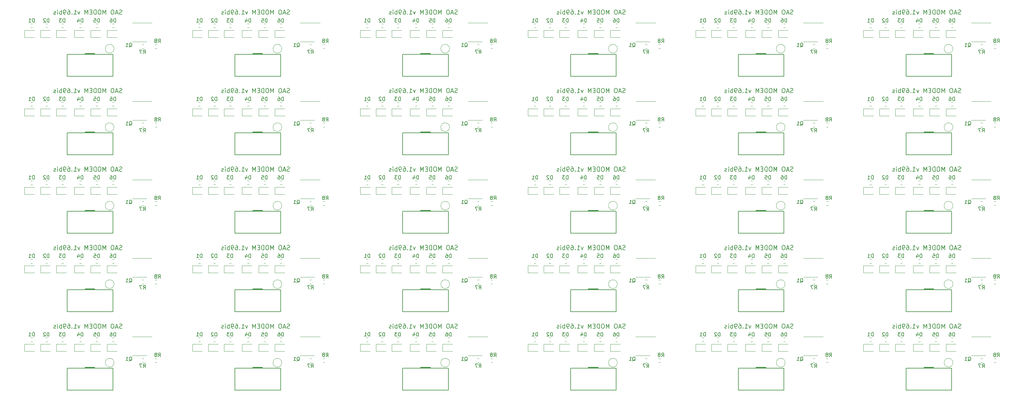
<source format=gbr>
%TF.GenerationSoftware,KiCad,Pcbnew,(6.0.5)*%
%TF.CreationDate,2022-08-09T22:24:32-06:00*%
%TF.ProjectId,modem-panel,6d6f6465-6d2d-4706-916e-656c2e6b6963,1.1*%
%TF.SameCoordinates,Original*%
%TF.FileFunction,Legend,Bot*%
%TF.FilePolarity,Positive*%
%FSLAX46Y46*%
G04 Gerber Fmt 4.6, Leading zero omitted, Abs format (unit mm)*
G04 Created by KiCad (PCBNEW (6.0.5)) date 2022-08-09 22:24:32*
%MOMM*%
%LPD*%
G01*
G04 APERTURE LIST*
%ADD10C,0.150000*%
%ADD11C,0.200000*%
%ADD12C,0.300000*%
%ADD13C,0.120000*%
G04 APERTURE END LIST*
D10*
X76656464Y-59352551D02*
X89146464Y-59342551D01*
X135050417Y-65327551D02*
X122560417Y-65347551D01*
X226858323Y-123880213D02*
X226858323Y-129865213D01*
X43242511Y-65327551D02*
X30752511Y-65347551D01*
X43242511Y-102367659D02*
X43242511Y-108352659D01*
X180954370Y-108352659D02*
X168464370Y-108372659D01*
X260272276Y-43834997D02*
X260272276Y-37839997D01*
X135050417Y-86840105D02*
X122560417Y-86860105D01*
X122560417Y-65347551D02*
X122560417Y-59352551D01*
X122560417Y-123890213D02*
X135050417Y-123880213D01*
X180954370Y-59342551D02*
X180954370Y-65327551D01*
X168464370Y-123890213D02*
X180954370Y-123880213D01*
X260272276Y-37839997D02*
X272762276Y-37829997D01*
X122560417Y-37839997D02*
X135050417Y-37829997D01*
X76656464Y-43834997D02*
X76656464Y-37839997D01*
X43242511Y-37829997D02*
X43242511Y-43814997D01*
X43242511Y-59342551D02*
X43242511Y-65327551D01*
X76656464Y-86860105D02*
X76656464Y-80865105D01*
X260272276Y-86860105D02*
X260272276Y-80865105D01*
X122560417Y-59352551D02*
X135050417Y-59342551D01*
X168464370Y-59352551D02*
X180954370Y-59342551D01*
X260272276Y-80865105D02*
X272762276Y-80855105D01*
X180954370Y-43814997D02*
X168464370Y-43834997D01*
X30752511Y-102377659D02*
X43242511Y-102367659D01*
X30752511Y-65347551D02*
X30752511Y-59352551D01*
X214368323Y-123890213D02*
X226858323Y-123880213D01*
X43242511Y-129865213D02*
X30752511Y-129885213D01*
X89146464Y-129865213D02*
X76656464Y-129885213D01*
X76656464Y-108372659D02*
X76656464Y-102377659D01*
X168464370Y-102377659D02*
X180954370Y-102367659D01*
X272762276Y-80855105D02*
X272762276Y-86840105D01*
X30752511Y-123890213D02*
X43242511Y-123880213D01*
X214368323Y-86860105D02*
X214368323Y-80865105D01*
X168464370Y-65347551D02*
X168464370Y-59352551D01*
X43242511Y-108352659D02*
X30752511Y-108372659D01*
X89146464Y-102367659D02*
X89146464Y-108352659D01*
X214368323Y-65347551D02*
X214368323Y-59352551D01*
X43242511Y-123880213D02*
X43242511Y-129865213D01*
X168464370Y-37839997D02*
X180954370Y-37829997D01*
X135050417Y-37829997D02*
X135050417Y-43814997D01*
X260272276Y-102377659D02*
X272762276Y-102367659D01*
X76656464Y-129885213D02*
X76656464Y-123890213D01*
X272762276Y-108352659D02*
X260272276Y-108372659D01*
X135050417Y-102367659D02*
X135050417Y-108352659D01*
X135050417Y-129865213D02*
X122560417Y-129885213D01*
X168464370Y-43834997D02*
X168464370Y-37839997D01*
X226858323Y-80855105D02*
X226858323Y-86840105D01*
X30752511Y-86860105D02*
X30752511Y-80865105D01*
X76656464Y-80865105D02*
X89146464Y-80855105D01*
X180954370Y-80855105D02*
X180954370Y-86840105D01*
X214368323Y-43834997D02*
X214368323Y-37839997D01*
X89146464Y-108352659D02*
X76656464Y-108372659D01*
X30752511Y-59352551D02*
X43242511Y-59342551D01*
X272762276Y-43814997D02*
X260272276Y-43834997D01*
X226858323Y-108352659D02*
X214368323Y-108372659D01*
X260272276Y-123890213D02*
X272762276Y-123880213D01*
X30752511Y-108372659D02*
X30752511Y-102377659D01*
X272762276Y-59342551D02*
X272762276Y-65327551D01*
X135050417Y-43814997D02*
X122560417Y-43834997D01*
X214368323Y-80865105D02*
X226858323Y-80855105D01*
X272762276Y-37829997D02*
X272762276Y-43814997D01*
X30752511Y-129885213D02*
X30752511Y-123890213D01*
X168464370Y-80865105D02*
X180954370Y-80855105D01*
X122560417Y-108372659D02*
X122560417Y-102377659D01*
X214368323Y-129885213D02*
X214368323Y-123890213D01*
X168464370Y-108372659D02*
X168464370Y-102377659D01*
X135050417Y-108352659D02*
X122560417Y-108372659D01*
X89146464Y-65327551D02*
X76656464Y-65347551D01*
X180954370Y-37829997D02*
X180954370Y-43814997D01*
X122560417Y-43834997D02*
X122560417Y-37839997D01*
X180954370Y-65327551D02*
X168464370Y-65347551D01*
X180954370Y-123880213D02*
X180954370Y-129865213D01*
X272762276Y-102367659D02*
X272762276Y-108352659D01*
X30752511Y-43834997D02*
X30752511Y-37839997D01*
X214368323Y-59352551D02*
X226858323Y-59342551D01*
X89146464Y-80855105D02*
X89146464Y-86840105D01*
X260272276Y-108372659D02*
X260272276Y-102377659D01*
X122560417Y-86860105D02*
X122560417Y-80865105D01*
X226858323Y-43814997D02*
X214368323Y-43834997D01*
X30752511Y-37839997D02*
X43242511Y-37829997D01*
X89146464Y-43814997D02*
X76656464Y-43834997D01*
X180954370Y-102367659D02*
X180954370Y-108352659D01*
X43242511Y-80855105D02*
X43242511Y-86840105D01*
X272762276Y-86840105D02*
X260272276Y-86860105D01*
X226858323Y-65327551D02*
X214368323Y-65347551D01*
X76656464Y-37839997D02*
X89146464Y-37829997D01*
X122560417Y-80865105D02*
X135050417Y-80855105D01*
X214368323Y-102377659D02*
X226858323Y-102367659D01*
X272762276Y-65327551D02*
X260272276Y-65347551D01*
X214368323Y-108372659D02*
X214368323Y-102377659D01*
X122560417Y-102377659D02*
X135050417Y-102367659D01*
X226858323Y-102367659D02*
X226858323Y-108352659D01*
X135050417Y-123880213D02*
X135050417Y-129865213D01*
X43242511Y-43814997D02*
X30752511Y-43834997D01*
X272762276Y-129865213D02*
X260272276Y-129885213D01*
X89146464Y-59342551D02*
X89146464Y-65327551D01*
X76656464Y-102377659D02*
X89146464Y-102367659D01*
X43242511Y-86840105D02*
X30752511Y-86860105D01*
X76656464Y-123890213D02*
X89146464Y-123880213D01*
X226858323Y-86840105D02*
X214368323Y-86860105D01*
X30752511Y-80865105D02*
X43242511Y-80855105D01*
X168464370Y-86860105D02*
X168464370Y-80865105D01*
X135050417Y-80855105D02*
X135050417Y-86840105D01*
X89146464Y-123880213D02*
X89146464Y-129865213D01*
X226858323Y-37829997D02*
X226858323Y-43814997D01*
X272762276Y-123880213D02*
X272762276Y-129865213D01*
X135050417Y-59342551D02*
X135050417Y-65327551D01*
X226858323Y-129865213D02*
X214368323Y-129885213D01*
X214368323Y-37839997D02*
X226858323Y-37829997D01*
X168464370Y-129885213D02*
X168464370Y-123890213D01*
X260272276Y-65347551D02*
X260272276Y-59352551D01*
X260272276Y-59352551D02*
X272762276Y-59342551D01*
X76656464Y-65347551D02*
X76656464Y-59352551D01*
X89146464Y-86840105D02*
X76656464Y-86860105D01*
X89146464Y-37829997D02*
X89146464Y-43814997D01*
X260272276Y-129885213D02*
X260272276Y-123890213D01*
X122560417Y-129885213D02*
X122560417Y-123890213D01*
X226858323Y-59342551D02*
X226858323Y-65327551D01*
X180954370Y-129865213D02*
X168464370Y-129885213D01*
X180954370Y-86840105D02*
X168464370Y-86860105D01*
D11*
X183418655Y-112848427D02*
X183247227Y-112905570D01*
X182961512Y-112905570D01*
X182847227Y-112848427D01*
X182790084Y-112791284D01*
X182732941Y-112676998D01*
X182732941Y-112562713D01*
X182790084Y-112448427D01*
X182847227Y-112391284D01*
X182961512Y-112334141D01*
X183190084Y-112276998D01*
X183304370Y-112219855D01*
X183361512Y-112162713D01*
X183418655Y-112048427D01*
X183418655Y-111934141D01*
X183361512Y-111819855D01*
X183304370Y-111762713D01*
X183190084Y-111705570D01*
X182904370Y-111705570D01*
X182732941Y-111762713D01*
X182275798Y-112562713D02*
X181704370Y-112562713D01*
X182390084Y-112905570D02*
X181990084Y-111705570D01*
X181590084Y-112905570D01*
X180961512Y-111705570D02*
X180732941Y-111705570D01*
X180618655Y-111762713D01*
X180504370Y-111876998D01*
X180447227Y-112105570D01*
X180447227Y-112505570D01*
X180504370Y-112734141D01*
X180618655Y-112848427D01*
X180732941Y-112905570D01*
X180961512Y-112905570D01*
X181075798Y-112848427D01*
X181190084Y-112734141D01*
X181247227Y-112505570D01*
X181247227Y-112105570D01*
X181190084Y-111876998D01*
X181075798Y-111762713D01*
X180961512Y-111705570D01*
X179018655Y-112905570D02*
X179018655Y-111705570D01*
X178618655Y-112562713D01*
X178218655Y-111705570D01*
X178218655Y-112905570D01*
X177418655Y-111705570D02*
X177190084Y-111705570D01*
X177075798Y-111762713D01*
X176961512Y-111876998D01*
X176904370Y-112105570D01*
X176904370Y-112505570D01*
X176961512Y-112734141D01*
X177075798Y-112848427D01*
X177190084Y-112905570D01*
X177418655Y-112905570D01*
X177532941Y-112848427D01*
X177647227Y-112734141D01*
X177704370Y-112505570D01*
X177704370Y-112105570D01*
X177647227Y-111876998D01*
X177532941Y-111762713D01*
X177418655Y-111705570D01*
X176390084Y-112905570D02*
X176390084Y-111705570D01*
X176104370Y-111705570D01*
X175932941Y-111762713D01*
X175818655Y-111876998D01*
X175761512Y-111991284D01*
X175704370Y-112219855D01*
X175704370Y-112391284D01*
X175761512Y-112619855D01*
X175818655Y-112734141D01*
X175932941Y-112848427D01*
X176104370Y-112905570D01*
X176390084Y-112905570D01*
X175190084Y-112276998D02*
X174790084Y-112276998D01*
X174618655Y-112905570D02*
X175190084Y-112905570D01*
X175190084Y-111705570D01*
X174618655Y-111705570D01*
X174104370Y-112905570D02*
X174104370Y-111705570D01*
X173704370Y-112562713D01*
X173304370Y-111705570D01*
X173304370Y-112905570D01*
X171932941Y-112105570D02*
X171647227Y-112905570D01*
X171361512Y-112105570D01*
X170275798Y-112905570D02*
X170961512Y-112905570D01*
X170618655Y-112905570D02*
X170618655Y-111705570D01*
X170732941Y-111876998D01*
X170847227Y-111991284D01*
X170961512Y-112048427D01*
X169761512Y-112791284D02*
X169704370Y-112848427D01*
X169761512Y-112905570D01*
X169818655Y-112848427D01*
X169761512Y-112791284D01*
X169761512Y-112905570D01*
X168675798Y-111705570D02*
X168904370Y-111705570D01*
X169018655Y-111762713D01*
X169075798Y-111819855D01*
X169190084Y-111991284D01*
X169247227Y-112219855D01*
X169247227Y-112676998D01*
X169190084Y-112791284D01*
X169132941Y-112848427D01*
X169018655Y-112905570D01*
X168790084Y-112905570D01*
X168675798Y-112848427D01*
X168618655Y-112791284D01*
X168561512Y-112676998D01*
X168561512Y-112391284D01*
X168618655Y-112276998D01*
X168675798Y-112219855D01*
X168790084Y-112162713D01*
X169018655Y-112162713D01*
X169132941Y-112219855D01*
X169190084Y-112276998D01*
X169247227Y-112391284D01*
X167990084Y-112905570D02*
X167761512Y-112905570D01*
X167647227Y-112848427D01*
X167590084Y-112791284D01*
X167475798Y-112619855D01*
X167418655Y-112391284D01*
X167418655Y-111934141D01*
X167475798Y-111819855D01*
X167532941Y-111762713D01*
X167647227Y-111705570D01*
X167875798Y-111705570D01*
X167990084Y-111762713D01*
X168047227Y-111819855D01*
X168104370Y-111934141D01*
X168104370Y-112219855D01*
X168047227Y-112334141D01*
X167990084Y-112391284D01*
X167875798Y-112448427D01*
X167647227Y-112448427D01*
X167532941Y-112391284D01*
X167475798Y-112334141D01*
X167418655Y-112219855D01*
X166904370Y-112905570D02*
X166904370Y-111705570D01*
X166904370Y-112162713D02*
X166790084Y-112105570D01*
X166561512Y-112105570D01*
X166447227Y-112162713D01*
X166390084Y-112219855D01*
X166332941Y-112334141D01*
X166332941Y-112676998D01*
X166390084Y-112791284D01*
X166447227Y-112848427D01*
X166561512Y-112905570D01*
X166790084Y-112905570D01*
X166904370Y-112848427D01*
X165818655Y-112905570D02*
X165818655Y-112105570D01*
X165818655Y-111705570D02*
X165875798Y-111762713D01*
X165818655Y-111819855D01*
X165761512Y-111762713D01*
X165818655Y-111705570D01*
X165818655Y-111819855D01*
X165304370Y-112848427D02*
X165190084Y-112905570D01*
X164961512Y-112905570D01*
X164847227Y-112848427D01*
X164790084Y-112734141D01*
X164790084Y-112676998D01*
X164847227Y-112562713D01*
X164961512Y-112505570D01*
X165132941Y-112505570D01*
X165247227Y-112448427D01*
X165304370Y-112334141D01*
X165304370Y-112276998D01*
X165247227Y-112162713D01*
X165132941Y-112105570D01*
X164961512Y-112105570D01*
X164847227Y-112162713D01*
X45706796Y-26798211D02*
X45535368Y-26855354D01*
X45249653Y-26855354D01*
X45135368Y-26798211D01*
X45078225Y-26741068D01*
X45021082Y-26626782D01*
X45021082Y-26512497D01*
X45078225Y-26398211D01*
X45135368Y-26341068D01*
X45249653Y-26283925D01*
X45478225Y-26226782D01*
X45592511Y-26169639D01*
X45649653Y-26112497D01*
X45706796Y-25998211D01*
X45706796Y-25883925D01*
X45649653Y-25769639D01*
X45592511Y-25712497D01*
X45478225Y-25655354D01*
X45192511Y-25655354D01*
X45021082Y-25712497D01*
X44563939Y-26512497D02*
X43992511Y-26512497D01*
X44678225Y-26855354D02*
X44278225Y-25655354D01*
X43878225Y-26855354D01*
X43249653Y-25655354D02*
X43021082Y-25655354D01*
X42906796Y-25712497D01*
X42792511Y-25826782D01*
X42735368Y-26055354D01*
X42735368Y-26455354D01*
X42792511Y-26683925D01*
X42906796Y-26798211D01*
X43021082Y-26855354D01*
X43249653Y-26855354D01*
X43363939Y-26798211D01*
X43478225Y-26683925D01*
X43535368Y-26455354D01*
X43535368Y-26055354D01*
X43478225Y-25826782D01*
X43363939Y-25712497D01*
X43249653Y-25655354D01*
X41306796Y-26855354D02*
X41306796Y-25655354D01*
X40906796Y-26512497D01*
X40506796Y-25655354D01*
X40506796Y-26855354D01*
X39706796Y-25655354D02*
X39478225Y-25655354D01*
X39363939Y-25712497D01*
X39249653Y-25826782D01*
X39192511Y-26055354D01*
X39192511Y-26455354D01*
X39249653Y-26683925D01*
X39363939Y-26798211D01*
X39478225Y-26855354D01*
X39706796Y-26855354D01*
X39821082Y-26798211D01*
X39935368Y-26683925D01*
X39992511Y-26455354D01*
X39992511Y-26055354D01*
X39935368Y-25826782D01*
X39821082Y-25712497D01*
X39706796Y-25655354D01*
X38678225Y-26855354D02*
X38678225Y-25655354D01*
X38392511Y-25655354D01*
X38221082Y-25712497D01*
X38106796Y-25826782D01*
X38049653Y-25941068D01*
X37992511Y-26169639D01*
X37992511Y-26341068D01*
X38049653Y-26569639D01*
X38106796Y-26683925D01*
X38221082Y-26798211D01*
X38392511Y-26855354D01*
X38678225Y-26855354D01*
X37478225Y-26226782D02*
X37078225Y-26226782D01*
X36906796Y-26855354D02*
X37478225Y-26855354D01*
X37478225Y-25655354D01*
X36906796Y-25655354D01*
X36392511Y-26855354D02*
X36392511Y-25655354D01*
X35992511Y-26512497D01*
X35592511Y-25655354D01*
X35592511Y-26855354D01*
X34221082Y-26055354D02*
X33935368Y-26855354D01*
X33649653Y-26055354D01*
X32563939Y-26855354D02*
X33249653Y-26855354D01*
X32906796Y-26855354D02*
X32906796Y-25655354D01*
X33021082Y-25826782D01*
X33135368Y-25941068D01*
X33249653Y-25998211D01*
X32049653Y-26741068D02*
X31992511Y-26798211D01*
X32049653Y-26855354D01*
X32106796Y-26798211D01*
X32049653Y-26741068D01*
X32049653Y-26855354D01*
X30963939Y-25655354D02*
X31192511Y-25655354D01*
X31306796Y-25712497D01*
X31363939Y-25769639D01*
X31478225Y-25941068D01*
X31535368Y-26169639D01*
X31535368Y-26626782D01*
X31478225Y-26741068D01*
X31421082Y-26798211D01*
X31306796Y-26855354D01*
X31078225Y-26855354D01*
X30963939Y-26798211D01*
X30906796Y-26741068D01*
X30849653Y-26626782D01*
X30849653Y-26341068D01*
X30906796Y-26226782D01*
X30963939Y-26169639D01*
X31078225Y-26112497D01*
X31306796Y-26112497D01*
X31421082Y-26169639D01*
X31478225Y-26226782D01*
X31535368Y-26341068D01*
X30278225Y-26855354D02*
X30049653Y-26855354D01*
X29935368Y-26798211D01*
X29878225Y-26741068D01*
X29763939Y-26569639D01*
X29706796Y-26341068D01*
X29706796Y-25883925D01*
X29763939Y-25769639D01*
X29821082Y-25712497D01*
X29935368Y-25655354D01*
X30163939Y-25655354D01*
X30278225Y-25712497D01*
X30335368Y-25769639D01*
X30392511Y-25883925D01*
X30392511Y-26169639D01*
X30335368Y-26283925D01*
X30278225Y-26341068D01*
X30163939Y-26398211D01*
X29935368Y-26398211D01*
X29821082Y-26341068D01*
X29763939Y-26283925D01*
X29706796Y-26169639D01*
X29192511Y-26855354D02*
X29192511Y-25655354D01*
X29192511Y-26112497D02*
X29078225Y-26055354D01*
X28849653Y-26055354D01*
X28735368Y-26112497D01*
X28678225Y-26169639D01*
X28621082Y-26283925D01*
X28621082Y-26626782D01*
X28678225Y-26741068D01*
X28735368Y-26798211D01*
X28849653Y-26855354D01*
X29078225Y-26855354D01*
X29192511Y-26798211D01*
X28106796Y-26855354D02*
X28106796Y-26055354D01*
X28106796Y-25655354D02*
X28163939Y-25712497D01*
X28106796Y-25769639D01*
X28049653Y-25712497D01*
X28106796Y-25655354D01*
X28106796Y-25769639D01*
X27592511Y-26798211D02*
X27478225Y-26855354D01*
X27249653Y-26855354D01*
X27135368Y-26798211D01*
X27078225Y-26683925D01*
X27078225Y-26626782D01*
X27135368Y-26512497D01*
X27249653Y-26455354D01*
X27421082Y-26455354D01*
X27535368Y-26398211D01*
X27592511Y-26283925D01*
X27592511Y-26226782D01*
X27535368Y-26112497D01*
X27421082Y-26055354D01*
X27249653Y-26055354D01*
X27135368Y-26112497D01*
X137514702Y-69823319D02*
X137343274Y-69880462D01*
X137057559Y-69880462D01*
X136943274Y-69823319D01*
X136886131Y-69766176D01*
X136828988Y-69651890D01*
X136828988Y-69537605D01*
X136886131Y-69423319D01*
X136943274Y-69366176D01*
X137057559Y-69309033D01*
X137286131Y-69251890D01*
X137400417Y-69194747D01*
X137457559Y-69137605D01*
X137514702Y-69023319D01*
X137514702Y-68909033D01*
X137457559Y-68794747D01*
X137400417Y-68737605D01*
X137286131Y-68680462D01*
X137000417Y-68680462D01*
X136828988Y-68737605D01*
X136371845Y-69537605D02*
X135800417Y-69537605D01*
X136486131Y-69880462D02*
X136086131Y-68680462D01*
X135686131Y-69880462D01*
X135057559Y-68680462D02*
X134828988Y-68680462D01*
X134714702Y-68737605D01*
X134600417Y-68851890D01*
X134543274Y-69080462D01*
X134543274Y-69480462D01*
X134600417Y-69709033D01*
X134714702Y-69823319D01*
X134828988Y-69880462D01*
X135057559Y-69880462D01*
X135171845Y-69823319D01*
X135286131Y-69709033D01*
X135343274Y-69480462D01*
X135343274Y-69080462D01*
X135286131Y-68851890D01*
X135171845Y-68737605D01*
X135057559Y-68680462D01*
X133114702Y-69880462D02*
X133114702Y-68680462D01*
X132714702Y-69537605D01*
X132314702Y-68680462D01*
X132314702Y-69880462D01*
X131514702Y-68680462D02*
X131286131Y-68680462D01*
X131171845Y-68737605D01*
X131057559Y-68851890D01*
X131000417Y-69080462D01*
X131000417Y-69480462D01*
X131057559Y-69709033D01*
X131171845Y-69823319D01*
X131286131Y-69880462D01*
X131514702Y-69880462D01*
X131628988Y-69823319D01*
X131743274Y-69709033D01*
X131800417Y-69480462D01*
X131800417Y-69080462D01*
X131743274Y-68851890D01*
X131628988Y-68737605D01*
X131514702Y-68680462D01*
X130486131Y-69880462D02*
X130486131Y-68680462D01*
X130200417Y-68680462D01*
X130028988Y-68737605D01*
X129914702Y-68851890D01*
X129857559Y-68966176D01*
X129800417Y-69194747D01*
X129800417Y-69366176D01*
X129857559Y-69594747D01*
X129914702Y-69709033D01*
X130028988Y-69823319D01*
X130200417Y-69880462D01*
X130486131Y-69880462D01*
X129286131Y-69251890D02*
X128886131Y-69251890D01*
X128714702Y-69880462D02*
X129286131Y-69880462D01*
X129286131Y-68680462D01*
X128714702Y-68680462D01*
X128200417Y-69880462D02*
X128200417Y-68680462D01*
X127800417Y-69537605D01*
X127400417Y-68680462D01*
X127400417Y-69880462D01*
X126028988Y-69080462D02*
X125743274Y-69880462D01*
X125457559Y-69080462D01*
X124371845Y-69880462D02*
X125057559Y-69880462D01*
X124714702Y-69880462D02*
X124714702Y-68680462D01*
X124828988Y-68851890D01*
X124943274Y-68966176D01*
X125057559Y-69023319D01*
X123857559Y-69766176D02*
X123800417Y-69823319D01*
X123857559Y-69880462D01*
X123914702Y-69823319D01*
X123857559Y-69766176D01*
X123857559Y-69880462D01*
X122771845Y-68680462D02*
X123000417Y-68680462D01*
X123114702Y-68737605D01*
X123171845Y-68794747D01*
X123286131Y-68966176D01*
X123343274Y-69194747D01*
X123343274Y-69651890D01*
X123286131Y-69766176D01*
X123228988Y-69823319D01*
X123114702Y-69880462D01*
X122886131Y-69880462D01*
X122771845Y-69823319D01*
X122714702Y-69766176D01*
X122657559Y-69651890D01*
X122657559Y-69366176D01*
X122714702Y-69251890D01*
X122771845Y-69194747D01*
X122886131Y-69137605D01*
X123114702Y-69137605D01*
X123228988Y-69194747D01*
X123286131Y-69251890D01*
X123343274Y-69366176D01*
X122086131Y-69880462D02*
X121857559Y-69880462D01*
X121743274Y-69823319D01*
X121686131Y-69766176D01*
X121571845Y-69594747D01*
X121514702Y-69366176D01*
X121514702Y-68909033D01*
X121571845Y-68794747D01*
X121628988Y-68737605D01*
X121743274Y-68680462D01*
X121971845Y-68680462D01*
X122086131Y-68737605D01*
X122143274Y-68794747D01*
X122200417Y-68909033D01*
X122200417Y-69194747D01*
X122143274Y-69309033D01*
X122086131Y-69366176D01*
X121971845Y-69423319D01*
X121743274Y-69423319D01*
X121628988Y-69366176D01*
X121571845Y-69309033D01*
X121514702Y-69194747D01*
X121000417Y-69880462D02*
X121000417Y-68680462D01*
X121000417Y-69137605D02*
X120886131Y-69080462D01*
X120657559Y-69080462D01*
X120543274Y-69137605D01*
X120486131Y-69194747D01*
X120428988Y-69309033D01*
X120428988Y-69651890D01*
X120486131Y-69766176D01*
X120543274Y-69823319D01*
X120657559Y-69880462D01*
X120886131Y-69880462D01*
X121000417Y-69823319D01*
X119914702Y-69880462D02*
X119914702Y-69080462D01*
X119914702Y-68680462D02*
X119971845Y-68737605D01*
X119914702Y-68794747D01*
X119857559Y-68737605D01*
X119914702Y-68680462D01*
X119914702Y-68794747D01*
X119400417Y-69823319D02*
X119286131Y-69880462D01*
X119057559Y-69880462D01*
X118943274Y-69823319D01*
X118886131Y-69709033D01*
X118886131Y-69651890D01*
X118943274Y-69537605D01*
X119057559Y-69480462D01*
X119228988Y-69480462D01*
X119343274Y-69423319D01*
X119400417Y-69309033D01*
X119400417Y-69251890D01*
X119343274Y-69137605D01*
X119228988Y-69080462D01*
X119057559Y-69080462D01*
X118943274Y-69137605D01*
X45706796Y-69823319D02*
X45535368Y-69880462D01*
X45249653Y-69880462D01*
X45135368Y-69823319D01*
X45078225Y-69766176D01*
X45021082Y-69651890D01*
X45021082Y-69537605D01*
X45078225Y-69423319D01*
X45135368Y-69366176D01*
X45249653Y-69309033D01*
X45478225Y-69251890D01*
X45592511Y-69194747D01*
X45649653Y-69137605D01*
X45706796Y-69023319D01*
X45706796Y-68909033D01*
X45649653Y-68794747D01*
X45592511Y-68737605D01*
X45478225Y-68680462D01*
X45192511Y-68680462D01*
X45021082Y-68737605D01*
X44563939Y-69537605D02*
X43992511Y-69537605D01*
X44678225Y-69880462D02*
X44278225Y-68680462D01*
X43878225Y-69880462D01*
X43249653Y-68680462D02*
X43021082Y-68680462D01*
X42906796Y-68737605D01*
X42792511Y-68851890D01*
X42735368Y-69080462D01*
X42735368Y-69480462D01*
X42792511Y-69709033D01*
X42906796Y-69823319D01*
X43021082Y-69880462D01*
X43249653Y-69880462D01*
X43363939Y-69823319D01*
X43478225Y-69709033D01*
X43535368Y-69480462D01*
X43535368Y-69080462D01*
X43478225Y-68851890D01*
X43363939Y-68737605D01*
X43249653Y-68680462D01*
X41306796Y-69880462D02*
X41306796Y-68680462D01*
X40906796Y-69537605D01*
X40506796Y-68680462D01*
X40506796Y-69880462D01*
X39706796Y-68680462D02*
X39478225Y-68680462D01*
X39363939Y-68737605D01*
X39249653Y-68851890D01*
X39192511Y-69080462D01*
X39192511Y-69480462D01*
X39249653Y-69709033D01*
X39363939Y-69823319D01*
X39478225Y-69880462D01*
X39706796Y-69880462D01*
X39821082Y-69823319D01*
X39935368Y-69709033D01*
X39992511Y-69480462D01*
X39992511Y-69080462D01*
X39935368Y-68851890D01*
X39821082Y-68737605D01*
X39706796Y-68680462D01*
X38678225Y-69880462D02*
X38678225Y-68680462D01*
X38392511Y-68680462D01*
X38221082Y-68737605D01*
X38106796Y-68851890D01*
X38049653Y-68966176D01*
X37992511Y-69194747D01*
X37992511Y-69366176D01*
X38049653Y-69594747D01*
X38106796Y-69709033D01*
X38221082Y-69823319D01*
X38392511Y-69880462D01*
X38678225Y-69880462D01*
X37478225Y-69251890D02*
X37078225Y-69251890D01*
X36906796Y-69880462D02*
X37478225Y-69880462D01*
X37478225Y-68680462D01*
X36906796Y-68680462D01*
X36392511Y-69880462D02*
X36392511Y-68680462D01*
X35992511Y-69537605D01*
X35592511Y-68680462D01*
X35592511Y-69880462D01*
X34221082Y-69080462D02*
X33935368Y-69880462D01*
X33649653Y-69080462D01*
X32563939Y-69880462D02*
X33249653Y-69880462D01*
X32906796Y-69880462D02*
X32906796Y-68680462D01*
X33021082Y-68851890D01*
X33135368Y-68966176D01*
X33249653Y-69023319D01*
X32049653Y-69766176D02*
X31992511Y-69823319D01*
X32049653Y-69880462D01*
X32106796Y-69823319D01*
X32049653Y-69766176D01*
X32049653Y-69880462D01*
X30963939Y-68680462D02*
X31192511Y-68680462D01*
X31306796Y-68737605D01*
X31363939Y-68794747D01*
X31478225Y-68966176D01*
X31535368Y-69194747D01*
X31535368Y-69651890D01*
X31478225Y-69766176D01*
X31421082Y-69823319D01*
X31306796Y-69880462D01*
X31078225Y-69880462D01*
X30963939Y-69823319D01*
X30906796Y-69766176D01*
X30849653Y-69651890D01*
X30849653Y-69366176D01*
X30906796Y-69251890D01*
X30963939Y-69194747D01*
X31078225Y-69137605D01*
X31306796Y-69137605D01*
X31421082Y-69194747D01*
X31478225Y-69251890D01*
X31535368Y-69366176D01*
X30278225Y-69880462D02*
X30049653Y-69880462D01*
X29935368Y-69823319D01*
X29878225Y-69766176D01*
X29763939Y-69594747D01*
X29706796Y-69366176D01*
X29706796Y-68909033D01*
X29763939Y-68794747D01*
X29821082Y-68737605D01*
X29935368Y-68680462D01*
X30163939Y-68680462D01*
X30278225Y-68737605D01*
X30335368Y-68794747D01*
X30392511Y-68909033D01*
X30392511Y-69194747D01*
X30335368Y-69309033D01*
X30278225Y-69366176D01*
X30163939Y-69423319D01*
X29935368Y-69423319D01*
X29821082Y-69366176D01*
X29763939Y-69309033D01*
X29706796Y-69194747D01*
X29192511Y-69880462D02*
X29192511Y-68680462D01*
X29192511Y-69137605D02*
X29078225Y-69080462D01*
X28849653Y-69080462D01*
X28735368Y-69137605D01*
X28678225Y-69194747D01*
X28621082Y-69309033D01*
X28621082Y-69651890D01*
X28678225Y-69766176D01*
X28735368Y-69823319D01*
X28849653Y-69880462D01*
X29078225Y-69880462D01*
X29192511Y-69823319D01*
X28106796Y-69880462D02*
X28106796Y-69080462D01*
X28106796Y-68680462D02*
X28163939Y-68737605D01*
X28106796Y-68794747D01*
X28049653Y-68737605D01*
X28106796Y-68680462D01*
X28106796Y-68794747D01*
X27592511Y-69823319D02*
X27478225Y-69880462D01*
X27249653Y-69880462D01*
X27135368Y-69823319D01*
X27078225Y-69709033D01*
X27078225Y-69651890D01*
X27135368Y-69537605D01*
X27249653Y-69480462D01*
X27421082Y-69480462D01*
X27535368Y-69423319D01*
X27592511Y-69309033D01*
X27592511Y-69251890D01*
X27535368Y-69137605D01*
X27421082Y-69080462D01*
X27249653Y-69080462D01*
X27135368Y-69137605D01*
X91610749Y-91335873D02*
X91439321Y-91393016D01*
X91153606Y-91393016D01*
X91039321Y-91335873D01*
X90982178Y-91278730D01*
X90925035Y-91164444D01*
X90925035Y-91050159D01*
X90982178Y-90935873D01*
X91039321Y-90878730D01*
X91153606Y-90821587D01*
X91382178Y-90764444D01*
X91496464Y-90707301D01*
X91553606Y-90650159D01*
X91610749Y-90535873D01*
X91610749Y-90421587D01*
X91553606Y-90307301D01*
X91496464Y-90250159D01*
X91382178Y-90193016D01*
X91096464Y-90193016D01*
X90925035Y-90250159D01*
X90467892Y-91050159D02*
X89896464Y-91050159D01*
X90582178Y-91393016D02*
X90182178Y-90193016D01*
X89782178Y-91393016D01*
X89153606Y-90193016D02*
X88925035Y-90193016D01*
X88810749Y-90250159D01*
X88696464Y-90364444D01*
X88639321Y-90593016D01*
X88639321Y-90993016D01*
X88696464Y-91221587D01*
X88810749Y-91335873D01*
X88925035Y-91393016D01*
X89153606Y-91393016D01*
X89267892Y-91335873D01*
X89382178Y-91221587D01*
X89439321Y-90993016D01*
X89439321Y-90593016D01*
X89382178Y-90364444D01*
X89267892Y-90250159D01*
X89153606Y-90193016D01*
X87210749Y-91393016D02*
X87210749Y-90193016D01*
X86810749Y-91050159D01*
X86410749Y-90193016D01*
X86410749Y-91393016D01*
X85610749Y-90193016D02*
X85382178Y-90193016D01*
X85267892Y-90250159D01*
X85153606Y-90364444D01*
X85096464Y-90593016D01*
X85096464Y-90993016D01*
X85153606Y-91221587D01*
X85267892Y-91335873D01*
X85382178Y-91393016D01*
X85610749Y-91393016D01*
X85725035Y-91335873D01*
X85839321Y-91221587D01*
X85896464Y-90993016D01*
X85896464Y-90593016D01*
X85839321Y-90364444D01*
X85725035Y-90250159D01*
X85610749Y-90193016D01*
X84582178Y-91393016D02*
X84582178Y-90193016D01*
X84296464Y-90193016D01*
X84125035Y-90250159D01*
X84010749Y-90364444D01*
X83953606Y-90478730D01*
X83896464Y-90707301D01*
X83896464Y-90878730D01*
X83953606Y-91107301D01*
X84010749Y-91221587D01*
X84125035Y-91335873D01*
X84296464Y-91393016D01*
X84582178Y-91393016D01*
X83382178Y-90764444D02*
X82982178Y-90764444D01*
X82810749Y-91393016D02*
X83382178Y-91393016D01*
X83382178Y-90193016D01*
X82810749Y-90193016D01*
X82296464Y-91393016D02*
X82296464Y-90193016D01*
X81896464Y-91050159D01*
X81496464Y-90193016D01*
X81496464Y-91393016D01*
X80125035Y-90593016D02*
X79839321Y-91393016D01*
X79553606Y-90593016D01*
X78467892Y-91393016D02*
X79153606Y-91393016D01*
X78810749Y-91393016D02*
X78810749Y-90193016D01*
X78925035Y-90364444D01*
X79039321Y-90478730D01*
X79153606Y-90535873D01*
X77953606Y-91278730D02*
X77896464Y-91335873D01*
X77953606Y-91393016D01*
X78010749Y-91335873D01*
X77953606Y-91278730D01*
X77953606Y-91393016D01*
X76867892Y-90193016D02*
X77096464Y-90193016D01*
X77210749Y-90250159D01*
X77267892Y-90307301D01*
X77382178Y-90478730D01*
X77439321Y-90707301D01*
X77439321Y-91164444D01*
X77382178Y-91278730D01*
X77325035Y-91335873D01*
X77210749Y-91393016D01*
X76982178Y-91393016D01*
X76867892Y-91335873D01*
X76810749Y-91278730D01*
X76753606Y-91164444D01*
X76753606Y-90878730D01*
X76810749Y-90764444D01*
X76867892Y-90707301D01*
X76982178Y-90650159D01*
X77210749Y-90650159D01*
X77325035Y-90707301D01*
X77382178Y-90764444D01*
X77439321Y-90878730D01*
X76182178Y-91393016D02*
X75953606Y-91393016D01*
X75839321Y-91335873D01*
X75782178Y-91278730D01*
X75667892Y-91107301D01*
X75610749Y-90878730D01*
X75610749Y-90421587D01*
X75667892Y-90307301D01*
X75725035Y-90250159D01*
X75839321Y-90193016D01*
X76067892Y-90193016D01*
X76182178Y-90250159D01*
X76239321Y-90307301D01*
X76296464Y-90421587D01*
X76296464Y-90707301D01*
X76239321Y-90821587D01*
X76182178Y-90878730D01*
X76067892Y-90935873D01*
X75839321Y-90935873D01*
X75725035Y-90878730D01*
X75667892Y-90821587D01*
X75610749Y-90707301D01*
X75096464Y-91393016D02*
X75096464Y-90193016D01*
X75096464Y-90650159D02*
X74982178Y-90593016D01*
X74753606Y-90593016D01*
X74639321Y-90650159D01*
X74582178Y-90707301D01*
X74525035Y-90821587D01*
X74525035Y-91164444D01*
X74582178Y-91278730D01*
X74639321Y-91335873D01*
X74753606Y-91393016D01*
X74982178Y-91393016D01*
X75096464Y-91335873D01*
X74010749Y-91393016D02*
X74010749Y-90593016D01*
X74010749Y-90193016D02*
X74067892Y-90250159D01*
X74010749Y-90307301D01*
X73953606Y-90250159D01*
X74010749Y-90193016D01*
X74010749Y-90307301D01*
X73496464Y-91335873D02*
X73382178Y-91393016D01*
X73153606Y-91393016D01*
X73039321Y-91335873D01*
X72982178Y-91221587D01*
X72982178Y-91164444D01*
X73039321Y-91050159D01*
X73153606Y-90993016D01*
X73325035Y-90993016D01*
X73439321Y-90935873D01*
X73496464Y-90821587D01*
X73496464Y-90764444D01*
X73439321Y-90650159D01*
X73325035Y-90593016D01*
X73153606Y-90593016D01*
X73039321Y-90650159D01*
X229322608Y-26798211D02*
X229151180Y-26855354D01*
X228865465Y-26855354D01*
X228751180Y-26798211D01*
X228694037Y-26741068D01*
X228636894Y-26626782D01*
X228636894Y-26512497D01*
X228694037Y-26398211D01*
X228751180Y-26341068D01*
X228865465Y-26283925D01*
X229094037Y-26226782D01*
X229208323Y-26169639D01*
X229265465Y-26112497D01*
X229322608Y-25998211D01*
X229322608Y-25883925D01*
X229265465Y-25769639D01*
X229208323Y-25712497D01*
X229094037Y-25655354D01*
X228808323Y-25655354D01*
X228636894Y-25712497D01*
X228179751Y-26512497D02*
X227608323Y-26512497D01*
X228294037Y-26855354D02*
X227894037Y-25655354D01*
X227494037Y-26855354D01*
X226865465Y-25655354D02*
X226636894Y-25655354D01*
X226522608Y-25712497D01*
X226408323Y-25826782D01*
X226351180Y-26055354D01*
X226351180Y-26455354D01*
X226408323Y-26683925D01*
X226522608Y-26798211D01*
X226636894Y-26855354D01*
X226865465Y-26855354D01*
X226979751Y-26798211D01*
X227094037Y-26683925D01*
X227151180Y-26455354D01*
X227151180Y-26055354D01*
X227094037Y-25826782D01*
X226979751Y-25712497D01*
X226865465Y-25655354D01*
X224922608Y-26855354D02*
X224922608Y-25655354D01*
X224522608Y-26512497D01*
X224122608Y-25655354D01*
X224122608Y-26855354D01*
X223322608Y-25655354D02*
X223094037Y-25655354D01*
X222979751Y-25712497D01*
X222865465Y-25826782D01*
X222808323Y-26055354D01*
X222808323Y-26455354D01*
X222865465Y-26683925D01*
X222979751Y-26798211D01*
X223094037Y-26855354D01*
X223322608Y-26855354D01*
X223436894Y-26798211D01*
X223551180Y-26683925D01*
X223608323Y-26455354D01*
X223608323Y-26055354D01*
X223551180Y-25826782D01*
X223436894Y-25712497D01*
X223322608Y-25655354D01*
X222294037Y-26855354D02*
X222294037Y-25655354D01*
X222008323Y-25655354D01*
X221836894Y-25712497D01*
X221722608Y-25826782D01*
X221665465Y-25941068D01*
X221608323Y-26169639D01*
X221608323Y-26341068D01*
X221665465Y-26569639D01*
X221722608Y-26683925D01*
X221836894Y-26798211D01*
X222008323Y-26855354D01*
X222294037Y-26855354D01*
X221094037Y-26226782D02*
X220694037Y-26226782D01*
X220522608Y-26855354D02*
X221094037Y-26855354D01*
X221094037Y-25655354D01*
X220522608Y-25655354D01*
X220008323Y-26855354D02*
X220008323Y-25655354D01*
X219608323Y-26512497D01*
X219208323Y-25655354D01*
X219208323Y-26855354D01*
X217836894Y-26055354D02*
X217551180Y-26855354D01*
X217265465Y-26055354D01*
X216179751Y-26855354D02*
X216865465Y-26855354D01*
X216522608Y-26855354D02*
X216522608Y-25655354D01*
X216636894Y-25826782D01*
X216751180Y-25941068D01*
X216865465Y-25998211D01*
X215665465Y-26741068D02*
X215608323Y-26798211D01*
X215665465Y-26855354D01*
X215722608Y-26798211D01*
X215665465Y-26741068D01*
X215665465Y-26855354D01*
X214579751Y-25655354D02*
X214808323Y-25655354D01*
X214922608Y-25712497D01*
X214979751Y-25769639D01*
X215094037Y-25941068D01*
X215151180Y-26169639D01*
X215151180Y-26626782D01*
X215094037Y-26741068D01*
X215036894Y-26798211D01*
X214922608Y-26855354D01*
X214694037Y-26855354D01*
X214579751Y-26798211D01*
X214522608Y-26741068D01*
X214465465Y-26626782D01*
X214465465Y-26341068D01*
X214522608Y-26226782D01*
X214579751Y-26169639D01*
X214694037Y-26112497D01*
X214922608Y-26112497D01*
X215036894Y-26169639D01*
X215094037Y-26226782D01*
X215151180Y-26341068D01*
X213894037Y-26855354D02*
X213665465Y-26855354D01*
X213551180Y-26798211D01*
X213494037Y-26741068D01*
X213379751Y-26569639D01*
X213322608Y-26341068D01*
X213322608Y-25883925D01*
X213379751Y-25769639D01*
X213436894Y-25712497D01*
X213551180Y-25655354D01*
X213779751Y-25655354D01*
X213894037Y-25712497D01*
X213951180Y-25769639D01*
X214008323Y-25883925D01*
X214008323Y-26169639D01*
X213951180Y-26283925D01*
X213894037Y-26341068D01*
X213779751Y-26398211D01*
X213551180Y-26398211D01*
X213436894Y-26341068D01*
X213379751Y-26283925D01*
X213322608Y-26169639D01*
X212808323Y-26855354D02*
X212808323Y-25655354D01*
X212808323Y-26112497D02*
X212694037Y-26055354D01*
X212465465Y-26055354D01*
X212351180Y-26112497D01*
X212294037Y-26169639D01*
X212236894Y-26283925D01*
X212236894Y-26626782D01*
X212294037Y-26741068D01*
X212351180Y-26798211D01*
X212465465Y-26855354D01*
X212694037Y-26855354D01*
X212808323Y-26798211D01*
X211722608Y-26855354D02*
X211722608Y-26055354D01*
X211722608Y-25655354D02*
X211779751Y-25712497D01*
X211722608Y-25769639D01*
X211665465Y-25712497D01*
X211722608Y-25655354D01*
X211722608Y-25769639D01*
X211208323Y-26798211D02*
X211094037Y-26855354D01*
X210865465Y-26855354D01*
X210751180Y-26798211D01*
X210694037Y-26683925D01*
X210694037Y-26626782D01*
X210751180Y-26512497D01*
X210865465Y-26455354D01*
X211036894Y-26455354D01*
X211151180Y-26398211D01*
X211208323Y-26283925D01*
X211208323Y-26226782D01*
X211151180Y-26112497D01*
X211036894Y-26055354D01*
X210865465Y-26055354D01*
X210751180Y-26112497D01*
X137514702Y-26798211D02*
X137343274Y-26855354D01*
X137057559Y-26855354D01*
X136943274Y-26798211D01*
X136886131Y-26741068D01*
X136828988Y-26626782D01*
X136828988Y-26512497D01*
X136886131Y-26398211D01*
X136943274Y-26341068D01*
X137057559Y-26283925D01*
X137286131Y-26226782D01*
X137400417Y-26169639D01*
X137457559Y-26112497D01*
X137514702Y-25998211D01*
X137514702Y-25883925D01*
X137457559Y-25769639D01*
X137400417Y-25712497D01*
X137286131Y-25655354D01*
X137000417Y-25655354D01*
X136828988Y-25712497D01*
X136371845Y-26512497D02*
X135800417Y-26512497D01*
X136486131Y-26855354D02*
X136086131Y-25655354D01*
X135686131Y-26855354D01*
X135057559Y-25655354D02*
X134828988Y-25655354D01*
X134714702Y-25712497D01*
X134600417Y-25826782D01*
X134543274Y-26055354D01*
X134543274Y-26455354D01*
X134600417Y-26683925D01*
X134714702Y-26798211D01*
X134828988Y-26855354D01*
X135057559Y-26855354D01*
X135171845Y-26798211D01*
X135286131Y-26683925D01*
X135343274Y-26455354D01*
X135343274Y-26055354D01*
X135286131Y-25826782D01*
X135171845Y-25712497D01*
X135057559Y-25655354D01*
X133114702Y-26855354D02*
X133114702Y-25655354D01*
X132714702Y-26512497D01*
X132314702Y-25655354D01*
X132314702Y-26855354D01*
X131514702Y-25655354D02*
X131286131Y-25655354D01*
X131171845Y-25712497D01*
X131057559Y-25826782D01*
X131000417Y-26055354D01*
X131000417Y-26455354D01*
X131057559Y-26683925D01*
X131171845Y-26798211D01*
X131286131Y-26855354D01*
X131514702Y-26855354D01*
X131628988Y-26798211D01*
X131743274Y-26683925D01*
X131800417Y-26455354D01*
X131800417Y-26055354D01*
X131743274Y-25826782D01*
X131628988Y-25712497D01*
X131514702Y-25655354D01*
X130486131Y-26855354D02*
X130486131Y-25655354D01*
X130200417Y-25655354D01*
X130028988Y-25712497D01*
X129914702Y-25826782D01*
X129857559Y-25941068D01*
X129800417Y-26169639D01*
X129800417Y-26341068D01*
X129857559Y-26569639D01*
X129914702Y-26683925D01*
X130028988Y-26798211D01*
X130200417Y-26855354D01*
X130486131Y-26855354D01*
X129286131Y-26226782D02*
X128886131Y-26226782D01*
X128714702Y-26855354D02*
X129286131Y-26855354D01*
X129286131Y-25655354D01*
X128714702Y-25655354D01*
X128200417Y-26855354D02*
X128200417Y-25655354D01*
X127800417Y-26512497D01*
X127400417Y-25655354D01*
X127400417Y-26855354D01*
X126028988Y-26055354D02*
X125743274Y-26855354D01*
X125457559Y-26055354D01*
X124371845Y-26855354D02*
X125057559Y-26855354D01*
X124714702Y-26855354D02*
X124714702Y-25655354D01*
X124828988Y-25826782D01*
X124943274Y-25941068D01*
X125057559Y-25998211D01*
X123857559Y-26741068D02*
X123800417Y-26798211D01*
X123857559Y-26855354D01*
X123914702Y-26798211D01*
X123857559Y-26741068D01*
X123857559Y-26855354D01*
X122771845Y-25655354D02*
X123000417Y-25655354D01*
X123114702Y-25712497D01*
X123171845Y-25769639D01*
X123286131Y-25941068D01*
X123343274Y-26169639D01*
X123343274Y-26626782D01*
X123286131Y-26741068D01*
X123228988Y-26798211D01*
X123114702Y-26855354D01*
X122886131Y-26855354D01*
X122771845Y-26798211D01*
X122714702Y-26741068D01*
X122657559Y-26626782D01*
X122657559Y-26341068D01*
X122714702Y-26226782D01*
X122771845Y-26169639D01*
X122886131Y-26112497D01*
X123114702Y-26112497D01*
X123228988Y-26169639D01*
X123286131Y-26226782D01*
X123343274Y-26341068D01*
X122086131Y-26855354D02*
X121857559Y-26855354D01*
X121743274Y-26798211D01*
X121686131Y-26741068D01*
X121571845Y-26569639D01*
X121514702Y-26341068D01*
X121514702Y-25883925D01*
X121571845Y-25769639D01*
X121628988Y-25712497D01*
X121743274Y-25655354D01*
X121971845Y-25655354D01*
X122086131Y-25712497D01*
X122143274Y-25769639D01*
X122200417Y-25883925D01*
X122200417Y-26169639D01*
X122143274Y-26283925D01*
X122086131Y-26341068D01*
X121971845Y-26398211D01*
X121743274Y-26398211D01*
X121628988Y-26341068D01*
X121571845Y-26283925D01*
X121514702Y-26169639D01*
X121000417Y-26855354D02*
X121000417Y-25655354D01*
X121000417Y-26112497D02*
X120886131Y-26055354D01*
X120657559Y-26055354D01*
X120543274Y-26112497D01*
X120486131Y-26169639D01*
X120428988Y-26283925D01*
X120428988Y-26626782D01*
X120486131Y-26741068D01*
X120543274Y-26798211D01*
X120657559Y-26855354D01*
X120886131Y-26855354D01*
X121000417Y-26798211D01*
X119914702Y-26855354D02*
X119914702Y-26055354D01*
X119914702Y-25655354D02*
X119971845Y-25712497D01*
X119914702Y-25769639D01*
X119857559Y-25712497D01*
X119914702Y-25655354D01*
X119914702Y-25769639D01*
X119400417Y-26798211D02*
X119286131Y-26855354D01*
X119057559Y-26855354D01*
X118943274Y-26798211D01*
X118886131Y-26683925D01*
X118886131Y-26626782D01*
X118943274Y-26512497D01*
X119057559Y-26455354D01*
X119228988Y-26455354D01*
X119343274Y-26398211D01*
X119400417Y-26283925D01*
X119400417Y-26226782D01*
X119343274Y-26112497D01*
X119228988Y-26055354D01*
X119057559Y-26055354D01*
X118943274Y-26112497D01*
X275226561Y-91335873D02*
X275055133Y-91393016D01*
X274769418Y-91393016D01*
X274655133Y-91335873D01*
X274597990Y-91278730D01*
X274540847Y-91164444D01*
X274540847Y-91050159D01*
X274597990Y-90935873D01*
X274655133Y-90878730D01*
X274769418Y-90821587D01*
X274997990Y-90764444D01*
X275112276Y-90707301D01*
X275169418Y-90650159D01*
X275226561Y-90535873D01*
X275226561Y-90421587D01*
X275169418Y-90307301D01*
X275112276Y-90250159D01*
X274997990Y-90193016D01*
X274712276Y-90193016D01*
X274540847Y-90250159D01*
X274083704Y-91050159D02*
X273512276Y-91050159D01*
X274197990Y-91393016D02*
X273797990Y-90193016D01*
X273397990Y-91393016D01*
X272769418Y-90193016D02*
X272540847Y-90193016D01*
X272426561Y-90250159D01*
X272312276Y-90364444D01*
X272255133Y-90593016D01*
X272255133Y-90993016D01*
X272312276Y-91221587D01*
X272426561Y-91335873D01*
X272540847Y-91393016D01*
X272769418Y-91393016D01*
X272883704Y-91335873D01*
X272997990Y-91221587D01*
X273055133Y-90993016D01*
X273055133Y-90593016D01*
X272997990Y-90364444D01*
X272883704Y-90250159D01*
X272769418Y-90193016D01*
X270826561Y-91393016D02*
X270826561Y-90193016D01*
X270426561Y-91050159D01*
X270026561Y-90193016D01*
X270026561Y-91393016D01*
X269226561Y-90193016D02*
X268997990Y-90193016D01*
X268883704Y-90250159D01*
X268769418Y-90364444D01*
X268712276Y-90593016D01*
X268712276Y-90993016D01*
X268769418Y-91221587D01*
X268883704Y-91335873D01*
X268997990Y-91393016D01*
X269226561Y-91393016D01*
X269340847Y-91335873D01*
X269455133Y-91221587D01*
X269512276Y-90993016D01*
X269512276Y-90593016D01*
X269455133Y-90364444D01*
X269340847Y-90250159D01*
X269226561Y-90193016D01*
X268197990Y-91393016D02*
X268197990Y-90193016D01*
X267912276Y-90193016D01*
X267740847Y-90250159D01*
X267626561Y-90364444D01*
X267569418Y-90478730D01*
X267512276Y-90707301D01*
X267512276Y-90878730D01*
X267569418Y-91107301D01*
X267626561Y-91221587D01*
X267740847Y-91335873D01*
X267912276Y-91393016D01*
X268197990Y-91393016D01*
X266997990Y-90764444D02*
X266597990Y-90764444D01*
X266426561Y-91393016D02*
X266997990Y-91393016D01*
X266997990Y-90193016D01*
X266426561Y-90193016D01*
X265912276Y-91393016D02*
X265912276Y-90193016D01*
X265512276Y-91050159D01*
X265112276Y-90193016D01*
X265112276Y-91393016D01*
X263740847Y-90593016D02*
X263455133Y-91393016D01*
X263169418Y-90593016D01*
X262083704Y-91393016D02*
X262769418Y-91393016D01*
X262426561Y-91393016D02*
X262426561Y-90193016D01*
X262540847Y-90364444D01*
X262655133Y-90478730D01*
X262769418Y-90535873D01*
X261569418Y-91278730D02*
X261512276Y-91335873D01*
X261569418Y-91393016D01*
X261626561Y-91335873D01*
X261569418Y-91278730D01*
X261569418Y-91393016D01*
X260483704Y-90193016D02*
X260712276Y-90193016D01*
X260826561Y-90250159D01*
X260883704Y-90307301D01*
X260997990Y-90478730D01*
X261055133Y-90707301D01*
X261055133Y-91164444D01*
X260997990Y-91278730D01*
X260940847Y-91335873D01*
X260826561Y-91393016D01*
X260597990Y-91393016D01*
X260483704Y-91335873D01*
X260426561Y-91278730D01*
X260369418Y-91164444D01*
X260369418Y-90878730D01*
X260426561Y-90764444D01*
X260483704Y-90707301D01*
X260597990Y-90650159D01*
X260826561Y-90650159D01*
X260940847Y-90707301D01*
X260997990Y-90764444D01*
X261055133Y-90878730D01*
X259797990Y-91393016D02*
X259569418Y-91393016D01*
X259455133Y-91335873D01*
X259397990Y-91278730D01*
X259283704Y-91107301D01*
X259226561Y-90878730D01*
X259226561Y-90421587D01*
X259283704Y-90307301D01*
X259340847Y-90250159D01*
X259455133Y-90193016D01*
X259683704Y-90193016D01*
X259797990Y-90250159D01*
X259855133Y-90307301D01*
X259912276Y-90421587D01*
X259912276Y-90707301D01*
X259855133Y-90821587D01*
X259797990Y-90878730D01*
X259683704Y-90935873D01*
X259455133Y-90935873D01*
X259340847Y-90878730D01*
X259283704Y-90821587D01*
X259226561Y-90707301D01*
X258712276Y-91393016D02*
X258712276Y-90193016D01*
X258712276Y-90650159D02*
X258597990Y-90593016D01*
X258369418Y-90593016D01*
X258255133Y-90650159D01*
X258197990Y-90707301D01*
X258140847Y-90821587D01*
X258140847Y-91164444D01*
X258197990Y-91278730D01*
X258255133Y-91335873D01*
X258369418Y-91393016D01*
X258597990Y-91393016D01*
X258712276Y-91335873D01*
X257626561Y-91393016D02*
X257626561Y-90593016D01*
X257626561Y-90193016D02*
X257683704Y-90250159D01*
X257626561Y-90307301D01*
X257569418Y-90250159D01*
X257626561Y-90193016D01*
X257626561Y-90307301D01*
X257112276Y-91335873D02*
X256997990Y-91393016D01*
X256769418Y-91393016D01*
X256655133Y-91335873D01*
X256597990Y-91221587D01*
X256597990Y-91164444D01*
X256655133Y-91050159D01*
X256769418Y-90993016D01*
X256940847Y-90993016D01*
X257055133Y-90935873D01*
X257112276Y-90821587D01*
X257112276Y-90764444D01*
X257055133Y-90650159D01*
X256940847Y-90593016D01*
X256769418Y-90593016D01*
X256655133Y-90650159D01*
X91610749Y-26798211D02*
X91439321Y-26855354D01*
X91153606Y-26855354D01*
X91039321Y-26798211D01*
X90982178Y-26741068D01*
X90925035Y-26626782D01*
X90925035Y-26512497D01*
X90982178Y-26398211D01*
X91039321Y-26341068D01*
X91153606Y-26283925D01*
X91382178Y-26226782D01*
X91496464Y-26169639D01*
X91553606Y-26112497D01*
X91610749Y-25998211D01*
X91610749Y-25883925D01*
X91553606Y-25769639D01*
X91496464Y-25712497D01*
X91382178Y-25655354D01*
X91096464Y-25655354D01*
X90925035Y-25712497D01*
X90467892Y-26512497D02*
X89896464Y-26512497D01*
X90582178Y-26855354D02*
X90182178Y-25655354D01*
X89782178Y-26855354D01*
X89153606Y-25655354D02*
X88925035Y-25655354D01*
X88810749Y-25712497D01*
X88696464Y-25826782D01*
X88639321Y-26055354D01*
X88639321Y-26455354D01*
X88696464Y-26683925D01*
X88810749Y-26798211D01*
X88925035Y-26855354D01*
X89153606Y-26855354D01*
X89267892Y-26798211D01*
X89382178Y-26683925D01*
X89439321Y-26455354D01*
X89439321Y-26055354D01*
X89382178Y-25826782D01*
X89267892Y-25712497D01*
X89153606Y-25655354D01*
X87210749Y-26855354D02*
X87210749Y-25655354D01*
X86810749Y-26512497D01*
X86410749Y-25655354D01*
X86410749Y-26855354D01*
X85610749Y-25655354D02*
X85382178Y-25655354D01*
X85267892Y-25712497D01*
X85153606Y-25826782D01*
X85096464Y-26055354D01*
X85096464Y-26455354D01*
X85153606Y-26683925D01*
X85267892Y-26798211D01*
X85382178Y-26855354D01*
X85610749Y-26855354D01*
X85725035Y-26798211D01*
X85839321Y-26683925D01*
X85896464Y-26455354D01*
X85896464Y-26055354D01*
X85839321Y-25826782D01*
X85725035Y-25712497D01*
X85610749Y-25655354D01*
X84582178Y-26855354D02*
X84582178Y-25655354D01*
X84296464Y-25655354D01*
X84125035Y-25712497D01*
X84010749Y-25826782D01*
X83953606Y-25941068D01*
X83896464Y-26169639D01*
X83896464Y-26341068D01*
X83953606Y-26569639D01*
X84010749Y-26683925D01*
X84125035Y-26798211D01*
X84296464Y-26855354D01*
X84582178Y-26855354D01*
X83382178Y-26226782D02*
X82982178Y-26226782D01*
X82810749Y-26855354D02*
X83382178Y-26855354D01*
X83382178Y-25655354D01*
X82810749Y-25655354D01*
X82296464Y-26855354D02*
X82296464Y-25655354D01*
X81896464Y-26512497D01*
X81496464Y-25655354D01*
X81496464Y-26855354D01*
X80125035Y-26055354D02*
X79839321Y-26855354D01*
X79553606Y-26055354D01*
X78467892Y-26855354D02*
X79153606Y-26855354D01*
X78810749Y-26855354D02*
X78810749Y-25655354D01*
X78925035Y-25826782D01*
X79039321Y-25941068D01*
X79153606Y-25998211D01*
X77953606Y-26741068D02*
X77896464Y-26798211D01*
X77953606Y-26855354D01*
X78010749Y-26798211D01*
X77953606Y-26741068D01*
X77953606Y-26855354D01*
X76867892Y-25655354D02*
X77096464Y-25655354D01*
X77210749Y-25712497D01*
X77267892Y-25769639D01*
X77382178Y-25941068D01*
X77439321Y-26169639D01*
X77439321Y-26626782D01*
X77382178Y-26741068D01*
X77325035Y-26798211D01*
X77210749Y-26855354D01*
X76982178Y-26855354D01*
X76867892Y-26798211D01*
X76810749Y-26741068D01*
X76753606Y-26626782D01*
X76753606Y-26341068D01*
X76810749Y-26226782D01*
X76867892Y-26169639D01*
X76982178Y-26112497D01*
X77210749Y-26112497D01*
X77325035Y-26169639D01*
X77382178Y-26226782D01*
X77439321Y-26341068D01*
X76182178Y-26855354D02*
X75953606Y-26855354D01*
X75839321Y-26798211D01*
X75782178Y-26741068D01*
X75667892Y-26569639D01*
X75610749Y-26341068D01*
X75610749Y-25883925D01*
X75667892Y-25769639D01*
X75725035Y-25712497D01*
X75839321Y-25655354D01*
X76067892Y-25655354D01*
X76182178Y-25712497D01*
X76239321Y-25769639D01*
X76296464Y-25883925D01*
X76296464Y-26169639D01*
X76239321Y-26283925D01*
X76182178Y-26341068D01*
X76067892Y-26398211D01*
X75839321Y-26398211D01*
X75725035Y-26341068D01*
X75667892Y-26283925D01*
X75610749Y-26169639D01*
X75096464Y-26855354D02*
X75096464Y-25655354D01*
X75096464Y-26112497D02*
X74982178Y-26055354D01*
X74753606Y-26055354D01*
X74639321Y-26112497D01*
X74582178Y-26169639D01*
X74525035Y-26283925D01*
X74525035Y-26626782D01*
X74582178Y-26741068D01*
X74639321Y-26798211D01*
X74753606Y-26855354D01*
X74982178Y-26855354D01*
X75096464Y-26798211D01*
X74010749Y-26855354D02*
X74010749Y-26055354D01*
X74010749Y-25655354D02*
X74067892Y-25712497D01*
X74010749Y-25769639D01*
X73953606Y-25712497D01*
X74010749Y-25655354D01*
X74010749Y-25769639D01*
X73496464Y-26798211D02*
X73382178Y-26855354D01*
X73153606Y-26855354D01*
X73039321Y-26798211D01*
X72982178Y-26683925D01*
X72982178Y-26626782D01*
X73039321Y-26512497D01*
X73153606Y-26455354D01*
X73325035Y-26455354D01*
X73439321Y-26398211D01*
X73496464Y-26283925D01*
X73496464Y-26226782D01*
X73439321Y-26112497D01*
X73325035Y-26055354D01*
X73153606Y-26055354D01*
X73039321Y-26112497D01*
X137514702Y-48310765D02*
X137343274Y-48367908D01*
X137057559Y-48367908D01*
X136943274Y-48310765D01*
X136886131Y-48253622D01*
X136828988Y-48139336D01*
X136828988Y-48025051D01*
X136886131Y-47910765D01*
X136943274Y-47853622D01*
X137057559Y-47796479D01*
X137286131Y-47739336D01*
X137400417Y-47682193D01*
X137457559Y-47625051D01*
X137514702Y-47510765D01*
X137514702Y-47396479D01*
X137457559Y-47282193D01*
X137400417Y-47225051D01*
X137286131Y-47167908D01*
X137000417Y-47167908D01*
X136828988Y-47225051D01*
X136371845Y-48025051D02*
X135800417Y-48025051D01*
X136486131Y-48367908D02*
X136086131Y-47167908D01*
X135686131Y-48367908D01*
X135057559Y-47167908D02*
X134828988Y-47167908D01*
X134714702Y-47225051D01*
X134600417Y-47339336D01*
X134543274Y-47567908D01*
X134543274Y-47967908D01*
X134600417Y-48196479D01*
X134714702Y-48310765D01*
X134828988Y-48367908D01*
X135057559Y-48367908D01*
X135171845Y-48310765D01*
X135286131Y-48196479D01*
X135343274Y-47967908D01*
X135343274Y-47567908D01*
X135286131Y-47339336D01*
X135171845Y-47225051D01*
X135057559Y-47167908D01*
X133114702Y-48367908D02*
X133114702Y-47167908D01*
X132714702Y-48025051D01*
X132314702Y-47167908D01*
X132314702Y-48367908D01*
X131514702Y-47167908D02*
X131286131Y-47167908D01*
X131171845Y-47225051D01*
X131057559Y-47339336D01*
X131000417Y-47567908D01*
X131000417Y-47967908D01*
X131057559Y-48196479D01*
X131171845Y-48310765D01*
X131286131Y-48367908D01*
X131514702Y-48367908D01*
X131628988Y-48310765D01*
X131743274Y-48196479D01*
X131800417Y-47967908D01*
X131800417Y-47567908D01*
X131743274Y-47339336D01*
X131628988Y-47225051D01*
X131514702Y-47167908D01*
X130486131Y-48367908D02*
X130486131Y-47167908D01*
X130200417Y-47167908D01*
X130028988Y-47225051D01*
X129914702Y-47339336D01*
X129857559Y-47453622D01*
X129800417Y-47682193D01*
X129800417Y-47853622D01*
X129857559Y-48082193D01*
X129914702Y-48196479D01*
X130028988Y-48310765D01*
X130200417Y-48367908D01*
X130486131Y-48367908D01*
X129286131Y-47739336D02*
X128886131Y-47739336D01*
X128714702Y-48367908D02*
X129286131Y-48367908D01*
X129286131Y-47167908D01*
X128714702Y-47167908D01*
X128200417Y-48367908D02*
X128200417Y-47167908D01*
X127800417Y-48025051D01*
X127400417Y-47167908D01*
X127400417Y-48367908D01*
X126028988Y-47567908D02*
X125743274Y-48367908D01*
X125457559Y-47567908D01*
X124371845Y-48367908D02*
X125057559Y-48367908D01*
X124714702Y-48367908D02*
X124714702Y-47167908D01*
X124828988Y-47339336D01*
X124943274Y-47453622D01*
X125057559Y-47510765D01*
X123857559Y-48253622D02*
X123800417Y-48310765D01*
X123857559Y-48367908D01*
X123914702Y-48310765D01*
X123857559Y-48253622D01*
X123857559Y-48367908D01*
X122771845Y-47167908D02*
X123000417Y-47167908D01*
X123114702Y-47225051D01*
X123171845Y-47282193D01*
X123286131Y-47453622D01*
X123343274Y-47682193D01*
X123343274Y-48139336D01*
X123286131Y-48253622D01*
X123228988Y-48310765D01*
X123114702Y-48367908D01*
X122886131Y-48367908D01*
X122771845Y-48310765D01*
X122714702Y-48253622D01*
X122657559Y-48139336D01*
X122657559Y-47853622D01*
X122714702Y-47739336D01*
X122771845Y-47682193D01*
X122886131Y-47625051D01*
X123114702Y-47625051D01*
X123228988Y-47682193D01*
X123286131Y-47739336D01*
X123343274Y-47853622D01*
X122086131Y-48367908D02*
X121857559Y-48367908D01*
X121743274Y-48310765D01*
X121686131Y-48253622D01*
X121571845Y-48082193D01*
X121514702Y-47853622D01*
X121514702Y-47396479D01*
X121571845Y-47282193D01*
X121628988Y-47225051D01*
X121743274Y-47167908D01*
X121971845Y-47167908D01*
X122086131Y-47225051D01*
X122143274Y-47282193D01*
X122200417Y-47396479D01*
X122200417Y-47682193D01*
X122143274Y-47796479D01*
X122086131Y-47853622D01*
X121971845Y-47910765D01*
X121743274Y-47910765D01*
X121628988Y-47853622D01*
X121571845Y-47796479D01*
X121514702Y-47682193D01*
X121000417Y-48367908D02*
X121000417Y-47167908D01*
X121000417Y-47625051D02*
X120886131Y-47567908D01*
X120657559Y-47567908D01*
X120543274Y-47625051D01*
X120486131Y-47682193D01*
X120428988Y-47796479D01*
X120428988Y-48139336D01*
X120486131Y-48253622D01*
X120543274Y-48310765D01*
X120657559Y-48367908D01*
X120886131Y-48367908D01*
X121000417Y-48310765D01*
X119914702Y-48367908D02*
X119914702Y-47567908D01*
X119914702Y-47167908D02*
X119971845Y-47225051D01*
X119914702Y-47282193D01*
X119857559Y-47225051D01*
X119914702Y-47167908D01*
X119914702Y-47282193D01*
X119400417Y-48310765D02*
X119286131Y-48367908D01*
X119057559Y-48367908D01*
X118943274Y-48310765D01*
X118886131Y-48196479D01*
X118886131Y-48139336D01*
X118943274Y-48025051D01*
X119057559Y-47967908D01*
X119228988Y-47967908D01*
X119343274Y-47910765D01*
X119400417Y-47796479D01*
X119400417Y-47739336D01*
X119343274Y-47625051D01*
X119228988Y-47567908D01*
X119057559Y-47567908D01*
X118943274Y-47625051D01*
X91610749Y-48310765D02*
X91439321Y-48367908D01*
X91153606Y-48367908D01*
X91039321Y-48310765D01*
X90982178Y-48253622D01*
X90925035Y-48139336D01*
X90925035Y-48025051D01*
X90982178Y-47910765D01*
X91039321Y-47853622D01*
X91153606Y-47796479D01*
X91382178Y-47739336D01*
X91496464Y-47682193D01*
X91553606Y-47625051D01*
X91610749Y-47510765D01*
X91610749Y-47396479D01*
X91553606Y-47282193D01*
X91496464Y-47225051D01*
X91382178Y-47167908D01*
X91096464Y-47167908D01*
X90925035Y-47225051D01*
X90467892Y-48025051D02*
X89896464Y-48025051D01*
X90582178Y-48367908D02*
X90182178Y-47167908D01*
X89782178Y-48367908D01*
X89153606Y-47167908D02*
X88925035Y-47167908D01*
X88810749Y-47225051D01*
X88696464Y-47339336D01*
X88639321Y-47567908D01*
X88639321Y-47967908D01*
X88696464Y-48196479D01*
X88810749Y-48310765D01*
X88925035Y-48367908D01*
X89153606Y-48367908D01*
X89267892Y-48310765D01*
X89382178Y-48196479D01*
X89439321Y-47967908D01*
X89439321Y-47567908D01*
X89382178Y-47339336D01*
X89267892Y-47225051D01*
X89153606Y-47167908D01*
X87210749Y-48367908D02*
X87210749Y-47167908D01*
X86810749Y-48025051D01*
X86410749Y-47167908D01*
X86410749Y-48367908D01*
X85610749Y-47167908D02*
X85382178Y-47167908D01*
X85267892Y-47225051D01*
X85153606Y-47339336D01*
X85096464Y-47567908D01*
X85096464Y-47967908D01*
X85153606Y-48196479D01*
X85267892Y-48310765D01*
X85382178Y-48367908D01*
X85610749Y-48367908D01*
X85725035Y-48310765D01*
X85839321Y-48196479D01*
X85896464Y-47967908D01*
X85896464Y-47567908D01*
X85839321Y-47339336D01*
X85725035Y-47225051D01*
X85610749Y-47167908D01*
X84582178Y-48367908D02*
X84582178Y-47167908D01*
X84296464Y-47167908D01*
X84125035Y-47225051D01*
X84010749Y-47339336D01*
X83953606Y-47453622D01*
X83896464Y-47682193D01*
X83896464Y-47853622D01*
X83953606Y-48082193D01*
X84010749Y-48196479D01*
X84125035Y-48310765D01*
X84296464Y-48367908D01*
X84582178Y-48367908D01*
X83382178Y-47739336D02*
X82982178Y-47739336D01*
X82810749Y-48367908D02*
X83382178Y-48367908D01*
X83382178Y-47167908D01*
X82810749Y-47167908D01*
X82296464Y-48367908D02*
X82296464Y-47167908D01*
X81896464Y-48025051D01*
X81496464Y-47167908D01*
X81496464Y-48367908D01*
X80125035Y-47567908D02*
X79839321Y-48367908D01*
X79553606Y-47567908D01*
X78467892Y-48367908D02*
X79153606Y-48367908D01*
X78810749Y-48367908D02*
X78810749Y-47167908D01*
X78925035Y-47339336D01*
X79039321Y-47453622D01*
X79153606Y-47510765D01*
X77953606Y-48253622D02*
X77896464Y-48310765D01*
X77953606Y-48367908D01*
X78010749Y-48310765D01*
X77953606Y-48253622D01*
X77953606Y-48367908D01*
X76867892Y-47167908D02*
X77096464Y-47167908D01*
X77210749Y-47225051D01*
X77267892Y-47282193D01*
X77382178Y-47453622D01*
X77439321Y-47682193D01*
X77439321Y-48139336D01*
X77382178Y-48253622D01*
X77325035Y-48310765D01*
X77210749Y-48367908D01*
X76982178Y-48367908D01*
X76867892Y-48310765D01*
X76810749Y-48253622D01*
X76753606Y-48139336D01*
X76753606Y-47853622D01*
X76810749Y-47739336D01*
X76867892Y-47682193D01*
X76982178Y-47625051D01*
X77210749Y-47625051D01*
X77325035Y-47682193D01*
X77382178Y-47739336D01*
X77439321Y-47853622D01*
X76182178Y-48367908D02*
X75953606Y-48367908D01*
X75839321Y-48310765D01*
X75782178Y-48253622D01*
X75667892Y-48082193D01*
X75610749Y-47853622D01*
X75610749Y-47396479D01*
X75667892Y-47282193D01*
X75725035Y-47225051D01*
X75839321Y-47167908D01*
X76067892Y-47167908D01*
X76182178Y-47225051D01*
X76239321Y-47282193D01*
X76296464Y-47396479D01*
X76296464Y-47682193D01*
X76239321Y-47796479D01*
X76182178Y-47853622D01*
X76067892Y-47910765D01*
X75839321Y-47910765D01*
X75725035Y-47853622D01*
X75667892Y-47796479D01*
X75610749Y-47682193D01*
X75096464Y-48367908D02*
X75096464Y-47167908D01*
X75096464Y-47625051D02*
X74982178Y-47567908D01*
X74753606Y-47567908D01*
X74639321Y-47625051D01*
X74582178Y-47682193D01*
X74525035Y-47796479D01*
X74525035Y-48139336D01*
X74582178Y-48253622D01*
X74639321Y-48310765D01*
X74753606Y-48367908D01*
X74982178Y-48367908D01*
X75096464Y-48310765D01*
X74010749Y-48367908D02*
X74010749Y-47567908D01*
X74010749Y-47167908D02*
X74067892Y-47225051D01*
X74010749Y-47282193D01*
X73953606Y-47225051D01*
X74010749Y-47167908D01*
X74010749Y-47282193D01*
X73496464Y-48310765D02*
X73382178Y-48367908D01*
X73153606Y-48367908D01*
X73039321Y-48310765D01*
X72982178Y-48196479D01*
X72982178Y-48139336D01*
X73039321Y-48025051D01*
X73153606Y-47967908D01*
X73325035Y-47967908D01*
X73439321Y-47910765D01*
X73496464Y-47796479D01*
X73496464Y-47739336D01*
X73439321Y-47625051D01*
X73325035Y-47567908D01*
X73153606Y-47567908D01*
X73039321Y-47625051D01*
X183418655Y-69823319D02*
X183247227Y-69880462D01*
X182961512Y-69880462D01*
X182847227Y-69823319D01*
X182790084Y-69766176D01*
X182732941Y-69651890D01*
X182732941Y-69537605D01*
X182790084Y-69423319D01*
X182847227Y-69366176D01*
X182961512Y-69309033D01*
X183190084Y-69251890D01*
X183304370Y-69194747D01*
X183361512Y-69137605D01*
X183418655Y-69023319D01*
X183418655Y-68909033D01*
X183361512Y-68794747D01*
X183304370Y-68737605D01*
X183190084Y-68680462D01*
X182904370Y-68680462D01*
X182732941Y-68737605D01*
X182275798Y-69537605D02*
X181704370Y-69537605D01*
X182390084Y-69880462D02*
X181990084Y-68680462D01*
X181590084Y-69880462D01*
X180961512Y-68680462D02*
X180732941Y-68680462D01*
X180618655Y-68737605D01*
X180504370Y-68851890D01*
X180447227Y-69080462D01*
X180447227Y-69480462D01*
X180504370Y-69709033D01*
X180618655Y-69823319D01*
X180732941Y-69880462D01*
X180961512Y-69880462D01*
X181075798Y-69823319D01*
X181190084Y-69709033D01*
X181247227Y-69480462D01*
X181247227Y-69080462D01*
X181190084Y-68851890D01*
X181075798Y-68737605D01*
X180961512Y-68680462D01*
X179018655Y-69880462D02*
X179018655Y-68680462D01*
X178618655Y-69537605D01*
X178218655Y-68680462D01*
X178218655Y-69880462D01*
X177418655Y-68680462D02*
X177190084Y-68680462D01*
X177075798Y-68737605D01*
X176961512Y-68851890D01*
X176904370Y-69080462D01*
X176904370Y-69480462D01*
X176961512Y-69709033D01*
X177075798Y-69823319D01*
X177190084Y-69880462D01*
X177418655Y-69880462D01*
X177532941Y-69823319D01*
X177647227Y-69709033D01*
X177704370Y-69480462D01*
X177704370Y-69080462D01*
X177647227Y-68851890D01*
X177532941Y-68737605D01*
X177418655Y-68680462D01*
X176390084Y-69880462D02*
X176390084Y-68680462D01*
X176104370Y-68680462D01*
X175932941Y-68737605D01*
X175818655Y-68851890D01*
X175761512Y-68966176D01*
X175704370Y-69194747D01*
X175704370Y-69366176D01*
X175761512Y-69594747D01*
X175818655Y-69709033D01*
X175932941Y-69823319D01*
X176104370Y-69880462D01*
X176390084Y-69880462D01*
X175190084Y-69251890D02*
X174790084Y-69251890D01*
X174618655Y-69880462D02*
X175190084Y-69880462D01*
X175190084Y-68680462D01*
X174618655Y-68680462D01*
X174104370Y-69880462D02*
X174104370Y-68680462D01*
X173704370Y-69537605D01*
X173304370Y-68680462D01*
X173304370Y-69880462D01*
X171932941Y-69080462D02*
X171647227Y-69880462D01*
X171361512Y-69080462D01*
X170275798Y-69880462D02*
X170961512Y-69880462D01*
X170618655Y-69880462D02*
X170618655Y-68680462D01*
X170732941Y-68851890D01*
X170847227Y-68966176D01*
X170961512Y-69023319D01*
X169761512Y-69766176D02*
X169704370Y-69823319D01*
X169761512Y-69880462D01*
X169818655Y-69823319D01*
X169761512Y-69766176D01*
X169761512Y-69880462D01*
X168675798Y-68680462D02*
X168904370Y-68680462D01*
X169018655Y-68737605D01*
X169075798Y-68794747D01*
X169190084Y-68966176D01*
X169247227Y-69194747D01*
X169247227Y-69651890D01*
X169190084Y-69766176D01*
X169132941Y-69823319D01*
X169018655Y-69880462D01*
X168790084Y-69880462D01*
X168675798Y-69823319D01*
X168618655Y-69766176D01*
X168561512Y-69651890D01*
X168561512Y-69366176D01*
X168618655Y-69251890D01*
X168675798Y-69194747D01*
X168790084Y-69137605D01*
X169018655Y-69137605D01*
X169132941Y-69194747D01*
X169190084Y-69251890D01*
X169247227Y-69366176D01*
X167990084Y-69880462D02*
X167761512Y-69880462D01*
X167647227Y-69823319D01*
X167590084Y-69766176D01*
X167475798Y-69594747D01*
X167418655Y-69366176D01*
X167418655Y-68909033D01*
X167475798Y-68794747D01*
X167532941Y-68737605D01*
X167647227Y-68680462D01*
X167875798Y-68680462D01*
X167990084Y-68737605D01*
X168047227Y-68794747D01*
X168104370Y-68909033D01*
X168104370Y-69194747D01*
X168047227Y-69309033D01*
X167990084Y-69366176D01*
X167875798Y-69423319D01*
X167647227Y-69423319D01*
X167532941Y-69366176D01*
X167475798Y-69309033D01*
X167418655Y-69194747D01*
X166904370Y-69880462D02*
X166904370Y-68680462D01*
X166904370Y-69137605D02*
X166790084Y-69080462D01*
X166561512Y-69080462D01*
X166447227Y-69137605D01*
X166390084Y-69194747D01*
X166332941Y-69309033D01*
X166332941Y-69651890D01*
X166390084Y-69766176D01*
X166447227Y-69823319D01*
X166561512Y-69880462D01*
X166790084Y-69880462D01*
X166904370Y-69823319D01*
X165818655Y-69880462D02*
X165818655Y-69080462D01*
X165818655Y-68680462D02*
X165875798Y-68737605D01*
X165818655Y-68794747D01*
X165761512Y-68737605D01*
X165818655Y-68680462D01*
X165818655Y-68794747D01*
X165304370Y-69823319D02*
X165190084Y-69880462D01*
X164961512Y-69880462D01*
X164847227Y-69823319D01*
X164790084Y-69709033D01*
X164790084Y-69651890D01*
X164847227Y-69537605D01*
X164961512Y-69480462D01*
X165132941Y-69480462D01*
X165247227Y-69423319D01*
X165304370Y-69309033D01*
X165304370Y-69251890D01*
X165247227Y-69137605D01*
X165132941Y-69080462D01*
X164961512Y-69080462D01*
X164847227Y-69137605D01*
X275226561Y-112848427D02*
X275055133Y-112905570D01*
X274769418Y-112905570D01*
X274655133Y-112848427D01*
X274597990Y-112791284D01*
X274540847Y-112676998D01*
X274540847Y-112562713D01*
X274597990Y-112448427D01*
X274655133Y-112391284D01*
X274769418Y-112334141D01*
X274997990Y-112276998D01*
X275112276Y-112219855D01*
X275169418Y-112162713D01*
X275226561Y-112048427D01*
X275226561Y-111934141D01*
X275169418Y-111819855D01*
X275112276Y-111762713D01*
X274997990Y-111705570D01*
X274712276Y-111705570D01*
X274540847Y-111762713D01*
X274083704Y-112562713D02*
X273512276Y-112562713D01*
X274197990Y-112905570D02*
X273797990Y-111705570D01*
X273397990Y-112905570D01*
X272769418Y-111705570D02*
X272540847Y-111705570D01*
X272426561Y-111762713D01*
X272312276Y-111876998D01*
X272255133Y-112105570D01*
X272255133Y-112505570D01*
X272312276Y-112734141D01*
X272426561Y-112848427D01*
X272540847Y-112905570D01*
X272769418Y-112905570D01*
X272883704Y-112848427D01*
X272997990Y-112734141D01*
X273055133Y-112505570D01*
X273055133Y-112105570D01*
X272997990Y-111876998D01*
X272883704Y-111762713D01*
X272769418Y-111705570D01*
X270826561Y-112905570D02*
X270826561Y-111705570D01*
X270426561Y-112562713D01*
X270026561Y-111705570D01*
X270026561Y-112905570D01*
X269226561Y-111705570D02*
X268997990Y-111705570D01*
X268883704Y-111762713D01*
X268769418Y-111876998D01*
X268712276Y-112105570D01*
X268712276Y-112505570D01*
X268769418Y-112734141D01*
X268883704Y-112848427D01*
X268997990Y-112905570D01*
X269226561Y-112905570D01*
X269340847Y-112848427D01*
X269455133Y-112734141D01*
X269512276Y-112505570D01*
X269512276Y-112105570D01*
X269455133Y-111876998D01*
X269340847Y-111762713D01*
X269226561Y-111705570D01*
X268197990Y-112905570D02*
X268197990Y-111705570D01*
X267912276Y-111705570D01*
X267740847Y-111762713D01*
X267626561Y-111876998D01*
X267569418Y-111991284D01*
X267512276Y-112219855D01*
X267512276Y-112391284D01*
X267569418Y-112619855D01*
X267626561Y-112734141D01*
X267740847Y-112848427D01*
X267912276Y-112905570D01*
X268197990Y-112905570D01*
X266997990Y-112276998D02*
X266597990Y-112276998D01*
X266426561Y-112905570D02*
X266997990Y-112905570D01*
X266997990Y-111705570D01*
X266426561Y-111705570D01*
X265912276Y-112905570D02*
X265912276Y-111705570D01*
X265512276Y-112562713D01*
X265112276Y-111705570D01*
X265112276Y-112905570D01*
X263740847Y-112105570D02*
X263455133Y-112905570D01*
X263169418Y-112105570D01*
X262083704Y-112905570D02*
X262769418Y-112905570D01*
X262426561Y-112905570D02*
X262426561Y-111705570D01*
X262540847Y-111876998D01*
X262655133Y-111991284D01*
X262769418Y-112048427D01*
X261569418Y-112791284D02*
X261512276Y-112848427D01*
X261569418Y-112905570D01*
X261626561Y-112848427D01*
X261569418Y-112791284D01*
X261569418Y-112905570D01*
X260483704Y-111705570D02*
X260712276Y-111705570D01*
X260826561Y-111762713D01*
X260883704Y-111819855D01*
X260997990Y-111991284D01*
X261055133Y-112219855D01*
X261055133Y-112676998D01*
X260997990Y-112791284D01*
X260940847Y-112848427D01*
X260826561Y-112905570D01*
X260597990Y-112905570D01*
X260483704Y-112848427D01*
X260426561Y-112791284D01*
X260369418Y-112676998D01*
X260369418Y-112391284D01*
X260426561Y-112276998D01*
X260483704Y-112219855D01*
X260597990Y-112162713D01*
X260826561Y-112162713D01*
X260940847Y-112219855D01*
X260997990Y-112276998D01*
X261055133Y-112391284D01*
X259797990Y-112905570D02*
X259569418Y-112905570D01*
X259455133Y-112848427D01*
X259397990Y-112791284D01*
X259283704Y-112619855D01*
X259226561Y-112391284D01*
X259226561Y-111934141D01*
X259283704Y-111819855D01*
X259340847Y-111762713D01*
X259455133Y-111705570D01*
X259683704Y-111705570D01*
X259797990Y-111762713D01*
X259855133Y-111819855D01*
X259912276Y-111934141D01*
X259912276Y-112219855D01*
X259855133Y-112334141D01*
X259797990Y-112391284D01*
X259683704Y-112448427D01*
X259455133Y-112448427D01*
X259340847Y-112391284D01*
X259283704Y-112334141D01*
X259226561Y-112219855D01*
X258712276Y-112905570D02*
X258712276Y-111705570D01*
X258712276Y-112162713D02*
X258597990Y-112105570D01*
X258369418Y-112105570D01*
X258255133Y-112162713D01*
X258197990Y-112219855D01*
X258140847Y-112334141D01*
X258140847Y-112676998D01*
X258197990Y-112791284D01*
X258255133Y-112848427D01*
X258369418Y-112905570D01*
X258597990Y-112905570D01*
X258712276Y-112848427D01*
X257626561Y-112905570D02*
X257626561Y-112105570D01*
X257626561Y-111705570D02*
X257683704Y-111762713D01*
X257626561Y-111819855D01*
X257569418Y-111762713D01*
X257626561Y-111705570D01*
X257626561Y-111819855D01*
X257112276Y-112848427D02*
X256997990Y-112905570D01*
X256769418Y-112905570D01*
X256655133Y-112848427D01*
X256597990Y-112734141D01*
X256597990Y-112676998D01*
X256655133Y-112562713D01*
X256769418Y-112505570D01*
X256940847Y-112505570D01*
X257055133Y-112448427D01*
X257112276Y-112334141D01*
X257112276Y-112276998D01*
X257055133Y-112162713D01*
X256940847Y-112105570D01*
X256769418Y-112105570D01*
X256655133Y-112162713D01*
X275226561Y-48310765D02*
X275055133Y-48367908D01*
X274769418Y-48367908D01*
X274655133Y-48310765D01*
X274597990Y-48253622D01*
X274540847Y-48139336D01*
X274540847Y-48025051D01*
X274597990Y-47910765D01*
X274655133Y-47853622D01*
X274769418Y-47796479D01*
X274997990Y-47739336D01*
X275112276Y-47682193D01*
X275169418Y-47625051D01*
X275226561Y-47510765D01*
X275226561Y-47396479D01*
X275169418Y-47282193D01*
X275112276Y-47225051D01*
X274997990Y-47167908D01*
X274712276Y-47167908D01*
X274540847Y-47225051D01*
X274083704Y-48025051D02*
X273512276Y-48025051D01*
X274197990Y-48367908D02*
X273797990Y-47167908D01*
X273397990Y-48367908D01*
X272769418Y-47167908D02*
X272540847Y-47167908D01*
X272426561Y-47225051D01*
X272312276Y-47339336D01*
X272255133Y-47567908D01*
X272255133Y-47967908D01*
X272312276Y-48196479D01*
X272426561Y-48310765D01*
X272540847Y-48367908D01*
X272769418Y-48367908D01*
X272883704Y-48310765D01*
X272997990Y-48196479D01*
X273055133Y-47967908D01*
X273055133Y-47567908D01*
X272997990Y-47339336D01*
X272883704Y-47225051D01*
X272769418Y-47167908D01*
X270826561Y-48367908D02*
X270826561Y-47167908D01*
X270426561Y-48025051D01*
X270026561Y-47167908D01*
X270026561Y-48367908D01*
X269226561Y-47167908D02*
X268997990Y-47167908D01*
X268883704Y-47225051D01*
X268769418Y-47339336D01*
X268712276Y-47567908D01*
X268712276Y-47967908D01*
X268769418Y-48196479D01*
X268883704Y-48310765D01*
X268997990Y-48367908D01*
X269226561Y-48367908D01*
X269340847Y-48310765D01*
X269455133Y-48196479D01*
X269512276Y-47967908D01*
X269512276Y-47567908D01*
X269455133Y-47339336D01*
X269340847Y-47225051D01*
X269226561Y-47167908D01*
X268197990Y-48367908D02*
X268197990Y-47167908D01*
X267912276Y-47167908D01*
X267740847Y-47225051D01*
X267626561Y-47339336D01*
X267569418Y-47453622D01*
X267512276Y-47682193D01*
X267512276Y-47853622D01*
X267569418Y-48082193D01*
X267626561Y-48196479D01*
X267740847Y-48310765D01*
X267912276Y-48367908D01*
X268197990Y-48367908D01*
X266997990Y-47739336D02*
X266597990Y-47739336D01*
X266426561Y-48367908D02*
X266997990Y-48367908D01*
X266997990Y-47167908D01*
X266426561Y-47167908D01*
X265912276Y-48367908D02*
X265912276Y-47167908D01*
X265512276Y-48025051D01*
X265112276Y-47167908D01*
X265112276Y-48367908D01*
X263740847Y-47567908D02*
X263455133Y-48367908D01*
X263169418Y-47567908D01*
X262083704Y-48367908D02*
X262769418Y-48367908D01*
X262426561Y-48367908D02*
X262426561Y-47167908D01*
X262540847Y-47339336D01*
X262655133Y-47453622D01*
X262769418Y-47510765D01*
X261569418Y-48253622D02*
X261512276Y-48310765D01*
X261569418Y-48367908D01*
X261626561Y-48310765D01*
X261569418Y-48253622D01*
X261569418Y-48367908D01*
X260483704Y-47167908D02*
X260712276Y-47167908D01*
X260826561Y-47225051D01*
X260883704Y-47282193D01*
X260997990Y-47453622D01*
X261055133Y-47682193D01*
X261055133Y-48139336D01*
X260997990Y-48253622D01*
X260940847Y-48310765D01*
X260826561Y-48367908D01*
X260597990Y-48367908D01*
X260483704Y-48310765D01*
X260426561Y-48253622D01*
X260369418Y-48139336D01*
X260369418Y-47853622D01*
X260426561Y-47739336D01*
X260483704Y-47682193D01*
X260597990Y-47625051D01*
X260826561Y-47625051D01*
X260940847Y-47682193D01*
X260997990Y-47739336D01*
X261055133Y-47853622D01*
X259797990Y-48367908D02*
X259569418Y-48367908D01*
X259455133Y-48310765D01*
X259397990Y-48253622D01*
X259283704Y-48082193D01*
X259226561Y-47853622D01*
X259226561Y-47396479D01*
X259283704Y-47282193D01*
X259340847Y-47225051D01*
X259455133Y-47167908D01*
X259683704Y-47167908D01*
X259797990Y-47225051D01*
X259855133Y-47282193D01*
X259912276Y-47396479D01*
X259912276Y-47682193D01*
X259855133Y-47796479D01*
X259797990Y-47853622D01*
X259683704Y-47910765D01*
X259455133Y-47910765D01*
X259340847Y-47853622D01*
X259283704Y-47796479D01*
X259226561Y-47682193D01*
X258712276Y-48367908D02*
X258712276Y-47167908D01*
X258712276Y-47625051D02*
X258597990Y-47567908D01*
X258369418Y-47567908D01*
X258255133Y-47625051D01*
X258197990Y-47682193D01*
X258140847Y-47796479D01*
X258140847Y-48139336D01*
X258197990Y-48253622D01*
X258255133Y-48310765D01*
X258369418Y-48367908D01*
X258597990Y-48367908D01*
X258712276Y-48310765D01*
X257626561Y-48367908D02*
X257626561Y-47567908D01*
X257626561Y-47167908D02*
X257683704Y-47225051D01*
X257626561Y-47282193D01*
X257569418Y-47225051D01*
X257626561Y-47167908D01*
X257626561Y-47282193D01*
X257112276Y-48310765D02*
X256997990Y-48367908D01*
X256769418Y-48367908D01*
X256655133Y-48310765D01*
X256597990Y-48196479D01*
X256597990Y-48139336D01*
X256655133Y-48025051D01*
X256769418Y-47967908D01*
X256940847Y-47967908D01*
X257055133Y-47910765D01*
X257112276Y-47796479D01*
X257112276Y-47739336D01*
X257055133Y-47625051D01*
X256940847Y-47567908D01*
X256769418Y-47567908D01*
X256655133Y-47625051D01*
X183418655Y-48310765D02*
X183247227Y-48367908D01*
X182961512Y-48367908D01*
X182847227Y-48310765D01*
X182790084Y-48253622D01*
X182732941Y-48139336D01*
X182732941Y-48025051D01*
X182790084Y-47910765D01*
X182847227Y-47853622D01*
X182961512Y-47796479D01*
X183190084Y-47739336D01*
X183304370Y-47682193D01*
X183361512Y-47625051D01*
X183418655Y-47510765D01*
X183418655Y-47396479D01*
X183361512Y-47282193D01*
X183304370Y-47225051D01*
X183190084Y-47167908D01*
X182904370Y-47167908D01*
X182732941Y-47225051D01*
X182275798Y-48025051D02*
X181704370Y-48025051D01*
X182390084Y-48367908D02*
X181990084Y-47167908D01*
X181590084Y-48367908D01*
X180961512Y-47167908D02*
X180732941Y-47167908D01*
X180618655Y-47225051D01*
X180504370Y-47339336D01*
X180447227Y-47567908D01*
X180447227Y-47967908D01*
X180504370Y-48196479D01*
X180618655Y-48310765D01*
X180732941Y-48367908D01*
X180961512Y-48367908D01*
X181075798Y-48310765D01*
X181190084Y-48196479D01*
X181247227Y-47967908D01*
X181247227Y-47567908D01*
X181190084Y-47339336D01*
X181075798Y-47225051D01*
X180961512Y-47167908D01*
X179018655Y-48367908D02*
X179018655Y-47167908D01*
X178618655Y-48025051D01*
X178218655Y-47167908D01*
X178218655Y-48367908D01*
X177418655Y-47167908D02*
X177190084Y-47167908D01*
X177075798Y-47225051D01*
X176961512Y-47339336D01*
X176904370Y-47567908D01*
X176904370Y-47967908D01*
X176961512Y-48196479D01*
X177075798Y-48310765D01*
X177190084Y-48367908D01*
X177418655Y-48367908D01*
X177532941Y-48310765D01*
X177647227Y-48196479D01*
X177704370Y-47967908D01*
X177704370Y-47567908D01*
X177647227Y-47339336D01*
X177532941Y-47225051D01*
X177418655Y-47167908D01*
X176390084Y-48367908D02*
X176390084Y-47167908D01*
X176104370Y-47167908D01*
X175932941Y-47225051D01*
X175818655Y-47339336D01*
X175761512Y-47453622D01*
X175704370Y-47682193D01*
X175704370Y-47853622D01*
X175761512Y-48082193D01*
X175818655Y-48196479D01*
X175932941Y-48310765D01*
X176104370Y-48367908D01*
X176390084Y-48367908D01*
X175190084Y-47739336D02*
X174790084Y-47739336D01*
X174618655Y-48367908D02*
X175190084Y-48367908D01*
X175190084Y-47167908D01*
X174618655Y-47167908D01*
X174104370Y-48367908D02*
X174104370Y-47167908D01*
X173704370Y-48025051D01*
X173304370Y-47167908D01*
X173304370Y-48367908D01*
X171932941Y-47567908D02*
X171647227Y-48367908D01*
X171361512Y-47567908D01*
X170275798Y-48367908D02*
X170961512Y-48367908D01*
X170618655Y-48367908D02*
X170618655Y-47167908D01*
X170732941Y-47339336D01*
X170847227Y-47453622D01*
X170961512Y-47510765D01*
X169761512Y-48253622D02*
X169704370Y-48310765D01*
X169761512Y-48367908D01*
X169818655Y-48310765D01*
X169761512Y-48253622D01*
X169761512Y-48367908D01*
X168675798Y-47167908D02*
X168904370Y-47167908D01*
X169018655Y-47225051D01*
X169075798Y-47282193D01*
X169190084Y-47453622D01*
X169247227Y-47682193D01*
X169247227Y-48139336D01*
X169190084Y-48253622D01*
X169132941Y-48310765D01*
X169018655Y-48367908D01*
X168790084Y-48367908D01*
X168675798Y-48310765D01*
X168618655Y-48253622D01*
X168561512Y-48139336D01*
X168561512Y-47853622D01*
X168618655Y-47739336D01*
X168675798Y-47682193D01*
X168790084Y-47625051D01*
X169018655Y-47625051D01*
X169132941Y-47682193D01*
X169190084Y-47739336D01*
X169247227Y-47853622D01*
X167990084Y-48367908D02*
X167761512Y-48367908D01*
X167647227Y-48310765D01*
X167590084Y-48253622D01*
X167475798Y-48082193D01*
X167418655Y-47853622D01*
X167418655Y-47396479D01*
X167475798Y-47282193D01*
X167532941Y-47225051D01*
X167647227Y-47167908D01*
X167875798Y-47167908D01*
X167990084Y-47225051D01*
X168047227Y-47282193D01*
X168104370Y-47396479D01*
X168104370Y-47682193D01*
X168047227Y-47796479D01*
X167990084Y-47853622D01*
X167875798Y-47910765D01*
X167647227Y-47910765D01*
X167532941Y-47853622D01*
X167475798Y-47796479D01*
X167418655Y-47682193D01*
X166904370Y-48367908D02*
X166904370Y-47167908D01*
X166904370Y-47625051D02*
X166790084Y-47567908D01*
X166561512Y-47567908D01*
X166447227Y-47625051D01*
X166390084Y-47682193D01*
X166332941Y-47796479D01*
X166332941Y-48139336D01*
X166390084Y-48253622D01*
X166447227Y-48310765D01*
X166561512Y-48367908D01*
X166790084Y-48367908D01*
X166904370Y-48310765D01*
X165818655Y-48367908D02*
X165818655Y-47567908D01*
X165818655Y-47167908D02*
X165875798Y-47225051D01*
X165818655Y-47282193D01*
X165761512Y-47225051D01*
X165818655Y-47167908D01*
X165818655Y-47282193D01*
X165304370Y-48310765D02*
X165190084Y-48367908D01*
X164961512Y-48367908D01*
X164847227Y-48310765D01*
X164790084Y-48196479D01*
X164790084Y-48139336D01*
X164847227Y-48025051D01*
X164961512Y-47967908D01*
X165132941Y-47967908D01*
X165247227Y-47910765D01*
X165304370Y-47796479D01*
X165304370Y-47739336D01*
X165247227Y-47625051D01*
X165132941Y-47567908D01*
X164961512Y-47567908D01*
X164847227Y-47625051D01*
X137514702Y-91335873D02*
X137343274Y-91393016D01*
X137057559Y-91393016D01*
X136943274Y-91335873D01*
X136886131Y-91278730D01*
X136828988Y-91164444D01*
X136828988Y-91050159D01*
X136886131Y-90935873D01*
X136943274Y-90878730D01*
X137057559Y-90821587D01*
X137286131Y-90764444D01*
X137400417Y-90707301D01*
X137457559Y-90650159D01*
X137514702Y-90535873D01*
X137514702Y-90421587D01*
X137457559Y-90307301D01*
X137400417Y-90250159D01*
X137286131Y-90193016D01*
X137000417Y-90193016D01*
X136828988Y-90250159D01*
X136371845Y-91050159D02*
X135800417Y-91050159D01*
X136486131Y-91393016D02*
X136086131Y-90193016D01*
X135686131Y-91393016D01*
X135057559Y-90193016D02*
X134828988Y-90193016D01*
X134714702Y-90250159D01*
X134600417Y-90364444D01*
X134543274Y-90593016D01*
X134543274Y-90993016D01*
X134600417Y-91221587D01*
X134714702Y-91335873D01*
X134828988Y-91393016D01*
X135057559Y-91393016D01*
X135171845Y-91335873D01*
X135286131Y-91221587D01*
X135343274Y-90993016D01*
X135343274Y-90593016D01*
X135286131Y-90364444D01*
X135171845Y-90250159D01*
X135057559Y-90193016D01*
X133114702Y-91393016D02*
X133114702Y-90193016D01*
X132714702Y-91050159D01*
X132314702Y-90193016D01*
X132314702Y-91393016D01*
X131514702Y-90193016D02*
X131286131Y-90193016D01*
X131171845Y-90250159D01*
X131057559Y-90364444D01*
X131000417Y-90593016D01*
X131000417Y-90993016D01*
X131057559Y-91221587D01*
X131171845Y-91335873D01*
X131286131Y-91393016D01*
X131514702Y-91393016D01*
X131628988Y-91335873D01*
X131743274Y-91221587D01*
X131800417Y-90993016D01*
X131800417Y-90593016D01*
X131743274Y-90364444D01*
X131628988Y-90250159D01*
X131514702Y-90193016D01*
X130486131Y-91393016D02*
X130486131Y-90193016D01*
X130200417Y-90193016D01*
X130028988Y-90250159D01*
X129914702Y-90364444D01*
X129857559Y-90478730D01*
X129800417Y-90707301D01*
X129800417Y-90878730D01*
X129857559Y-91107301D01*
X129914702Y-91221587D01*
X130028988Y-91335873D01*
X130200417Y-91393016D01*
X130486131Y-91393016D01*
X129286131Y-90764444D02*
X128886131Y-90764444D01*
X128714702Y-91393016D02*
X129286131Y-91393016D01*
X129286131Y-90193016D01*
X128714702Y-90193016D01*
X128200417Y-91393016D02*
X128200417Y-90193016D01*
X127800417Y-91050159D01*
X127400417Y-90193016D01*
X127400417Y-91393016D01*
X126028988Y-90593016D02*
X125743274Y-91393016D01*
X125457559Y-90593016D01*
X124371845Y-91393016D02*
X125057559Y-91393016D01*
X124714702Y-91393016D02*
X124714702Y-90193016D01*
X124828988Y-90364444D01*
X124943274Y-90478730D01*
X125057559Y-90535873D01*
X123857559Y-91278730D02*
X123800417Y-91335873D01*
X123857559Y-91393016D01*
X123914702Y-91335873D01*
X123857559Y-91278730D01*
X123857559Y-91393016D01*
X122771845Y-90193016D02*
X123000417Y-90193016D01*
X123114702Y-90250159D01*
X123171845Y-90307301D01*
X123286131Y-90478730D01*
X123343274Y-90707301D01*
X123343274Y-91164444D01*
X123286131Y-91278730D01*
X123228988Y-91335873D01*
X123114702Y-91393016D01*
X122886131Y-91393016D01*
X122771845Y-91335873D01*
X122714702Y-91278730D01*
X122657559Y-91164444D01*
X122657559Y-90878730D01*
X122714702Y-90764444D01*
X122771845Y-90707301D01*
X122886131Y-90650159D01*
X123114702Y-90650159D01*
X123228988Y-90707301D01*
X123286131Y-90764444D01*
X123343274Y-90878730D01*
X122086131Y-91393016D02*
X121857559Y-91393016D01*
X121743274Y-91335873D01*
X121686131Y-91278730D01*
X121571845Y-91107301D01*
X121514702Y-90878730D01*
X121514702Y-90421587D01*
X121571845Y-90307301D01*
X121628988Y-90250159D01*
X121743274Y-90193016D01*
X121971845Y-90193016D01*
X122086131Y-90250159D01*
X122143274Y-90307301D01*
X122200417Y-90421587D01*
X122200417Y-90707301D01*
X122143274Y-90821587D01*
X122086131Y-90878730D01*
X121971845Y-90935873D01*
X121743274Y-90935873D01*
X121628988Y-90878730D01*
X121571845Y-90821587D01*
X121514702Y-90707301D01*
X121000417Y-91393016D02*
X121000417Y-90193016D01*
X121000417Y-90650159D02*
X120886131Y-90593016D01*
X120657559Y-90593016D01*
X120543274Y-90650159D01*
X120486131Y-90707301D01*
X120428988Y-90821587D01*
X120428988Y-91164444D01*
X120486131Y-91278730D01*
X120543274Y-91335873D01*
X120657559Y-91393016D01*
X120886131Y-91393016D01*
X121000417Y-91335873D01*
X119914702Y-91393016D02*
X119914702Y-90593016D01*
X119914702Y-90193016D02*
X119971845Y-90250159D01*
X119914702Y-90307301D01*
X119857559Y-90250159D01*
X119914702Y-90193016D01*
X119914702Y-90307301D01*
X119400417Y-91335873D02*
X119286131Y-91393016D01*
X119057559Y-91393016D01*
X118943274Y-91335873D01*
X118886131Y-91221587D01*
X118886131Y-91164444D01*
X118943274Y-91050159D01*
X119057559Y-90993016D01*
X119228988Y-90993016D01*
X119343274Y-90935873D01*
X119400417Y-90821587D01*
X119400417Y-90764444D01*
X119343274Y-90650159D01*
X119228988Y-90593016D01*
X119057559Y-90593016D01*
X118943274Y-90650159D01*
X183418655Y-91335873D02*
X183247227Y-91393016D01*
X182961512Y-91393016D01*
X182847227Y-91335873D01*
X182790084Y-91278730D01*
X182732941Y-91164444D01*
X182732941Y-91050159D01*
X182790084Y-90935873D01*
X182847227Y-90878730D01*
X182961512Y-90821587D01*
X183190084Y-90764444D01*
X183304370Y-90707301D01*
X183361512Y-90650159D01*
X183418655Y-90535873D01*
X183418655Y-90421587D01*
X183361512Y-90307301D01*
X183304370Y-90250159D01*
X183190084Y-90193016D01*
X182904370Y-90193016D01*
X182732941Y-90250159D01*
X182275798Y-91050159D02*
X181704370Y-91050159D01*
X182390084Y-91393016D02*
X181990084Y-90193016D01*
X181590084Y-91393016D01*
X180961512Y-90193016D02*
X180732941Y-90193016D01*
X180618655Y-90250159D01*
X180504370Y-90364444D01*
X180447227Y-90593016D01*
X180447227Y-90993016D01*
X180504370Y-91221587D01*
X180618655Y-91335873D01*
X180732941Y-91393016D01*
X180961512Y-91393016D01*
X181075798Y-91335873D01*
X181190084Y-91221587D01*
X181247227Y-90993016D01*
X181247227Y-90593016D01*
X181190084Y-90364444D01*
X181075798Y-90250159D01*
X180961512Y-90193016D01*
X179018655Y-91393016D02*
X179018655Y-90193016D01*
X178618655Y-91050159D01*
X178218655Y-90193016D01*
X178218655Y-91393016D01*
X177418655Y-90193016D02*
X177190084Y-90193016D01*
X177075798Y-90250159D01*
X176961512Y-90364444D01*
X176904370Y-90593016D01*
X176904370Y-90993016D01*
X176961512Y-91221587D01*
X177075798Y-91335873D01*
X177190084Y-91393016D01*
X177418655Y-91393016D01*
X177532941Y-91335873D01*
X177647227Y-91221587D01*
X177704370Y-90993016D01*
X177704370Y-90593016D01*
X177647227Y-90364444D01*
X177532941Y-90250159D01*
X177418655Y-90193016D01*
X176390084Y-91393016D02*
X176390084Y-90193016D01*
X176104370Y-90193016D01*
X175932941Y-90250159D01*
X175818655Y-90364444D01*
X175761512Y-90478730D01*
X175704370Y-90707301D01*
X175704370Y-90878730D01*
X175761512Y-91107301D01*
X175818655Y-91221587D01*
X175932941Y-91335873D01*
X176104370Y-91393016D01*
X176390084Y-91393016D01*
X175190084Y-90764444D02*
X174790084Y-90764444D01*
X174618655Y-91393016D02*
X175190084Y-91393016D01*
X175190084Y-90193016D01*
X174618655Y-90193016D01*
X174104370Y-91393016D02*
X174104370Y-90193016D01*
X173704370Y-91050159D01*
X173304370Y-90193016D01*
X173304370Y-91393016D01*
X171932941Y-90593016D02*
X171647227Y-91393016D01*
X171361512Y-90593016D01*
X170275798Y-91393016D02*
X170961512Y-91393016D01*
X170618655Y-91393016D02*
X170618655Y-90193016D01*
X170732941Y-90364444D01*
X170847227Y-90478730D01*
X170961512Y-90535873D01*
X169761512Y-91278730D02*
X169704370Y-91335873D01*
X169761512Y-91393016D01*
X169818655Y-91335873D01*
X169761512Y-91278730D01*
X169761512Y-91393016D01*
X168675798Y-90193016D02*
X168904370Y-90193016D01*
X169018655Y-90250159D01*
X169075798Y-90307301D01*
X169190084Y-90478730D01*
X169247227Y-90707301D01*
X169247227Y-91164444D01*
X169190084Y-91278730D01*
X169132941Y-91335873D01*
X169018655Y-91393016D01*
X168790084Y-91393016D01*
X168675798Y-91335873D01*
X168618655Y-91278730D01*
X168561512Y-91164444D01*
X168561512Y-90878730D01*
X168618655Y-90764444D01*
X168675798Y-90707301D01*
X168790084Y-90650159D01*
X169018655Y-90650159D01*
X169132941Y-90707301D01*
X169190084Y-90764444D01*
X169247227Y-90878730D01*
X167990084Y-91393016D02*
X167761512Y-91393016D01*
X167647227Y-91335873D01*
X167590084Y-91278730D01*
X167475798Y-91107301D01*
X167418655Y-90878730D01*
X167418655Y-90421587D01*
X167475798Y-90307301D01*
X167532941Y-90250159D01*
X167647227Y-90193016D01*
X167875798Y-90193016D01*
X167990084Y-90250159D01*
X168047227Y-90307301D01*
X168104370Y-90421587D01*
X168104370Y-90707301D01*
X168047227Y-90821587D01*
X167990084Y-90878730D01*
X167875798Y-90935873D01*
X167647227Y-90935873D01*
X167532941Y-90878730D01*
X167475798Y-90821587D01*
X167418655Y-90707301D01*
X166904370Y-91393016D02*
X166904370Y-90193016D01*
X166904370Y-90650159D02*
X166790084Y-90593016D01*
X166561512Y-90593016D01*
X166447227Y-90650159D01*
X166390084Y-90707301D01*
X166332941Y-90821587D01*
X166332941Y-91164444D01*
X166390084Y-91278730D01*
X166447227Y-91335873D01*
X166561512Y-91393016D01*
X166790084Y-91393016D01*
X166904370Y-91335873D01*
X165818655Y-91393016D02*
X165818655Y-90593016D01*
X165818655Y-90193016D02*
X165875798Y-90250159D01*
X165818655Y-90307301D01*
X165761512Y-90250159D01*
X165818655Y-90193016D01*
X165818655Y-90307301D01*
X165304370Y-91335873D02*
X165190084Y-91393016D01*
X164961512Y-91393016D01*
X164847227Y-91335873D01*
X164790084Y-91221587D01*
X164790084Y-91164444D01*
X164847227Y-91050159D01*
X164961512Y-90993016D01*
X165132941Y-90993016D01*
X165247227Y-90935873D01*
X165304370Y-90821587D01*
X165304370Y-90764444D01*
X165247227Y-90650159D01*
X165132941Y-90593016D01*
X164961512Y-90593016D01*
X164847227Y-90650159D01*
X229322608Y-69823319D02*
X229151180Y-69880462D01*
X228865465Y-69880462D01*
X228751180Y-69823319D01*
X228694037Y-69766176D01*
X228636894Y-69651890D01*
X228636894Y-69537605D01*
X228694037Y-69423319D01*
X228751180Y-69366176D01*
X228865465Y-69309033D01*
X229094037Y-69251890D01*
X229208323Y-69194747D01*
X229265465Y-69137605D01*
X229322608Y-69023319D01*
X229322608Y-68909033D01*
X229265465Y-68794747D01*
X229208323Y-68737605D01*
X229094037Y-68680462D01*
X228808323Y-68680462D01*
X228636894Y-68737605D01*
X228179751Y-69537605D02*
X227608323Y-69537605D01*
X228294037Y-69880462D02*
X227894037Y-68680462D01*
X227494037Y-69880462D01*
X226865465Y-68680462D02*
X226636894Y-68680462D01*
X226522608Y-68737605D01*
X226408323Y-68851890D01*
X226351180Y-69080462D01*
X226351180Y-69480462D01*
X226408323Y-69709033D01*
X226522608Y-69823319D01*
X226636894Y-69880462D01*
X226865465Y-69880462D01*
X226979751Y-69823319D01*
X227094037Y-69709033D01*
X227151180Y-69480462D01*
X227151180Y-69080462D01*
X227094037Y-68851890D01*
X226979751Y-68737605D01*
X226865465Y-68680462D01*
X224922608Y-69880462D02*
X224922608Y-68680462D01*
X224522608Y-69537605D01*
X224122608Y-68680462D01*
X224122608Y-69880462D01*
X223322608Y-68680462D02*
X223094037Y-68680462D01*
X222979751Y-68737605D01*
X222865465Y-68851890D01*
X222808323Y-69080462D01*
X222808323Y-69480462D01*
X222865465Y-69709033D01*
X222979751Y-69823319D01*
X223094037Y-69880462D01*
X223322608Y-69880462D01*
X223436894Y-69823319D01*
X223551180Y-69709033D01*
X223608323Y-69480462D01*
X223608323Y-69080462D01*
X223551180Y-68851890D01*
X223436894Y-68737605D01*
X223322608Y-68680462D01*
X222294037Y-69880462D02*
X222294037Y-68680462D01*
X222008323Y-68680462D01*
X221836894Y-68737605D01*
X221722608Y-68851890D01*
X221665465Y-68966176D01*
X221608323Y-69194747D01*
X221608323Y-69366176D01*
X221665465Y-69594747D01*
X221722608Y-69709033D01*
X221836894Y-69823319D01*
X222008323Y-69880462D01*
X222294037Y-69880462D01*
X221094037Y-69251890D02*
X220694037Y-69251890D01*
X220522608Y-69880462D02*
X221094037Y-69880462D01*
X221094037Y-68680462D01*
X220522608Y-68680462D01*
X220008323Y-69880462D02*
X220008323Y-68680462D01*
X219608323Y-69537605D01*
X219208323Y-68680462D01*
X219208323Y-69880462D01*
X217836894Y-69080462D02*
X217551180Y-69880462D01*
X217265465Y-69080462D01*
X216179751Y-69880462D02*
X216865465Y-69880462D01*
X216522608Y-69880462D02*
X216522608Y-68680462D01*
X216636894Y-68851890D01*
X216751180Y-68966176D01*
X216865465Y-69023319D01*
X215665465Y-69766176D02*
X215608323Y-69823319D01*
X215665465Y-69880462D01*
X215722608Y-69823319D01*
X215665465Y-69766176D01*
X215665465Y-69880462D01*
X214579751Y-68680462D02*
X214808323Y-68680462D01*
X214922608Y-68737605D01*
X214979751Y-68794747D01*
X215094037Y-68966176D01*
X215151180Y-69194747D01*
X215151180Y-69651890D01*
X215094037Y-69766176D01*
X215036894Y-69823319D01*
X214922608Y-69880462D01*
X214694037Y-69880462D01*
X214579751Y-69823319D01*
X214522608Y-69766176D01*
X214465465Y-69651890D01*
X214465465Y-69366176D01*
X214522608Y-69251890D01*
X214579751Y-69194747D01*
X214694037Y-69137605D01*
X214922608Y-69137605D01*
X215036894Y-69194747D01*
X215094037Y-69251890D01*
X215151180Y-69366176D01*
X213894037Y-69880462D02*
X213665465Y-69880462D01*
X213551180Y-69823319D01*
X213494037Y-69766176D01*
X213379751Y-69594747D01*
X213322608Y-69366176D01*
X213322608Y-68909033D01*
X213379751Y-68794747D01*
X213436894Y-68737605D01*
X213551180Y-68680462D01*
X213779751Y-68680462D01*
X213894037Y-68737605D01*
X213951180Y-68794747D01*
X214008323Y-68909033D01*
X214008323Y-69194747D01*
X213951180Y-69309033D01*
X213894037Y-69366176D01*
X213779751Y-69423319D01*
X213551180Y-69423319D01*
X213436894Y-69366176D01*
X213379751Y-69309033D01*
X213322608Y-69194747D01*
X212808323Y-69880462D02*
X212808323Y-68680462D01*
X212808323Y-69137605D02*
X212694037Y-69080462D01*
X212465465Y-69080462D01*
X212351180Y-69137605D01*
X212294037Y-69194747D01*
X212236894Y-69309033D01*
X212236894Y-69651890D01*
X212294037Y-69766176D01*
X212351180Y-69823319D01*
X212465465Y-69880462D01*
X212694037Y-69880462D01*
X212808323Y-69823319D01*
X211722608Y-69880462D02*
X211722608Y-69080462D01*
X211722608Y-68680462D02*
X211779751Y-68737605D01*
X211722608Y-68794747D01*
X211665465Y-68737605D01*
X211722608Y-68680462D01*
X211722608Y-68794747D01*
X211208323Y-69823319D02*
X211094037Y-69880462D01*
X210865465Y-69880462D01*
X210751180Y-69823319D01*
X210694037Y-69709033D01*
X210694037Y-69651890D01*
X210751180Y-69537605D01*
X210865465Y-69480462D01*
X211036894Y-69480462D01*
X211151180Y-69423319D01*
X211208323Y-69309033D01*
X211208323Y-69251890D01*
X211151180Y-69137605D01*
X211036894Y-69080462D01*
X210865465Y-69080462D01*
X210751180Y-69137605D01*
X275226561Y-26798211D02*
X275055133Y-26855354D01*
X274769418Y-26855354D01*
X274655133Y-26798211D01*
X274597990Y-26741068D01*
X274540847Y-26626782D01*
X274540847Y-26512497D01*
X274597990Y-26398211D01*
X274655133Y-26341068D01*
X274769418Y-26283925D01*
X274997990Y-26226782D01*
X275112276Y-26169639D01*
X275169418Y-26112497D01*
X275226561Y-25998211D01*
X275226561Y-25883925D01*
X275169418Y-25769639D01*
X275112276Y-25712497D01*
X274997990Y-25655354D01*
X274712276Y-25655354D01*
X274540847Y-25712497D01*
X274083704Y-26512497D02*
X273512276Y-26512497D01*
X274197990Y-26855354D02*
X273797990Y-25655354D01*
X273397990Y-26855354D01*
X272769418Y-25655354D02*
X272540847Y-25655354D01*
X272426561Y-25712497D01*
X272312276Y-25826782D01*
X272255133Y-26055354D01*
X272255133Y-26455354D01*
X272312276Y-26683925D01*
X272426561Y-26798211D01*
X272540847Y-26855354D01*
X272769418Y-26855354D01*
X272883704Y-26798211D01*
X272997990Y-26683925D01*
X273055133Y-26455354D01*
X273055133Y-26055354D01*
X272997990Y-25826782D01*
X272883704Y-25712497D01*
X272769418Y-25655354D01*
X270826561Y-26855354D02*
X270826561Y-25655354D01*
X270426561Y-26512497D01*
X270026561Y-25655354D01*
X270026561Y-26855354D01*
X269226561Y-25655354D02*
X268997990Y-25655354D01*
X268883704Y-25712497D01*
X268769418Y-25826782D01*
X268712276Y-26055354D01*
X268712276Y-26455354D01*
X268769418Y-26683925D01*
X268883704Y-26798211D01*
X268997990Y-26855354D01*
X269226561Y-26855354D01*
X269340847Y-26798211D01*
X269455133Y-26683925D01*
X269512276Y-26455354D01*
X269512276Y-26055354D01*
X269455133Y-25826782D01*
X269340847Y-25712497D01*
X269226561Y-25655354D01*
X268197990Y-26855354D02*
X268197990Y-25655354D01*
X267912276Y-25655354D01*
X267740847Y-25712497D01*
X267626561Y-25826782D01*
X267569418Y-25941068D01*
X267512276Y-26169639D01*
X267512276Y-26341068D01*
X267569418Y-26569639D01*
X267626561Y-26683925D01*
X267740847Y-26798211D01*
X267912276Y-26855354D01*
X268197990Y-26855354D01*
X266997990Y-26226782D02*
X266597990Y-26226782D01*
X266426561Y-26855354D02*
X266997990Y-26855354D01*
X266997990Y-25655354D01*
X266426561Y-25655354D01*
X265912276Y-26855354D02*
X265912276Y-25655354D01*
X265512276Y-26512497D01*
X265112276Y-25655354D01*
X265112276Y-26855354D01*
X263740847Y-26055354D02*
X263455133Y-26855354D01*
X263169418Y-26055354D01*
X262083704Y-26855354D02*
X262769418Y-26855354D01*
X262426561Y-26855354D02*
X262426561Y-25655354D01*
X262540847Y-25826782D01*
X262655133Y-25941068D01*
X262769418Y-25998211D01*
X261569418Y-26741068D02*
X261512276Y-26798211D01*
X261569418Y-26855354D01*
X261626561Y-26798211D01*
X261569418Y-26741068D01*
X261569418Y-26855354D01*
X260483704Y-25655354D02*
X260712276Y-25655354D01*
X260826561Y-25712497D01*
X260883704Y-25769639D01*
X260997990Y-25941068D01*
X261055133Y-26169639D01*
X261055133Y-26626782D01*
X260997990Y-26741068D01*
X260940847Y-26798211D01*
X260826561Y-26855354D01*
X260597990Y-26855354D01*
X260483704Y-26798211D01*
X260426561Y-26741068D01*
X260369418Y-26626782D01*
X260369418Y-26341068D01*
X260426561Y-26226782D01*
X260483704Y-26169639D01*
X260597990Y-26112497D01*
X260826561Y-26112497D01*
X260940847Y-26169639D01*
X260997990Y-26226782D01*
X261055133Y-26341068D01*
X259797990Y-26855354D02*
X259569418Y-26855354D01*
X259455133Y-26798211D01*
X259397990Y-26741068D01*
X259283704Y-26569639D01*
X259226561Y-26341068D01*
X259226561Y-25883925D01*
X259283704Y-25769639D01*
X259340847Y-25712497D01*
X259455133Y-25655354D01*
X259683704Y-25655354D01*
X259797990Y-25712497D01*
X259855133Y-25769639D01*
X259912276Y-25883925D01*
X259912276Y-26169639D01*
X259855133Y-26283925D01*
X259797990Y-26341068D01*
X259683704Y-26398211D01*
X259455133Y-26398211D01*
X259340847Y-26341068D01*
X259283704Y-26283925D01*
X259226561Y-26169639D01*
X258712276Y-26855354D02*
X258712276Y-25655354D01*
X258712276Y-26112497D02*
X258597990Y-26055354D01*
X258369418Y-26055354D01*
X258255133Y-26112497D01*
X258197990Y-26169639D01*
X258140847Y-26283925D01*
X258140847Y-26626782D01*
X258197990Y-26741068D01*
X258255133Y-26798211D01*
X258369418Y-26855354D01*
X258597990Y-26855354D01*
X258712276Y-26798211D01*
X257626561Y-26855354D02*
X257626561Y-26055354D01*
X257626561Y-25655354D02*
X257683704Y-25712497D01*
X257626561Y-25769639D01*
X257569418Y-25712497D01*
X257626561Y-25655354D01*
X257626561Y-25769639D01*
X257112276Y-26798211D02*
X256997990Y-26855354D01*
X256769418Y-26855354D01*
X256655133Y-26798211D01*
X256597990Y-26683925D01*
X256597990Y-26626782D01*
X256655133Y-26512497D01*
X256769418Y-26455354D01*
X256940847Y-26455354D01*
X257055133Y-26398211D01*
X257112276Y-26283925D01*
X257112276Y-26226782D01*
X257055133Y-26112497D01*
X256940847Y-26055354D01*
X256769418Y-26055354D01*
X256655133Y-26112497D01*
X137514702Y-112848427D02*
X137343274Y-112905570D01*
X137057559Y-112905570D01*
X136943274Y-112848427D01*
X136886131Y-112791284D01*
X136828988Y-112676998D01*
X136828988Y-112562713D01*
X136886131Y-112448427D01*
X136943274Y-112391284D01*
X137057559Y-112334141D01*
X137286131Y-112276998D01*
X137400417Y-112219855D01*
X137457559Y-112162713D01*
X137514702Y-112048427D01*
X137514702Y-111934141D01*
X137457559Y-111819855D01*
X137400417Y-111762713D01*
X137286131Y-111705570D01*
X137000417Y-111705570D01*
X136828988Y-111762713D01*
X136371845Y-112562713D02*
X135800417Y-112562713D01*
X136486131Y-112905570D02*
X136086131Y-111705570D01*
X135686131Y-112905570D01*
X135057559Y-111705570D02*
X134828988Y-111705570D01*
X134714702Y-111762713D01*
X134600417Y-111876998D01*
X134543274Y-112105570D01*
X134543274Y-112505570D01*
X134600417Y-112734141D01*
X134714702Y-112848427D01*
X134828988Y-112905570D01*
X135057559Y-112905570D01*
X135171845Y-112848427D01*
X135286131Y-112734141D01*
X135343274Y-112505570D01*
X135343274Y-112105570D01*
X135286131Y-111876998D01*
X135171845Y-111762713D01*
X135057559Y-111705570D01*
X133114702Y-112905570D02*
X133114702Y-111705570D01*
X132714702Y-112562713D01*
X132314702Y-111705570D01*
X132314702Y-112905570D01*
X131514702Y-111705570D02*
X131286131Y-111705570D01*
X131171845Y-111762713D01*
X131057559Y-111876998D01*
X131000417Y-112105570D01*
X131000417Y-112505570D01*
X131057559Y-112734141D01*
X131171845Y-112848427D01*
X131286131Y-112905570D01*
X131514702Y-112905570D01*
X131628988Y-112848427D01*
X131743274Y-112734141D01*
X131800417Y-112505570D01*
X131800417Y-112105570D01*
X131743274Y-111876998D01*
X131628988Y-111762713D01*
X131514702Y-111705570D01*
X130486131Y-112905570D02*
X130486131Y-111705570D01*
X130200417Y-111705570D01*
X130028988Y-111762713D01*
X129914702Y-111876998D01*
X129857559Y-111991284D01*
X129800417Y-112219855D01*
X129800417Y-112391284D01*
X129857559Y-112619855D01*
X129914702Y-112734141D01*
X130028988Y-112848427D01*
X130200417Y-112905570D01*
X130486131Y-112905570D01*
X129286131Y-112276998D02*
X128886131Y-112276998D01*
X128714702Y-112905570D02*
X129286131Y-112905570D01*
X129286131Y-111705570D01*
X128714702Y-111705570D01*
X128200417Y-112905570D02*
X128200417Y-111705570D01*
X127800417Y-112562713D01*
X127400417Y-111705570D01*
X127400417Y-112905570D01*
X126028988Y-112105570D02*
X125743274Y-112905570D01*
X125457559Y-112105570D01*
X124371845Y-112905570D02*
X125057559Y-112905570D01*
X124714702Y-112905570D02*
X124714702Y-111705570D01*
X124828988Y-111876998D01*
X124943274Y-111991284D01*
X125057559Y-112048427D01*
X123857559Y-112791284D02*
X123800417Y-112848427D01*
X123857559Y-112905570D01*
X123914702Y-112848427D01*
X123857559Y-112791284D01*
X123857559Y-112905570D01*
X122771845Y-111705570D02*
X123000417Y-111705570D01*
X123114702Y-111762713D01*
X123171845Y-111819855D01*
X123286131Y-111991284D01*
X123343274Y-112219855D01*
X123343274Y-112676998D01*
X123286131Y-112791284D01*
X123228988Y-112848427D01*
X123114702Y-112905570D01*
X122886131Y-112905570D01*
X122771845Y-112848427D01*
X122714702Y-112791284D01*
X122657559Y-112676998D01*
X122657559Y-112391284D01*
X122714702Y-112276998D01*
X122771845Y-112219855D01*
X122886131Y-112162713D01*
X123114702Y-112162713D01*
X123228988Y-112219855D01*
X123286131Y-112276998D01*
X123343274Y-112391284D01*
X122086131Y-112905570D02*
X121857559Y-112905570D01*
X121743274Y-112848427D01*
X121686131Y-112791284D01*
X121571845Y-112619855D01*
X121514702Y-112391284D01*
X121514702Y-111934141D01*
X121571845Y-111819855D01*
X121628988Y-111762713D01*
X121743274Y-111705570D01*
X121971845Y-111705570D01*
X122086131Y-111762713D01*
X122143274Y-111819855D01*
X122200417Y-111934141D01*
X122200417Y-112219855D01*
X122143274Y-112334141D01*
X122086131Y-112391284D01*
X121971845Y-112448427D01*
X121743274Y-112448427D01*
X121628988Y-112391284D01*
X121571845Y-112334141D01*
X121514702Y-112219855D01*
X121000417Y-112905570D02*
X121000417Y-111705570D01*
X121000417Y-112162713D02*
X120886131Y-112105570D01*
X120657559Y-112105570D01*
X120543274Y-112162713D01*
X120486131Y-112219855D01*
X120428988Y-112334141D01*
X120428988Y-112676998D01*
X120486131Y-112791284D01*
X120543274Y-112848427D01*
X120657559Y-112905570D01*
X120886131Y-112905570D01*
X121000417Y-112848427D01*
X119914702Y-112905570D02*
X119914702Y-112105570D01*
X119914702Y-111705570D02*
X119971845Y-111762713D01*
X119914702Y-111819855D01*
X119857559Y-111762713D01*
X119914702Y-111705570D01*
X119914702Y-111819855D01*
X119400417Y-112848427D02*
X119286131Y-112905570D01*
X119057559Y-112905570D01*
X118943274Y-112848427D01*
X118886131Y-112734141D01*
X118886131Y-112676998D01*
X118943274Y-112562713D01*
X119057559Y-112505570D01*
X119228988Y-112505570D01*
X119343274Y-112448427D01*
X119400417Y-112334141D01*
X119400417Y-112276998D01*
X119343274Y-112162713D01*
X119228988Y-112105570D01*
X119057559Y-112105570D01*
X118943274Y-112162713D01*
X183418655Y-26798211D02*
X183247227Y-26855354D01*
X182961512Y-26855354D01*
X182847227Y-26798211D01*
X182790084Y-26741068D01*
X182732941Y-26626782D01*
X182732941Y-26512497D01*
X182790084Y-26398211D01*
X182847227Y-26341068D01*
X182961512Y-26283925D01*
X183190084Y-26226782D01*
X183304370Y-26169639D01*
X183361512Y-26112497D01*
X183418655Y-25998211D01*
X183418655Y-25883925D01*
X183361512Y-25769639D01*
X183304370Y-25712497D01*
X183190084Y-25655354D01*
X182904370Y-25655354D01*
X182732941Y-25712497D01*
X182275798Y-26512497D02*
X181704370Y-26512497D01*
X182390084Y-26855354D02*
X181990084Y-25655354D01*
X181590084Y-26855354D01*
X180961512Y-25655354D02*
X180732941Y-25655354D01*
X180618655Y-25712497D01*
X180504370Y-25826782D01*
X180447227Y-26055354D01*
X180447227Y-26455354D01*
X180504370Y-26683925D01*
X180618655Y-26798211D01*
X180732941Y-26855354D01*
X180961512Y-26855354D01*
X181075798Y-26798211D01*
X181190084Y-26683925D01*
X181247227Y-26455354D01*
X181247227Y-26055354D01*
X181190084Y-25826782D01*
X181075798Y-25712497D01*
X180961512Y-25655354D01*
X179018655Y-26855354D02*
X179018655Y-25655354D01*
X178618655Y-26512497D01*
X178218655Y-25655354D01*
X178218655Y-26855354D01*
X177418655Y-25655354D02*
X177190084Y-25655354D01*
X177075798Y-25712497D01*
X176961512Y-25826782D01*
X176904370Y-26055354D01*
X176904370Y-26455354D01*
X176961512Y-26683925D01*
X177075798Y-26798211D01*
X177190084Y-26855354D01*
X177418655Y-26855354D01*
X177532941Y-26798211D01*
X177647227Y-26683925D01*
X177704370Y-26455354D01*
X177704370Y-26055354D01*
X177647227Y-25826782D01*
X177532941Y-25712497D01*
X177418655Y-25655354D01*
X176390084Y-26855354D02*
X176390084Y-25655354D01*
X176104370Y-25655354D01*
X175932941Y-25712497D01*
X175818655Y-25826782D01*
X175761512Y-25941068D01*
X175704370Y-26169639D01*
X175704370Y-26341068D01*
X175761512Y-26569639D01*
X175818655Y-26683925D01*
X175932941Y-26798211D01*
X176104370Y-26855354D01*
X176390084Y-26855354D01*
X175190084Y-26226782D02*
X174790084Y-26226782D01*
X174618655Y-26855354D02*
X175190084Y-26855354D01*
X175190084Y-25655354D01*
X174618655Y-25655354D01*
X174104370Y-26855354D02*
X174104370Y-25655354D01*
X173704370Y-26512497D01*
X173304370Y-25655354D01*
X173304370Y-26855354D01*
X171932941Y-26055354D02*
X171647227Y-26855354D01*
X171361512Y-26055354D01*
X170275798Y-26855354D02*
X170961512Y-26855354D01*
X170618655Y-26855354D02*
X170618655Y-25655354D01*
X170732941Y-25826782D01*
X170847227Y-25941068D01*
X170961512Y-25998211D01*
X169761512Y-26741068D02*
X169704370Y-26798211D01*
X169761512Y-26855354D01*
X169818655Y-26798211D01*
X169761512Y-26741068D01*
X169761512Y-26855354D01*
X168675798Y-25655354D02*
X168904370Y-25655354D01*
X169018655Y-25712497D01*
X169075798Y-25769639D01*
X169190084Y-25941068D01*
X169247227Y-26169639D01*
X169247227Y-26626782D01*
X169190084Y-26741068D01*
X169132941Y-26798211D01*
X169018655Y-26855354D01*
X168790084Y-26855354D01*
X168675798Y-26798211D01*
X168618655Y-26741068D01*
X168561512Y-26626782D01*
X168561512Y-26341068D01*
X168618655Y-26226782D01*
X168675798Y-26169639D01*
X168790084Y-26112497D01*
X169018655Y-26112497D01*
X169132941Y-26169639D01*
X169190084Y-26226782D01*
X169247227Y-26341068D01*
X167990084Y-26855354D02*
X167761512Y-26855354D01*
X167647227Y-26798211D01*
X167590084Y-26741068D01*
X167475798Y-26569639D01*
X167418655Y-26341068D01*
X167418655Y-25883925D01*
X167475798Y-25769639D01*
X167532941Y-25712497D01*
X167647227Y-25655354D01*
X167875798Y-25655354D01*
X167990084Y-25712497D01*
X168047227Y-25769639D01*
X168104370Y-25883925D01*
X168104370Y-26169639D01*
X168047227Y-26283925D01*
X167990084Y-26341068D01*
X167875798Y-26398211D01*
X167647227Y-26398211D01*
X167532941Y-26341068D01*
X167475798Y-26283925D01*
X167418655Y-26169639D01*
X166904370Y-26855354D02*
X166904370Y-25655354D01*
X166904370Y-26112497D02*
X166790084Y-26055354D01*
X166561512Y-26055354D01*
X166447227Y-26112497D01*
X166390084Y-26169639D01*
X166332941Y-26283925D01*
X166332941Y-26626782D01*
X166390084Y-26741068D01*
X166447227Y-26798211D01*
X166561512Y-26855354D01*
X166790084Y-26855354D01*
X166904370Y-26798211D01*
X165818655Y-26855354D02*
X165818655Y-26055354D01*
X165818655Y-25655354D02*
X165875798Y-25712497D01*
X165818655Y-25769639D01*
X165761512Y-25712497D01*
X165818655Y-25655354D01*
X165818655Y-25769639D01*
X165304370Y-26798211D02*
X165190084Y-26855354D01*
X164961512Y-26855354D01*
X164847227Y-26798211D01*
X164790084Y-26683925D01*
X164790084Y-26626782D01*
X164847227Y-26512497D01*
X164961512Y-26455354D01*
X165132941Y-26455354D01*
X165247227Y-26398211D01*
X165304370Y-26283925D01*
X165304370Y-26226782D01*
X165247227Y-26112497D01*
X165132941Y-26055354D01*
X164961512Y-26055354D01*
X164847227Y-26112497D01*
X91610749Y-112848427D02*
X91439321Y-112905570D01*
X91153606Y-112905570D01*
X91039321Y-112848427D01*
X90982178Y-112791284D01*
X90925035Y-112676998D01*
X90925035Y-112562713D01*
X90982178Y-112448427D01*
X91039321Y-112391284D01*
X91153606Y-112334141D01*
X91382178Y-112276998D01*
X91496464Y-112219855D01*
X91553606Y-112162713D01*
X91610749Y-112048427D01*
X91610749Y-111934141D01*
X91553606Y-111819855D01*
X91496464Y-111762713D01*
X91382178Y-111705570D01*
X91096464Y-111705570D01*
X90925035Y-111762713D01*
X90467892Y-112562713D02*
X89896464Y-112562713D01*
X90582178Y-112905570D02*
X90182178Y-111705570D01*
X89782178Y-112905570D01*
X89153606Y-111705570D02*
X88925035Y-111705570D01*
X88810749Y-111762713D01*
X88696464Y-111876998D01*
X88639321Y-112105570D01*
X88639321Y-112505570D01*
X88696464Y-112734141D01*
X88810749Y-112848427D01*
X88925035Y-112905570D01*
X89153606Y-112905570D01*
X89267892Y-112848427D01*
X89382178Y-112734141D01*
X89439321Y-112505570D01*
X89439321Y-112105570D01*
X89382178Y-111876998D01*
X89267892Y-111762713D01*
X89153606Y-111705570D01*
X87210749Y-112905570D02*
X87210749Y-111705570D01*
X86810749Y-112562713D01*
X86410749Y-111705570D01*
X86410749Y-112905570D01*
X85610749Y-111705570D02*
X85382178Y-111705570D01*
X85267892Y-111762713D01*
X85153606Y-111876998D01*
X85096464Y-112105570D01*
X85096464Y-112505570D01*
X85153606Y-112734141D01*
X85267892Y-112848427D01*
X85382178Y-112905570D01*
X85610749Y-112905570D01*
X85725035Y-112848427D01*
X85839321Y-112734141D01*
X85896464Y-112505570D01*
X85896464Y-112105570D01*
X85839321Y-111876998D01*
X85725035Y-111762713D01*
X85610749Y-111705570D01*
X84582178Y-112905570D02*
X84582178Y-111705570D01*
X84296464Y-111705570D01*
X84125035Y-111762713D01*
X84010749Y-111876998D01*
X83953606Y-111991284D01*
X83896464Y-112219855D01*
X83896464Y-112391284D01*
X83953606Y-112619855D01*
X84010749Y-112734141D01*
X84125035Y-112848427D01*
X84296464Y-112905570D01*
X84582178Y-112905570D01*
X83382178Y-112276998D02*
X82982178Y-112276998D01*
X82810749Y-112905570D02*
X83382178Y-112905570D01*
X83382178Y-111705570D01*
X82810749Y-111705570D01*
X82296464Y-112905570D02*
X82296464Y-111705570D01*
X81896464Y-112562713D01*
X81496464Y-111705570D01*
X81496464Y-112905570D01*
X80125035Y-112105570D02*
X79839321Y-112905570D01*
X79553606Y-112105570D01*
X78467892Y-112905570D02*
X79153606Y-112905570D01*
X78810749Y-112905570D02*
X78810749Y-111705570D01*
X78925035Y-111876998D01*
X79039321Y-111991284D01*
X79153606Y-112048427D01*
X77953606Y-112791284D02*
X77896464Y-112848427D01*
X77953606Y-112905570D01*
X78010749Y-112848427D01*
X77953606Y-112791284D01*
X77953606Y-112905570D01*
X76867892Y-111705570D02*
X77096464Y-111705570D01*
X77210749Y-111762713D01*
X77267892Y-111819855D01*
X77382178Y-111991284D01*
X77439321Y-112219855D01*
X77439321Y-112676998D01*
X77382178Y-112791284D01*
X77325035Y-112848427D01*
X77210749Y-112905570D01*
X76982178Y-112905570D01*
X76867892Y-112848427D01*
X76810749Y-112791284D01*
X76753606Y-112676998D01*
X76753606Y-112391284D01*
X76810749Y-112276998D01*
X76867892Y-112219855D01*
X76982178Y-112162713D01*
X77210749Y-112162713D01*
X77325035Y-112219855D01*
X77382178Y-112276998D01*
X77439321Y-112391284D01*
X76182178Y-112905570D02*
X75953606Y-112905570D01*
X75839321Y-112848427D01*
X75782178Y-112791284D01*
X75667892Y-112619855D01*
X75610749Y-112391284D01*
X75610749Y-111934141D01*
X75667892Y-111819855D01*
X75725035Y-111762713D01*
X75839321Y-111705570D01*
X76067892Y-111705570D01*
X76182178Y-111762713D01*
X76239321Y-111819855D01*
X76296464Y-111934141D01*
X76296464Y-112219855D01*
X76239321Y-112334141D01*
X76182178Y-112391284D01*
X76067892Y-112448427D01*
X75839321Y-112448427D01*
X75725035Y-112391284D01*
X75667892Y-112334141D01*
X75610749Y-112219855D01*
X75096464Y-112905570D02*
X75096464Y-111705570D01*
X75096464Y-112162713D02*
X74982178Y-112105570D01*
X74753606Y-112105570D01*
X74639321Y-112162713D01*
X74582178Y-112219855D01*
X74525035Y-112334141D01*
X74525035Y-112676998D01*
X74582178Y-112791284D01*
X74639321Y-112848427D01*
X74753606Y-112905570D01*
X74982178Y-112905570D01*
X75096464Y-112848427D01*
X74010749Y-112905570D02*
X74010749Y-112105570D01*
X74010749Y-111705570D02*
X74067892Y-111762713D01*
X74010749Y-111819855D01*
X73953606Y-111762713D01*
X74010749Y-111705570D01*
X74010749Y-111819855D01*
X73496464Y-112848427D02*
X73382178Y-112905570D01*
X73153606Y-112905570D01*
X73039321Y-112848427D01*
X72982178Y-112734141D01*
X72982178Y-112676998D01*
X73039321Y-112562713D01*
X73153606Y-112505570D01*
X73325035Y-112505570D01*
X73439321Y-112448427D01*
X73496464Y-112334141D01*
X73496464Y-112276998D01*
X73439321Y-112162713D01*
X73325035Y-112105570D01*
X73153606Y-112105570D01*
X73039321Y-112162713D01*
X45706796Y-91335873D02*
X45535368Y-91393016D01*
X45249653Y-91393016D01*
X45135368Y-91335873D01*
X45078225Y-91278730D01*
X45021082Y-91164444D01*
X45021082Y-91050159D01*
X45078225Y-90935873D01*
X45135368Y-90878730D01*
X45249653Y-90821587D01*
X45478225Y-90764444D01*
X45592511Y-90707301D01*
X45649653Y-90650159D01*
X45706796Y-90535873D01*
X45706796Y-90421587D01*
X45649653Y-90307301D01*
X45592511Y-90250159D01*
X45478225Y-90193016D01*
X45192511Y-90193016D01*
X45021082Y-90250159D01*
X44563939Y-91050159D02*
X43992511Y-91050159D01*
X44678225Y-91393016D02*
X44278225Y-90193016D01*
X43878225Y-91393016D01*
X43249653Y-90193016D02*
X43021082Y-90193016D01*
X42906796Y-90250159D01*
X42792511Y-90364444D01*
X42735368Y-90593016D01*
X42735368Y-90993016D01*
X42792511Y-91221587D01*
X42906796Y-91335873D01*
X43021082Y-91393016D01*
X43249653Y-91393016D01*
X43363939Y-91335873D01*
X43478225Y-91221587D01*
X43535368Y-90993016D01*
X43535368Y-90593016D01*
X43478225Y-90364444D01*
X43363939Y-90250159D01*
X43249653Y-90193016D01*
X41306796Y-91393016D02*
X41306796Y-90193016D01*
X40906796Y-91050159D01*
X40506796Y-90193016D01*
X40506796Y-91393016D01*
X39706796Y-90193016D02*
X39478225Y-90193016D01*
X39363939Y-90250159D01*
X39249653Y-90364444D01*
X39192511Y-90593016D01*
X39192511Y-90993016D01*
X39249653Y-91221587D01*
X39363939Y-91335873D01*
X39478225Y-91393016D01*
X39706796Y-91393016D01*
X39821082Y-91335873D01*
X39935368Y-91221587D01*
X39992511Y-90993016D01*
X39992511Y-90593016D01*
X39935368Y-90364444D01*
X39821082Y-90250159D01*
X39706796Y-90193016D01*
X38678225Y-91393016D02*
X38678225Y-90193016D01*
X38392511Y-90193016D01*
X38221082Y-90250159D01*
X38106796Y-90364444D01*
X38049653Y-90478730D01*
X37992511Y-90707301D01*
X37992511Y-90878730D01*
X38049653Y-91107301D01*
X38106796Y-91221587D01*
X38221082Y-91335873D01*
X38392511Y-91393016D01*
X38678225Y-91393016D01*
X37478225Y-90764444D02*
X37078225Y-90764444D01*
X36906796Y-91393016D02*
X37478225Y-91393016D01*
X37478225Y-90193016D01*
X36906796Y-90193016D01*
X36392511Y-91393016D02*
X36392511Y-90193016D01*
X35992511Y-91050159D01*
X35592511Y-90193016D01*
X35592511Y-91393016D01*
X34221082Y-90593016D02*
X33935368Y-91393016D01*
X33649653Y-90593016D01*
X32563939Y-91393016D02*
X33249653Y-91393016D01*
X32906796Y-91393016D02*
X32906796Y-90193016D01*
X33021082Y-90364444D01*
X33135368Y-90478730D01*
X33249653Y-90535873D01*
X32049653Y-91278730D02*
X31992511Y-91335873D01*
X32049653Y-91393016D01*
X32106796Y-91335873D01*
X32049653Y-91278730D01*
X32049653Y-91393016D01*
X30963939Y-90193016D02*
X31192511Y-90193016D01*
X31306796Y-90250159D01*
X31363939Y-90307301D01*
X31478225Y-90478730D01*
X31535368Y-90707301D01*
X31535368Y-91164444D01*
X31478225Y-91278730D01*
X31421082Y-91335873D01*
X31306796Y-91393016D01*
X31078225Y-91393016D01*
X30963939Y-91335873D01*
X30906796Y-91278730D01*
X30849653Y-91164444D01*
X30849653Y-90878730D01*
X30906796Y-90764444D01*
X30963939Y-90707301D01*
X31078225Y-90650159D01*
X31306796Y-90650159D01*
X31421082Y-90707301D01*
X31478225Y-90764444D01*
X31535368Y-90878730D01*
X30278225Y-91393016D02*
X30049653Y-91393016D01*
X29935368Y-91335873D01*
X29878225Y-91278730D01*
X29763939Y-91107301D01*
X29706796Y-90878730D01*
X29706796Y-90421587D01*
X29763939Y-90307301D01*
X29821082Y-90250159D01*
X29935368Y-90193016D01*
X30163939Y-90193016D01*
X30278225Y-90250159D01*
X30335368Y-90307301D01*
X30392511Y-90421587D01*
X30392511Y-90707301D01*
X30335368Y-90821587D01*
X30278225Y-90878730D01*
X30163939Y-90935873D01*
X29935368Y-90935873D01*
X29821082Y-90878730D01*
X29763939Y-90821587D01*
X29706796Y-90707301D01*
X29192511Y-91393016D02*
X29192511Y-90193016D01*
X29192511Y-90650159D02*
X29078225Y-90593016D01*
X28849653Y-90593016D01*
X28735368Y-90650159D01*
X28678225Y-90707301D01*
X28621082Y-90821587D01*
X28621082Y-91164444D01*
X28678225Y-91278730D01*
X28735368Y-91335873D01*
X28849653Y-91393016D01*
X29078225Y-91393016D01*
X29192511Y-91335873D01*
X28106796Y-91393016D02*
X28106796Y-90593016D01*
X28106796Y-90193016D02*
X28163939Y-90250159D01*
X28106796Y-90307301D01*
X28049653Y-90250159D01*
X28106796Y-90193016D01*
X28106796Y-90307301D01*
X27592511Y-91335873D02*
X27478225Y-91393016D01*
X27249653Y-91393016D01*
X27135368Y-91335873D01*
X27078225Y-91221587D01*
X27078225Y-91164444D01*
X27135368Y-91050159D01*
X27249653Y-90993016D01*
X27421082Y-90993016D01*
X27535368Y-90935873D01*
X27592511Y-90821587D01*
X27592511Y-90764444D01*
X27535368Y-90650159D01*
X27421082Y-90593016D01*
X27249653Y-90593016D01*
X27135368Y-90650159D01*
X229322608Y-91335873D02*
X229151180Y-91393016D01*
X228865465Y-91393016D01*
X228751180Y-91335873D01*
X228694037Y-91278730D01*
X228636894Y-91164444D01*
X228636894Y-91050159D01*
X228694037Y-90935873D01*
X228751180Y-90878730D01*
X228865465Y-90821587D01*
X229094037Y-90764444D01*
X229208323Y-90707301D01*
X229265465Y-90650159D01*
X229322608Y-90535873D01*
X229322608Y-90421587D01*
X229265465Y-90307301D01*
X229208323Y-90250159D01*
X229094037Y-90193016D01*
X228808323Y-90193016D01*
X228636894Y-90250159D01*
X228179751Y-91050159D02*
X227608323Y-91050159D01*
X228294037Y-91393016D02*
X227894037Y-90193016D01*
X227494037Y-91393016D01*
X226865465Y-90193016D02*
X226636894Y-90193016D01*
X226522608Y-90250159D01*
X226408323Y-90364444D01*
X226351180Y-90593016D01*
X226351180Y-90993016D01*
X226408323Y-91221587D01*
X226522608Y-91335873D01*
X226636894Y-91393016D01*
X226865465Y-91393016D01*
X226979751Y-91335873D01*
X227094037Y-91221587D01*
X227151180Y-90993016D01*
X227151180Y-90593016D01*
X227094037Y-90364444D01*
X226979751Y-90250159D01*
X226865465Y-90193016D01*
X224922608Y-91393016D02*
X224922608Y-90193016D01*
X224522608Y-91050159D01*
X224122608Y-90193016D01*
X224122608Y-91393016D01*
X223322608Y-90193016D02*
X223094037Y-90193016D01*
X222979751Y-90250159D01*
X222865465Y-90364444D01*
X222808323Y-90593016D01*
X222808323Y-90993016D01*
X222865465Y-91221587D01*
X222979751Y-91335873D01*
X223094037Y-91393016D01*
X223322608Y-91393016D01*
X223436894Y-91335873D01*
X223551180Y-91221587D01*
X223608323Y-90993016D01*
X223608323Y-90593016D01*
X223551180Y-90364444D01*
X223436894Y-90250159D01*
X223322608Y-90193016D01*
X222294037Y-91393016D02*
X222294037Y-90193016D01*
X222008323Y-90193016D01*
X221836894Y-90250159D01*
X221722608Y-90364444D01*
X221665465Y-90478730D01*
X221608323Y-90707301D01*
X221608323Y-90878730D01*
X221665465Y-91107301D01*
X221722608Y-91221587D01*
X221836894Y-91335873D01*
X222008323Y-91393016D01*
X222294037Y-91393016D01*
X221094037Y-90764444D02*
X220694037Y-90764444D01*
X220522608Y-91393016D02*
X221094037Y-91393016D01*
X221094037Y-90193016D01*
X220522608Y-90193016D01*
X220008323Y-91393016D02*
X220008323Y-90193016D01*
X219608323Y-91050159D01*
X219208323Y-90193016D01*
X219208323Y-91393016D01*
X217836894Y-90593016D02*
X217551180Y-91393016D01*
X217265465Y-90593016D01*
X216179751Y-91393016D02*
X216865465Y-91393016D01*
X216522608Y-91393016D02*
X216522608Y-90193016D01*
X216636894Y-90364444D01*
X216751180Y-90478730D01*
X216865465Y-90535873D01*
X215665465Y-91278730D02*
X215608323Y-91335873D01*
X215665465Y-91393016D01*
X215722608Y-91335873D01*
X215665465Y-91278730D01*
X215665465Y-91393016D01*
X214579751Y-90193016D02*
X214808323Y-90193016D01*
X214922608Y-90250159D01*
X214979751Y-90307301D01*
X215094037Y-90478730D01*
X215151180Y-90707301D01*
X215151180Y-91164444D01*
X215094037Y-91278730D01*
X215036894Y-91335873D01*
X214922608Y-91393016D01*
X214694037Y-91393016D01*
X214579751Y-91335873D01*
X214522608Y-91278730D01*
X214465465Y-91164444D01*
X214465465Y-90878730D01*
X214522608Y-90764444D01*
X214579751Y-90707301D01*
X214694037Y-90650159D01*
X214922608Y-90650159D01*
X215036894Y-90707301D01*
X215094037Y-90764444D01*
X215151180Y-90878730D01*
X213894037Y-91393016D02*
X213665465Y-91393016D01*
X213551180Y-91335873D01*
X213494037Y-91278730D01*
X213379751Y-91107301D01*
X213322608Y-90878730D01*
X213322608Y-90421587D01*
X213379751Y-90307301D01*
X213436894Y-90250159D01*
X213551180Y-90193016D01*
X213779751Y-90193016D01*
X213894037Y-90250159D01*
X213951180Y-90307301D01*
X214008323Y-90421587D01*
X214008323Y-90707301D01*
X213951180Y-90821587D01*
X213894037Y-90878730D01*
X213779751Y-90935873D01*
X213551180Y-90935873D01*
X213436894Y-90878730D01*
X213379751Y-90821587D01*
X213322608Y-90707301D01*
X212808323Y-91393016D02*
X212808323Y-90193016D01*
X212808323Y-90650159D02*
X212694037Y-90593016D01*
X212465465Y-90593016D01*
X212351180Y-90650159D01*
X212294037Y-90707301D01*
X212236894Y-90821587D01*
X212236894Y-91164444D01*
X212294037Y-91278730D01*
X212351180Y-91335873D01*
X212465465Y-91393016D01*
X212694037Y-91393016D01*
X212808323Y-91335873D01*
X211722608Y-91393016D02*
X211722608Y-90593016D01*
X211722608Y-90193016D02*
X211779751Y-90250159D01*
X211722608Y-90307301D01*
X211665465Y-90250159D01*
X211722608Y-90193016D01*
X211722608Y-90307301D01*
X211208323Y-91335873D02*
X211094037Y-91393016D01*
X210865465Y-91393016D01*
X210751180Y-91335873D01*
X210694037Y-91221587D01*
X210694037Y-91164444D01*
X210751180Y-91050159D01*
X210865465Y-90993016D01*
X211036894Y-90993016D01*
X211151180Y-90935873D01*
X211208323Y-90821587D01*
X211208323Y-90764444D01*
X211151180Y-90650159D01*
X211036894Y-90593016D01*
X210865465Y-90593016D01*
X210751180Y-90650159D01*
X45706796Y-112848427D02*
X45535368Y-112905570D01*
X45249653Y-112905570D01*
X45135368Y-112848427D01*
X45078225Y-112791284D01*
X45021082Y-112676998D01*
X45021082Y-112562713D01*
X45078225Y-112448427D01*
X45135368Y-112391284D01*
X45249653Y-112334141D01*
X45478225Y-112276998D01*
X45592511Y-112219855D01*
X45649653Y-112162713D01*
X45706796Y-112048427D01*
X45706796Y-111934141D01*
X45649653Y-111819855D01*
X45592511Y-111762713D01*
X45478225Y-111705570D01*
X45192511Y-111705570D01*
X45021082Y-111762713D01*
X44563939Y-112562713D02*
X43992511Y-112562713D01*
X44678225Y-112905570D02*
X44278225Y-111705570D01*
X43878225Y-112905570D01*
X43249653Y-111705570D02*
X43021082Y-111705570D01*
X42906796Y-111762713D01*
X42792511Y-111876998D01*
X42735368Y-112105570D01*
X42735368Y-112505570D01*
X42792511Y-112734141D01*
X42906796Y-112848427D01*
X43021082Y-112905570D01*
X43249653Y-112905570D01*
X43363939Y-112848427D01*
X43478225Y-112734141D01*
X43535368Y-112505570D01*
X43535368Y-112105570D01*
X43478225Y-111876998D01*
X43363939Y-111762713D01*
X43249653Y-111705570D01*
X41306796Y-112905570D02*
X41306796Y-111705570D01*
X40906796Y-112562713D01*
X40506796Y-111705570D01*
X40506796Y-112905570D01*
X39706796Y-111705570D02*
X39478225Y-111705570D01*
X39363939Y-111762713D01*
X39249653Y-111876998D01*
X39192511Y-112105570D01*
X39192511Y-112505570D01*
X39249653Y-112734141D01*
X39363939Y-112848427D01*
X39478225Y-112905570D01*
X39706796Y-112905570D01*
X39821082Y-112848427D01*
X39935368Y-112734141D01*
X39992511Y-112505570D01*
X39992511Y-112105570D01*
X39935368Y-111876998D01*
X39821082Y-111762713D01*
X39706796Y-111705570D01*
X38678225Y-112905570D02*
X38678225Y-111705570D01*
X38392511Y-111705570D01*
X38221082Y-111762713D01*
X38106796Y-111876998D01*
X38049653Y-111991284D01*
X37992511Y-112219855D01*
X37992511Y-112391284D01*
X38049653Y-112619855D01*
X38106796Y-112734141D01*
X38221082Y-112848427D01*
X38392511Y-112905570D01*
X38678225Y-112905570D01*
X37478225Y-112276998D02*
X37078225Y-112276998D01*
X36906796Y-112905570D02*
X37478225Y-112905570D01*
X37478225Y-111705570D01*
X36906796Y-111705570D01*
X36392511Y-112905570D02*
X36392511Y-111705570D01*
X35992511Y-112562713D01*
X35592511Y-111705570D01*
X35592511Y-112905570D01*
X34221082Y-112105570D02*
X33935368Y-112905570D01*
X33649653Y-112105570D01*
X32563939Y-112905570D02*
X33249653Y-112905570D01*
X32906796Y-112905570D02*
X32906796Y-111705570D01*
X33021082Y-111876998D01*
X33135368Y-111991284D01*
X33249653Y-112048427D01*
X32049653Y-112791284D02*
X31992511Y-112848427D01*
X32049653Y-112905570D01*
X32106796Y-112848427D01*
X32049653Y-112791284D01*
X32049653Y-112905570D01*
X30963939Y-111705570D02*
X31192511Y-111705570D01*
X31306796Y-111762713D01*
X31363939Y-111819855D01*
X31478225Y-111991284D01*
X31535368Y-112219855D01*
X31535368Y-112676998D01*
X31478225Y-112791284D01*
X31421082Y-112848427D01*
X31306796Y-112905570D01*
X31078225Y-112905570D01*
X30963939Y-112848427D01*
X30906796Y-112791284D01*
X30849653Y-112676998D01*
X30849653Y-112391284D01*
X30906796Y-112276998D01*
X30963939Y-112219855D01*
X31078225Y-112162713D01*
X31306796Y-112162713D01*
X31421082Y-112219855D01*
X31478225Y-112276998D01*
X31535368Y-112391284D01*
X30278225Y-112905570D02*
X30049653Y-112905570D01*
X29935368Y-112848427D01*
X29878225Y-112791284D01*
X29763939Y-112619855D01*
X29706796Y-112391284D01*
X29706796Y-111934141D01*
X29763939Y-111819855D01*
X29821082Y-111762713D01*
X29935368Y-111705570D01*
X30163939Y-111705570D01*
X30278225Y-111762713D01*
X30335368Y-111819855D01*
X30392511Y-111934141D01*
X30392511Y-112219855D01*
X30335368Y-112334141D01*
X30278225Y-112391284D01*
X30163939Y-112448427D01*
X29935368Y-112448427D01*
X29821082Y-112391284D01*
X29763939Y-112334141D01*
X29706796Y-112219855D01*
X29192511Y-112905570D02*
X29192511Y-111705570D01*
X29192511Y-112162713D02*
X29078225Y-112105570D01*
X28849653Y-112105570D01*
X28735368Y-112162713D01*
X28678225Y-112219855D01*
X28621082Y-112334141D01*
X28621082Y-112676998D01*
X28678225Y-112791284D01*
X28735368Y-112848427D01*
X28849653Y-112905570D01*
X29078225Y-112905570D01*
X29192511Y-112848427D01*
X28106796Y-112905570D02*
X28106796Y-112105570D01*
X28106796Y-111705570D02*
X28163939Y-111762713D01*
X28106796Y-111819855D01*
X28049653Y-111762713D01*
X28106796Y-111705570D01*
X28106796Y-111819855D01*
X27592511Y-112848427D02*
X27478225Y-112905570D01*
X27249653Y-112905570D01*
X27135368Y-112848427D01*
X27078225Y-112734141D01*
X27078225Y-112676998D01*
X27135368Y-112562713D01*
X27249653Y-112505570D01*
X27421082Y-112505570D01*
X27535368Y-112448427D01*
X27592511Y-112334141D01*
X27592511Y-112276998D01*
X27535368Y-112162713D01*
X27421082Y-112105570D01*
X27249653Y-112105570D01*
X27135368Y-112162713D01*
X229322608Y-112848427D02*
X229151180Y-112905570D01*
X228865465Y-112905570D01*
X228751180Y-112848427D01*
X228694037Y-112791284D01*
X228636894Y-112676998D01*
X228636894Y-112562713D01*
X228694037Y-112448427D01*
X228751180Y-112391284D01*
X228865465Y-112334141D01*
X229094037Y-112276998D01*
X229208323Y-112219855D01*
X229265465Y-112162713D01*
X229322608Y-112048427D01*
X229322608Y-111934141D01*
X229265465Y-111819855D01*
X229208323Y-111762713D01*
X229094037Y-111705570D01*
X228808323Y-111705570D01*
X228636894Y-111762713D01*
X228179751Y-112562713D02*
X227608323Y-112562713D01*
X228294037Y-112905570D02*
X227894037Y-111705570D01*
X227494037Y-112905570D01*
X226865465Y-111705570D02*
X226636894Y-111705570D01*
X226522608Y-111762713D01*
X226408323Y-111876998D01*
X226351180Y-112105570D01*
X226351180Y-112505570D01*
X226408323Y-112734141D01*
X226522608Y-112848427D01*
X226636894Y-112905570D01*
X226865465Y-112905570D01*
X226979751Y-112848427D01*
X227094037Y-112734141D01*
X227151180Y-112505570D01*
X227151180Y-112105570D01*
X227094037Y-111876998D01*
X226979751Y-111762713D01*
X226865465Y-111705570D01*
X224922608Y-112905570D02*
X224922608Y-111705570D01*
X224522608Y-112562713D01*
X224122608Y-111705570D01*
X224122608Y-112905570D01*
X223322608Y-111705570D02*
X223094037Y-111705570D01*
X222979751Y-111762713D01*
X222865465Y-111876998D01*
X222808323Y-112105570D01*
X222808323Y-112505570D01*
X222865465Y-112734141D01*
X222979751Y-112848427D01*
X223094037Y-112905570D01*
X223322608Y-112905570D01*
X223436894Y-112848427D01*
X223551180Y-112734141D01*
X223608323Y-112505570D01*
X223608323Y-112105570D01*
X223551180Y-111876998D01*
X223436894Y-111762713D01*
X223322608Y-111705570D01*
X222294037Y-112905570D02*
X222294037Y-111705570D01*
X222008323Y-111705570D01*
X221836894Y-111762713D01*
X221722608Y-111876998D01*
X221665465Y-111991284D01*
X221608323Y-112219855D01*
X221608323Y-112391284D01*
X221665465Y-112619855D01*
X221722608Y-112734141D01*
X221836894Y-112848427D01*
X222008323Y-112905570D01*
X222294037Y-112905570D01*
X221094037Y-112276998D02*
X220694037Y-112276998D01*
X220522608Y-112905570D02*
X221094037Y-112905570D01*
X221094037Y-111705570D01*
X220522608Y-111705570D01*
X220008323Y-112905570D02*
X220008323Y-111705570D01*
X219608323Y-112562713D01*
X219208323Y-111705570D01*
X219208323Y-112905570D01*
X217836894Y-112105570D02*
X217551180Y-112905570D01*
X217265465Y-112105570D01*
X216179751Y-112905570D02*
X216865465Y-112905570D01*
X216522608Y-112905570D02*
X216522608Y-111705570D01*
X216636894Y-111876998D01*
X216751180Y-111991284D01*
X216865465Y-112048427D01*
X215665465Y-112791284D02*
X215608323Y-112848427D01*
X215665465Y-112905570D01*
X215722608Y-112848427D01*
X215665465Y-112791284D01*
X215665465Y-112905570D01*
X214579751Y-111705570D02*
X214808323Y-111705570D01*
X214922608Y-111762713D01*
X214979751Y-111819855D01*
X215094037Y-111991284D01*
X215151180Y-112219855D01*
X215151180Y-112676998D01*
X215094037Y-112791284D01*
X215036894Y-112848427D01*
X214922608Y-112905570D01*
X214694037Y-112905570D01*
X214579751Y-112848427D01*
X214522608Y-112791284D01*
X214465465Y-112676998D01*
X214465465Y-112391284D01*
X214522608Y-112276998D01*
X214579751Y-112219855D01*
X214694037Y-112162713D01*
X214922608Y-112162713D01*
X215036894Y-112219855D01*
X215094037Y-112276998D01*
X215151180Y-112391284D01*
X213894037Y-112905570D02*
X213665465Y-112905570D01*
X213551180Y-112848427D01*
X213494037Y-112791284D01*
X213379751Y-112619855D01*
X213322608Y-112391284D01*
X213322608Y-111934141D01*
X213379751Y-111819855D01*
X213436894Y-111762713D01*
X213551180Y-111705570D01*
X213779751Y-111705570D01*
X213894037Y-111762713D01*
X213951180Y-111819855D01*
X214008323Y-111934141D01*
X214008323Y-112219855D01*
X213951180Y-112334141D01*
X213894037Y-112391284D01*
X213779751Y-112448427D01*
X213551180Y-112448427D01*
X213436894Y-112391284D01*
X213379751Y-112334141D01*
X213322608Y-112219855D01*
X212808323Y-112905570D02*
X212808323Y-111705570D01*
X212808323Y-112162713D02*
X212694037Y-112105570D01*
X212465465Y-112105570D01*
X212351180Y-112162713D01*
X212294037Y-112219855D01*
X212236894Y-112334141D01*
X212236894Y-112676998D01*
X212294037Y-112791284D01*
X212351180Y-112848427D01*
X212465465Y-112905570D01*
X212694037Y-112905570D01*
X212808323Y-112848427D01*
X211722608Y-112905570D02*
X211722608Y-112105570D01*
X211722608Y-111705570D02*
X211779751Y-111762713D01*
X211722608Y-111819855D01*
X211665465Y-111762713D01*
X211722608Y-111705570D01*
X211722608Y-111819855D01*
X211208323Y-112848427D02*
X211094037Y-112905570D01*
X210865465Y-112905570D01*
X210751180Y-112848427D01*
X210694037Y-112734141D01*
X210694037Y-112676998D01*
X210751180Y-112562713D01*
X210865465Y-112505570D01*
X211036894Y-112505570D01*
X211151180Y-112448427D01*
X211208323Y-112334141D01*
X211208323Y-112276998D01*
X211151180Y-112162713D01*
X211036894Y-112105570D01*
X210865465Y-112105570D01*
X210751180Y-112162713D01*
X229322608Y-48310765D02*
X229151180Y-48367908D01*
X228865465Y-48367908D01*
X228751180Y-48310765D01*
X228694037Y-48253622D01*
X228636894Y-48139336D01*
X228636894Y-48025051D01*
X228694037Y-47910765D01*
X228751180Y-47853622D01*
X228865465Y-47796479D01*
X229094037Y-47739336D01*
X229208323Y-47682193D01*
X229265465Y-47625051D01*
X229322608Y-47510765D01*
X229322608Y-47396479D01*
X229265465Y-47282193D01*
X229208323Y-47225051D01*
X229094037Y-47167908D01*
X228808323Y-47167908D01*
X228636894Y-47225051D01*
X228179751Y-48025051D02*
X227608323Y-48025051D01*
X228294037Y-48367908D02*
X227894037Y-47167908D01*
X227494037Y-48367908D01*
X226865465Y-47167908D02*
X226636894Y-47167908D01*
X226522608Y-47225051D01*
X226408323Y-47339336D01*
X226351180Y-47567908D01*
X226351180Y-47967908D01*
X226408323Y-48196479D01*
X226522608Y-48310765D01*
X226636894Y-48367908D01*
X226865465Y-48367908D01*
X226979751Y-48310765D01*
X227094037Y-48196479D01*
X227151180Y-47967908D01*
X227151180Y-47567908D01*
X227094037Y-47339336D01*
X226979751Y-47225051D01*
X226865465Y-47167908D01*
X224922608Y-48367908D02*
X224922608Y-47167908D01*
X224522608Y-48025051D01*
X224122608Y-47167908D01*
X224122608Y-48367908D01*
X223322608Y-47167908D02*
X223094037Y-47167908D01*
X222979751Y-47225051D01*
X222865465Y-47339336D01*
X222808323Y-47567908D01*
X222808323Y-47967908D01*
X222865465Y-48196479D01*
X222979751Y-48310765D01*
X223094037Y-48367908D01*
X223322608Y-48367908D01*
X223436894Y-48310765D01*
X223551180Y-48196479D01*
X223608323Y-47967908D01*
X223608323Y-47567908D01*
X223551180Y-47339336D01*
X223436894Y-47225051D01*
X223322608Y-47167908D01*
X222294037Y-48367908D02*
X222294037Y-47167908D01*
X222008323Y-47167908D01*
X221836894Y-47225051D01*
X221722608Y-47339336D01*
X221665465Y-47453622D01*
X221608323Y-47682193D01*
X221608323Y-47853622D01*
X221665465Y-48082193D01*
X221722608Y-48196479D01*
X221836894Y-48310765D01*
X222008323Y-48367908D01*
X222294037Y-48367908D01*
X221094037Y-47739336D02*
X220694037Y-47739336D01*
X220522608Y-48367908D02*
X221094037Y-48367908D01*
X221094037Y-47167908D01*
X220522608Y-47167908D01*
X220008323Y-48367908D02*
X220008323Y-47167908D01*
X219608323Y-48025051D01*
X219208323Y-47167908D01*
X219208323Y-48367908D01*
X217836894Y-47567908D02*
X217551180Y-48367908D01*
X217265465Y-47567908D01*
X216179751Y-48367908D02*
X216865465Y-48367908D01*
X216522608Y-48367908D02*
X216522608Y-47167908D01*
X216636894Y-47339336D01*
X216751180Y-47453622D01*
X216865465Y-47510765D01*
X215665465Y-48253622D02*
X215608323Y-48310765D01*
X215665465Y-48367908D01*
X215722608Y-48310765D01*
X215665465Y-48253622D01*
X215665465Y-48367908D01*
X214579751Y-47167908D02*
X214808323Y-47167908D01*
X214922608Y-47225051D01*
X214979751Y-47282193D01*
X215094037Y-47453622D01*
X215151180Y-47682193D01*
X215151180Y-48139336D01*
X215094037Y-48253622D01*
X215036894Y-48310765D01*
X214922608Y-48367908D01*
X214694037Y-48367908D01*
X214579751Y-48310765D01*
X214522608Y-48253622D01*
X214465465Y-48139336D01*
X214465465Y-47853622D01*
X214522608Y-47739336D01*
X214579751Y-47682193D01*
X214694037Y-47625051D01*
X214922608Y-47625051D01*
X215036894Y-47682193D01*
X215094037Y-47739336D01*
X215151180Y-47853622D01*
X213894037Y-48367908D02*
X213665465Y-48367908D01*
X213551180Y-48310765D01*
X213494037Y-48253622D01*
X213379751Y-48082193D01*
X213322608Y-47853622D01*
X213322608Y-47396479D01*
X213379751Y-47282193D01*
X213436894Y-47225051D01*
X213551180Y-47167908D01*
X213779751Y-47167908D01*
X213894037Y-47225051D01*
X213951180Y-47282193D01*
X214008323Y-47396479D01*
X214008323Y-47682193D01*
X213951180Y-47796479D01*
X213894037Y-47853622D01*
X213779751Y-47910765D01*
X213551180Y-47910765D01*
X213436894Y-47853622D01*
X213379751Y-47796479D01*
X213322608Y-47682193D01*
X212808323Y-48367908D02*
X212808323Y-47167908D01*
X212808323Y-47625051D02*
X212694037Y-47567908D01*
X212465465Y-47567908D01*
X212351180Y-47625051D01*
X212294037Y-47682193D01*
X212236894Y-47796479D01*
X212236894Y-48139336D01*
X212294037Y-48253622D01*
X212351180Y-48310765D01*
X212465465Y-48367908D01*
X212694037Y-48367908D01*
X212808323Y-48310765D01*
X211722608Y-48367908D02*
X211722608Y-47567908D01*
X211722608Y-47167908D02*
X211779751Y-47225051D01*
X211722608Y-47282193D01*
X211665465Y-47225051D01*
X211722608Y-47167908D01*
X211722608Y-47282193D01*
X211208323Y-48310765D02*
X211094037Y-48367908D01*
X210865465Y-48367908D01*
X210751180Y-48310765D01*
X210694037Y-48196479D01*
X210694037Y-48139336D01*
X210751180Y-48025051D01*
X210865465Y-47967908D01*
X211036894Y-47967908D01*
X211151180Y-47910765D01*
X211208323Y-47796479D01*
X211208323Y-47739336D01*
X211151180Y-47625051D01*
X211036894Y-47567908D01*
X210865465Y-47567908D01*
X210751180Y-47625051D01*
X45706796Y-48310765D02*
X45535368Y-48367908D01*
X45249653Y-48367908D01*
X45135368Y-48310765D01*
X45078225Y-48253622D01*
X45021082Y-48139336D01*
X45021082Y-48025051D01*
X45078225Y-47910765D01*
X45135368Y-47853622D01*
X45249653Y-47796479D01*
X45478225Y-47739336D01*
X45592511Y-47682193D01*
X45649653Y-47625051D01*
X45706796Y-47510765D01*
X45706796Y-47396479D01*
X45649653Y-47282193D01*
X45592511Y-47225051D01*
X45478225Y-47167908D01*
X45192511Y-47167908D01*
X45021082Y-47225051D01*
X44563939Y-48025051D02*
X43992511Y-48025051D01*
X44678225Y-48367908D02*
X44278225Y-47167908D01*
X43878225Y-48367908D01*
X43249653Y-47167908D02*
X43021082Y-47167908D01*
X42906796Y-47225051D01*
X42792511Y-47339336D01*
X42735368Y-47567908D01*
X42735368Y-47967908D01*
X42792511Y-48196479D01*
X42906796Y-48310765D01*
X43021082Y-48367908D01*
X43249653Y-48367908D01*
X43363939Y-48310765D01*
X43478225Y-48196479D01*
X43535368Y-47967908D01*
X43535368Y-47567908D01*
X43478225Y-47339336D01*
X43363939Y-47225051D01*
X43249653Y-47167908D01*
X41306796Y-48367908D02*
X41306796Y-47167908D01*
X40906796Y-48025051D01*
X40506796Y-47167908D01*
X40506796Y-48367908D01*
X39706796Y-47167908D02*
X39478225Y-47167908D01*
X39363939Y-47225051D01*
X39249653Y-47339336D01*
X39192511Y-47567908D01*
X39192511Y-47967908D01*
X39249653Y-48196479D01*
X39363939Y-48310765D01*
X39478225Y-48367908D01*
X39706796Y-48367908D01*
X39821082Y-48310765D01*
X39935368Y-48196479D01*
X39992511Y-47967908D01*
X39992511Y-47567908D01*
X39935368Y-47339336D01*
X39821082Y-47225051D01*
X39706796Y-47167908D01*
X38678225Y-48367908D02*
X38678225Y-47167908D01*
X38392511Y-47167908D01*
X38221082Y-47225051D01*
X38106796Y-47339336D01*
X38049653Y-47453622D01*
X37992511Y-47682193D01*
X37992511Y-47853622D01*
X38049653Y-48082193D01*
X38106796Y-48196479D01*
X38221082Y-48310765D01*
X38392511Y-48367908D01*
X38678225Y-48367908D01*
X37478225Y-47739336D02*
X37078225Y-47739336D01*
X36906796Y-48367908D02*
X37478225Y-48367908D01*
X37478225Y-47167908D01*
X36906796Y-47167908D01*
X36392511Y-48367908D02*
X36392511Y-47167908D01*
X35992511Y-48025051D01*
X35592511Y-47167908D01*
X35592511Y-48367908D01*
X34221082Y-47567908D02*
X33935368Y-48367908D01*
X33649653Y-47567908D01*
X32563939Y-48367908D02*
X33249653Y-48367908D01*
X32906796Y-48367908D02*
X32906796Y-47167908D01*
X33021082Y-47339336D01*
X33135368Y-47453622D01*
X33249653Y-47510765D01*
X32049653Y-48253622D02*
X31992511Y-48310765D01*
X32049653Y-48367908D01*
X32106796Y-48310765D01*
X32049653Y-48253622D01*
X32049653Y-48367908D01*
X30963939Y-47167908D02*
X31192511Y-47167908D01*
X31306796Y-47225051D01*
X31363939Y-47282193D01*
X31478225Y-47453622D01*
X31535368Y-47682193D01*
X31535368Y-48139336D01*
X31478225Y-48253622D01*
X31421082Y-48310765D01*
X31306796Y-48367908D01*
X31078225Y-48367908D01*
X30963939Y-48310765D01*
X30906796Y-48253622D01*
X30849653Y-48139336D01*
X30849653Y-47853622D01*
X30906796Y-47739336D01*
X30963939Y-47682193D01*
X31078225Y-47625051D01*
X31306796Y-47625051D01*
X31421082Y-47682193D01*
X31478225Y-47739336D01*
X31535368Y-47853622D01*
X30278225Y-48367908D02*
X30049653Y-48367908D01*
X29935368Y-48310765D01*
X29878225Y-48253622D01*
X29763939Y-48082193D01*
X29706796Y-47853622D01*
X29706796Y-47396479D01*
X29763939Y-47282193D01*
X29821082Y-47225051D01*
X29935368Y-47167908D01*
X30163939Y-47167908D01*
X30278225Y-47225051D01*
X30335368Y-47282193D01*
X30392511Y-47396479D01*
X30392511Y-47682193D01*
X30335368Y-47796479D01*
X30278225Y-47853622D01*
X30163939Y-47910765D01*
X29935368Y-47910765D01*
X29821082Y-47853622D01*
X29763939Y-47796479D01*
X29706796Y-47682193D01*
X29192511Y-48367908D02*
X29192511Y-47167908D01*
X29192511Y-47625051D02*
X29078225Y-47567908D01*
X28849653Y-47567908D01*
X28735368Y-47625051D01*
X28678225Y-47682193D01*
X28621082Y-47796479D01*
X28621082Y-48139336D01*
X28678225Y-48253622D01*
X28735368Y-48310765D01*
X28849653Y-48367908D01*
X29078225Y-48367908D01*
X29192511Y-48310765D01*
X28106796Y-48367908D02*
X28106796Y-47567908D01*
X28106796Y-47167908D02*
X28163939Y-47225051D01*
X28106796Y-47282193D01*
X28049653Y-47225051D01*
X28106796Y-47167908D01*
X28106796Y-47282193D01*
X27592511Y-48310765D02*
X27478225Y-48367908D01*
X27249653Y-48367908D01*
X27135368Y-48310765D01*
X27078225Y-48196479D01*
X27078225Y-48139336D01*
X27135368Y-48025051D01*
X27249653Y-47967908D01*
X27421082Y-47967908D01*
X27535368Y-47910765D01*
X27592511Y-47796479D01*
X27592511Y-47739336D01*
X27535368Y-47625051D01*
X27421082Y-47567908D01*
X27249653Y-47567908D01*
X27135368Y-47625051D01*
X275226561Y-69823319D02*
X275055133Y-69880462D01*
X274769418Y-69880462D01*
X274655133Y-69823319D01*
X274597990Y-69766176D01*
X274540847Y-69651890D01*
X274540847Y-69537605D01*
X274597990Y-69423319D01*
X274655133Y-69366176D01*
X274769418Y-69309033D01*
X274997990Y-69251890D01*
X275112276Y-69194747D01*
X275169418Y-69137605D01*
X275226561Y-69023319D01*
X275226561Y-68909033D01*
X275169418Y-68794747D01*
X275112276Y-68737605D01*
X274997990Y-68680462D01*
X274712276Y-68680462D01*
X274540847Y-68737605D01*
X274083704Y-69537605D02*
X273512276Y-69537605D01*
X274197990Y-69880462D02*
X273797990Y-68680462D01*
X273397990Y-69880462D01*
X272769418Y-68680462D02*
X272540847Y-68680462D01*
X272426561Y-68737605D01*
X272312276Y-68851890D01*
X272255133Y-69080462D01*
X272255133Y-69480462D01*
X272312276Y-69709033D01*
X272426561Y-69823319D01*
X272540847Y-69880462D01*
X272769418Y-69880462D01*
X272883704Y-69823319D01*
X272997990Y-69709033D01*
X273055133Y-69480462D01*
X273055133Y-69080462D01*
X272997990Y-68851890D01*
X272883704Y-68737605D01*
X272769418Y-68680462D01*
X270826561Y-69880462D02*
X270826561Y-68680462D01*
X270426561Y-69537605D01*
X270026561Y-68680462D01*
X270026561Y-69880462D01*
X269226561Y-68680462D02*
X268997990Y-68680462D01*
X268883704Y-68737605D01*
X268769418Y-68851890D01*
X268712276Y-69080462D01*
X268712276Y-69480462D01*
X268769418Y-69709033D01*
X268883704Y-69823319D01*
X268997990Y-69880462D01*
X269226561Y-69880462D01*
X269340847Y-69823319D01*
X269455133Y-69709033D01*
X269512276Y-69480462D01*
X269512276Y-69080462D01*
X269455133Y-68851890D01*
X269340847Y-68737605D01*
X269226561Y-68680462D01*
X268197990Y-69880462D02*
X268197990Y-68680462D01*
X267912276Y-68680462D01*
X267740847Y-68737605D01*
X267626561Y-68851890D01*
X267569418Y-68966176D01*
X267512276Y-69194747D01*
X267512276Y-69366176D01*
X267569418Y-69594747D01*
X267626561Y-69709033D01*
X267740847Y-69823319D01*
X267912276Y-69880462D01*
X268197990Y-69880462D01*
X266997990Y-69251890D02*
X266597990Y-69251890D01*
X266426561Y-69880462D02*
X266997990Y-69880462D01*
X266997990Y-68680462D01*
X266426561Y-68680462D01*
X265912276Y-69880462D02*
X265912276Y-68680462D01*
X265512276Y-69537605D01*
X265112276Y-68680462D01*
X265112276Y-69880462D01*
X263740847Y-69080462D02*
X263455133Y-69880462D01*
X263169418Y-69080462D01*
X262083704Y-69880462D02*
X262769418Y-69880462D01*
X262426561Y-69880462D02*
X262426561Y-68680462D01*
X262540847Y-68851890D01*
X262655133Y-68966176D01*
X262769418Y-69023319D01*
X261569418Y-69766176D02*
X261512276Y-69823319D01*
X261569418Y-69880462D01*
X261626561Y-69823319D01*
X261569418Y-69766176D01*
X261569418Y-69880462D01*
X260483704Y-68680462D02*
X260712276Y-68680462D01*
X260826561Y-68737605D01*
X260883704Y-68794747D01*
X260997990Y-68966176D01*
X261055133Y-69194747D01*
X261055133Y-69651890D01*
X260997990Y-69766176D01*
X260940847Y-69823319D01*
X260826561Y-69880462D01*
X260597990Y-69880462D01*
X260483704Y-69823319D01*
X260426561Y-69766176D01*
X260369418Y-69651890D01*
X260369418Y-69366176D01*
X260426561Y-69251890D01*
X260483704Y-69194747D01*
X260597990Y-69137605D01*
X260826561Y-69137605D01*
X260940847Y-69194747D01*
X260997990Y-69251890D01*
X261055133Y-69366176D01*
X259797990Y-69880462D02*
X259569418Y-69880462D01*
X259455133Y-69823319D01*
X259397990Y-69766176D01*
X259283704Y-69594747D01*
X259226561Y-69366176D01*
X259226561Y-68909033D01*
X259283704Y-68794747D01*
X259340847Y-68737605D01*
X259455133Y-68680462D01*
X259683704Y-68680462D01*
X259797990Y-68737605D01*
X259855133Y-68794747D01*
X259912276Y-68909033D01*
X259912276Y-69194747D01*
X259855133Y-69309033D01*
X259797990Y-69366176D01*
X259683704Y-69423319D01*
X259455133Y-69423319D01*
X259340847Y-69366176D01*
X259283704Y-69309033D01*
X259226561Y-69194747D01*
X258712276Y-69880462D02*
X258712276Y-68680462D01*
X258712276Y-69137605D02*
X258597990Y-69080462D01*
X258369418Y-69080462D01*
X258255133Y-69137605D01*
X258197990Y-69194747D01*
X258140847Y-69309033D01*
X258140847Y-69651890D01*
X258197990Y-69766176D01*
X258255133Y-69823319D01*
X258369418Y-69880462D01*
X258597990Y-69880462D01*
X258712276Y-69823319D01*
X257626561Y-69880462D02*
X257626561Y-69080462D01*
X257626561Y-68680462D02*
X257683704Y-68737605D01*
X257626561Y-68794747D01*
X257569418Y-68737605D01*
X257626561Y-68680462D01*
X257626561Y-68794747D01*
X257112276Y-69823319D02*
X256997990Y-69880462D01*
X256769418Y-69880462D01*
X256655133Y-69823319D01*
X256597990Y-69709033D01*
X256597990Y-69651890D01*
X256655133Y-69537605D01*
X256769418Y-69480462D01*
X256940847Y-69480462D01*
X257055133Y-69423319D01*
X257112276Y-69309033D01*
X257112276Y-69251890D01*
X257055133Y-69137605D01*
X256940847Y-69080462D01*
X256769418Y-69080462D01*
X256655133Y-69137605D01*
X91610749Y-69823319D02*
X91439321Y-69880462D01*
X91153606Y-69880462D01*
X91039321Y-69823319D01*
X90982178Y-69766176D01*
X90925035Y-69651890D01*
X90925035Y-69537605D01*
X90982178Y-69423319D01*
X91039321Y-69366176D01*
X91153606Y-69309033D01*
X91382178Y-69251890D01*
X91496464Y-69194747D01*
X91553606Y-69137605D01*
X91610749Y-69023319D01*
X91610749Y-68909033D01*
X91553606Y-68794747D01*
X91496464Y-68737605D01*
X91382178Y-68680462D01*
X91096464Y-68680462D01*
X90925035Y-68737605D01*
X90467892Y-69537605D02*
X89896464Y-69537605D01*
X90582178Y-69880462D02*
X90182178Y-68680462D01*
X89782178Y-69880462D01*
X89153606Y-68680462D02*
X88925035Y-68680462D01*
X88810749Y-68737605D01*
X88696464Y-68851890D01*
X88639321Y-69080462D01*
X88639321Y-69480462D01*
X88696464Y-69709033D01*
X88810749Y-69823319D01*
X88925035Y-69880462D01*
X89153606Y-69880462D01*
X89267892Y-69823319D01*
X89382178Y-69709033D01*
X89439321Y-69480462D01*
X89439321Y-69080462D01*
X89382178Y-68851890D01*
X89267892Y-68737605D01*
X89153606Y-68680462D01*
X87210749Y-69880462D02*
X87210749Y-68680462D01*
X86810749Y-69537605D01*
X86410749Y-68680462D01*
X86410749Y-69880462D01*
X85610749Y-68680462D02*
X85382178Y-68680462D01*
X85267892Y-68737605D01*
X85153606Y-68851890D01*
X85096464Y-69080462D01*
X85096464Y-69480462D01*
X85153606Y-69709033D01*
X85267892Y-69823319D01*
X85382178Y-69880462D01*
X85610749Y-69880462D01*
X85725035Y-69823319D01*
X85839321Y-69709033D01*
X85896464Y-69480462D01*
X85896464Y-69080462D01*
X85839321Y-68851890D01*
X85725035Y-68737605D01*
X85610749Y-68680462D01*
X84582178Y-69880462D02*
X84582178Y-68680462D01*
X84296464Y-68680462D01*
X84125035Y-68737605D01*
X84010749Y-68851890D01*
X83953606Y-68966176D01*
X83896464Y-69194747D01*
X83896464Y-69366176D01*
X83953606Y-69594747D01*
X84010749Y-69709033D01*
X84125035Y-69823319D01*
X84296464Y-69880462D01*
X84582178Y-69880462D01*
X83382178Y-69251890D02*
X82982178Y-69251890D01*
X82810749Y-69880462D02*
X83382178Y-69880462D01*
X83382178Y-68680462D01*
X82810749Y-68680462D01*
X82296464Y-69880462D02*
X82296464Y-68680462D01*
X81896464Y-69537605D01*
X81496464Y-68680462D01*
X81496464Y-69880462D01*
X80125035Y-69080462D02*
X79839321Y-69880462D01*
X79553606Y-69080462D01*
X78467892Y-69880462D02*
X79153606Y-69880462D01*
X78810749Y-69880462D02*
X78810749Y-68680462D01*
X78925035Y-68851890D01*
X79039321Y-68966176D01*
X79153606Y-69023319D01*
X77953606Y-69766176D02*
X77896464Y-69823319D01*
X77953606Y-69880462D01*
X78010749Y-69823319D01*
X77953606Y-69766176D01*
X77953606Y-69880462D01*
X76867892Y-68680462D02*
X77096464Y-68680462D01*
X77210749Y-68737605D01*
X77267892Y-68794747D01*
X77382178Y-68966176D01*
X77439321Y-69194747D01*
X77439321Y-69651890D01*
X77382178Y-69766176D01*
X77325035Y-69823319D01*
X77210749Y-69880462D01*
X76982178Y-69880462D01*
X76867892Y-69823319D01*
X76810749Y-69766176D01*
X76753606Y-69651890D01*
X76753606Y-69366176D01*
X76810749Y-69251890D01*
X76867892Y-69194747D01*
X76982178Y-69137605D01*
X77210749Y-69137605D01*
X77325035Y-69194747D01*
X77382178Y-69251890D01*
X77439321Y-69366176D01*
X76182178Y-69880462D02*
X75953606Y-69880462D01*
X75839321Y-69823319D01*
X75782178Y-69766176D01*
X75667892Y-69594747D01*
X75610749Y-69366176D01*
X75610749Y-68909033D01*
X75667892Y-68794747D01*
X75725035Y-68737605D01*
X75839321Y-68680462D01*
X76067892Y-68680462D01*
X76182178Y-68737605D01*
X76239321Y-68794747D01*
X76296464Y-68909033D01*
X76296464Y-69194747D01*
X76239321Y-69309033D01*
X76182178Y-69366176D01*
X76067892Y-69423319D01*
X75839321Y-69423319D01*
X75725035Y-69366176D01*
X75667892Y-69309033D01*
X75610749Y-69194747D01*
X75096464Y-69880462D02*
X75096464Y-68680462D01*
X75096464Y-69137605D02*
X74982178Y-69080462D01*
X74753606Y-69080462D01*
X74639321Y-69137605D01*
X74582178Y-69194747D01*
X74525035Y-69309033D01*
X74525035Y-69651890D01*
X74582178Y-69766176D01*
X74639321Y-69823319D01*
X74753606Y-69880462D01*
X74982178Y-69880462D01*
X75096464Y-69823319D01*
X74010749Y-69880462D02*
X74010749Y-69080462D01*
X74010749Y-68680462D02*
X74067892Y-68737605D01*
X74010749Y-68794747D01*
X73953606Y-68737605D01*
X74010749Y-68680462D01*
X74010749Y-68794747D01*
X73496464Y-69823319D02*
X73382178Y-69880462D01*
X73153606Y-69880462D01*
X73039321Y-69823319D01*
X72982178Y-69709033D01*
X72982178Y-69651890D01*
X73039321Y-69537605D01*
X73153606Y-69480462D01*
X73325035Y-69480462D01*
X73439321Y-69423319D01*
X73496464Y-69309033D01*
X73496464Y-69251890D01*
X73439321Y-69137605D01*
X73325035Y-69080462D01*
X73153606Y-69080462D01*
X73039321Y-69137605D01*
D10*
%TO.C,D5*%
X223176418Y-50537431D02*
X223176418Y-49537431D01*
X222938323Y-49537431D01*
X222795465Y-49585051D01*
X222700227Y-49680289D01*
X222652608Y-49775527D01*
X222604989Y-49966003D01*
X222604989Y-50108860D01*
X222652608Y-50299336D01*
X222700227Y-50394574D01*
X222795465Y-50489812D01*
X222938323Y-50537431D01*
X223176418Y-50537431D01*
X221700227Y-49537431D02*
X222176418Y-49537431D01*
X222224037Y-50013622D01*
X222176418Y-49966003D01*
X222081180Y-49918384D01*
X221843084Y-49918384D01*
X221747846Y-49966003D01*
X221700227Y-50013622D01*
X221652608Y-50108860D01*
X221652608Y-50346955D01*
X221700227Y-50442193D01*
X221747846Y-50489812D01*
X221843084Y-50537431D01*
X222081180Y-50537431D01*
X222176418Y-50489812D01*
X222224037Y-50442193D01*
%TO.C,R7*%
X143397083Y-37604877D02*
X143730417Y-37128687D01*
X143968512Y-37604877D02*
X143968512Y-36604877D01*
X143587559Y-36604877D01*
X143492321Y-36652497D01*
X143444702Y-36700116D01*
X143397083Y-36795354D01*
X143397083Y-36938211D01*
X143444702Y-37033449D01*
X143492321Y-37081068D01*
X143587559Y-37128687D01*
X143968512Y-37128687D01*
X143063750Y-36604877D02*
X142397083Y-36604877D01*
X142825655Y-37604877D01*
%TO.C,R8*%
X147487083Y-56147431D02*
X147820417Y-55671241D01*
X148058512Y-56147431D02*
X148058512Y-55147431D01*
X147677559Y-55147431D01*
X147582321Y-55195051D01*
X147534702Y-55242670D01*
X147487083Y-55337908D01*
X147487083Y-55480765D01*
X147534702Y-55576003D01*
X147582321Y-55623622D01*
X147677559Y-55671241D01*
X148058512Y-55671241D01*
X146915655Y-55576003D02*
X147010893Y-55528384D01*
X147058512Y-55480765D01*
X147106131Y-55385527D01*
X147106131Y-55337908D01*
X147058512Y-55242670D01*
X147010893Y-55195051D01*
X146915655Y-55147431D01*
X146725178Y-55147431D01*
X146629940Y-55195051D01*
X146582321Y-55242670D01*
X146534702Y-55337908D01*
X146534702Y-55385527D01*
X146582321Y-55480765D01*
X146629940Y-55528384D01*
X146725178Y-55576003D01*
X146915655Y-55576003D01*
X147010893Y-55623622D01*
X147058512Y-55671241D01*
X147106131Y-55766479D01*
X147106131Y-55956955D01*
X147058512Y-56052193D01*
X147010893Y-56099812D01*
X146915655Y-56147431D01*
X146725178Y-56147431D01*
X146629940Y-56099812D01*
X146582321Y-56052193D01*
X146534702Y-55956955D01*
X146534702Y-55766479D01*
X146582321Y-55671241D01*
X146629940Y-55623622D01*
X146725178Y-55576003D01*
%TO.C,D2*%
X163502465Y-29024877D02*
X163502465Y-28024877D01*
X163264370Y-28024877D01*
X163121512Y-28072497D01*
X163026274Y-28167735D01*
X162978655Y-28262973D01*
X162931036Y-28453449D01*
X162931036Y-28596306D01*
X162978655Y-28786782D01*
X163026274Y-28882020D01*
X163121512Y-28977258D01*
X163264370Y-29024877D01*
X163502465Y-29024877D01*
X162550084Y-28120116D02*
X162502465Y-28072497D01*
X162407227Y-28024877D01*
X162169131Y-28024877D01*
X162073893Y-28072497D01*
X162026274Y-28120116D01*
X161978655Y-28215354D01*
X161978655Y-28310592D01*
X162026274Y-28453449D01*
X162597703Y-29024877D01*
X161978655Y-29024877D01*
X71694559Y-50537431D02*
X71694559Y-49537431D01*
X71456464Y-49537431D01*
X71313606Y-49585051D01*
X71218368Y-49680289D01*
X71170749Y-49775527D01*
X71123130Y-49966003D01*
X71123130Y-50108860D01*
X71170749Y-50299336D01*
X71218368Y-50394574D01*
X71313606Y-50489812D01*
X71456464Y-50537431D01*
X71694559Y-50537431D01*
X70742178Y-49632670D02*
X70694559Y-49585051D01*
X70599321Y-49537431D01*
X70361225Y-49537431D01*
X70265987Y-49585051D01*
X70218368Y-49632670D01*
X70170749Y-49727908D01*
X70170749Y-49823146D01*
X70218368Y-49966003D01*
X70789797Y-50537431D01*
X70170749Y-50537431D01*
%TO.C,D6*%
X44010606Y-50537431D02*
X44010606Y-49537431D01*
X43772511Y-49537431D01*
X43629653Y-49585051D01*
X43534415Y-49680289D01*
X43486796Y-49775527D01*
X43439177Y-49966003D01*
X43439177Y-50108860D01*
X43486796Y-50299336D01*
X43534415Y-50394574D01*
X43629653Y-50489812D01*
X43772511Y-50537431D01*
X44010606Y-50537431D01*
X42582034Y-49537431D02*
X42772511Y-49537431D01*
X42867749Y-49585051D01*
X42915368Y-49632670D01*
X43010606Y-49775527D01*
X43058225Y-49966003D01*
X43058225Y-50346955D01*
X43010606Y-50442193D01*
X42962987Y-50489812D01*
X42867749Y-50537431D01*
X42677272Y-50537431D01*
X42582034Y-50489812D01*
X42534415Y-50442193D01*
X42486796Y-50346955D01*
X42486796Y-50108860D01*
X42534415Y-50013622D01*
X42582034Y-49966003D01*
X42677272Y-49918384D01*
X42867749Y-49918384D01*
X42962987Y-49966003D01*
X43010606Y-50013622D01*
X43058225Y-50108860D01*
%TO.C,D1*%
X205376418Y-72009985D02*
X205376418Y-71009985D01*
X205138323Y-71009985D01*
X204995465Y-71057605D01*
X204900227Y-71152843D01*
X204852608Y-71248081D01*
X204804989Y-71438557D01*
X204804989Y-71581414D01*
X204852608Y-71771890D01*
X204900227Y-71867128D01*
X204995465Y-71962366D01*
X205138323Y-72009985D01*
X205376418Y-72009985D01*
X203852608Y-72009985D02*
X204424037Y-72009985D01*
X204138323Y-72009985D02*
X204138323Y-71009985D01*
X204233561Y-71152843D01*
X204328799Y-71248081D01*
X204424037Y-71295700D01*
%TO.C,D5*%
X39560606Y-115075093D02*
X39560606Y-114075093D01*
X39322511Y-114075093D01*
X39179653Y-114122713D01*
X39084415Y-114217951D01*
X39036796Y-114313189D01*
X38989177Y-114503665D01*
X38989177Y-114646522D01*
X39036796Y-114836998D01*
X39084415Y-114932236D01*
X39179653Y-115027474D01*
X39322511Y-115075093D01*
X39560606Y-115075093D01*
X38084415Y-114075093D02*
X38560606Y-114075093D01*
X38608225Y-114551284D01*
X38560606Y-114503665D01*
X38465368Y-114456046D01*
X38227272Y-114456046D01*
X38132034Y-114503665D01*
X38084415Y-114551284D01*
X38036796Y-114646522D01*
X38036796Y-114884617D01*
X38084415Y-114979855D01*
X38132034Y-115027474D01*
X38227272Y-115075093D01*
X38465368Y-115075093D01*
X38560606Y-115027474D01*
X38608225Y-114979855D01*
%TO.C,R7*%
X281108942Y-123655093D02*
X281442276Y-123178903D01*
X281680371Y-123655093D02*
X281680371Y-122655093D01*
X281299418Y-122655093D01*
X281204180Y-122702713D01*
X281156561Y-122750332D01*
X281108942Y-122845570D01*
X281108942Y-122988427D01*
X281156561Y-123083665D01*
X281204180Y-123131284D01*
X281299418Y-123178903D01*
X281680371Y-123178903D01*
X280775609Y-122655093D02*
X280108942Y-122655093D01*
X280537514Y-123655093D01*
%TO.C,D6*%
X227626418Y-115075093D02*
X227626418Y-114075093D01*
X227388323Y-114075093D01*
X227245465Y-114122713D01*
X227150227Y-114217951D01*
X227102608Y-114313189D01*
X227054989Y-114503665D01*
X227054989Y-114646522D01*
X227102608Y-114836998D01*
X227150227Y-114932236D01*
X227245465Y-115027474D01*
X227388323Y-115075093D01*
X227626418Y-115075093D01*
X226197846Y-114075093D02*
X226388323Y-114075093D01*
X226483561Y-114122713D01*
X226531180Y-114170332D01*
X226626418Y-114313189D01*
X226674037Y-114503665D01*
X226674037Y-114884617D01*
X226626418Y-114979855D01*
X226578799Y-115027474D01*
X226483561Y-115075093D01*
X226293084Y-115075093D01*
X226197846Y-115027474D01*
X226150227Y-114979855D01*
X226102608Y-114884617D01*
X226102608Y-114646522D01*
X226150227Y-114551284D01*
X226197846Y-114503665D01*
X226293084Y-114456046D01*
X226483561Y-114456046D01*
X226578799Y-114503665D01*
X226626418Y-114551284D01*
X226674037Y-114646522D01*
%TO.C,D5*%
X269080371Y-115075093D02*
X269080371Y-114075093D01*
X268842276Y-114075093D01*
X268699418Y-114122713D01*
X268604180Y-114217951D01*
X268556561Y-114313189D01*
X268508942Y-114503665D01*
X268508942Y-114646522D01*
X268556561Y-114836998D01*
X268604180Y-114932236D01*
X268699418Y-115027474D01*
X268842276Y-115075093D01*
X269080371Y-115075093D01*
X267604180Y-114075093D02*
X268080371Y-114075093D01*
X268127990Y-114551284D01*
X268080371Y-114503665D01*
X267985133Y-114456046D01*
X267747037Y-114456046D01*
X267651799Y-114503665D01*
X267604180Y-114551284D01*
X267556561Y-114646522D01*
X267556561Y-114884617D01*
X267604180Y-114979855D01*
X267651799Y-115027474D01*
X267747037Y-115075093D01*
X267985133Y-115075093D01*
X268080371Y-115027474D01*
X268127990Y-114979855D01*
%TO.C,D4*%
X218676418Y-115075093D02*
X218676418Y-114075093D01*
X218438323Y-114075093D01*
X218295465Y-114122713D01*
X218200227Y-114217951D01*
X218152608Y-114313189D01*
X218104989Y-114503665D01*
X218104989Y-114646522D01*
X218152608Y-114836998D01*
X218200227Y-114932236D01*
X218295465Y-115027474D01*
X218438323Y-115075093D01*
X218676418Y-115075093D01*
X217247846Y-114408427D02*
X217247846Y-115075093D01*
X217485942Y-114027474D02*
X217724037Y-114741760D01*
X217104989Y-114741760D01*
%TO.C,D1*%
X67664559Y-72009985D02*
X67664559Y-71009985D01*
X67426464Y-71009985D01*
X67283606Y-71057605D01*
X67188368Y-71152843D01*
X67140749Y-71248081D01*
X67093130Y-71438557D01*
X67093130Y-71581414D01*
X67140749Y-71771890D01*
X67188368Y-71867128D01*
X67283606Y-71962366D01*
X67426464Y-72009985D01*
X67664559Y-72009985D01*
X66140749Y-72009985D02*
X66712178Y-72009985D01*
X66426464Y-72009985D02*
X66426464Y-71009985D01*
X66521702Y-71152843D01*
X66616940Y-71248081D01*
X66712178Y-71295700D01*
X67664559Y-28984877D02*
X67664559Y-27984877D01*
X67426464Y-27984877D01*
X67283606Y-28032497D01*
X67188368Y-28127735D01*
X67140749Y-28222973D01*
X67093130Y-28413449D01*
X67093130Y-28556306D01*
X67140749Y-28746782D01*
X67188368Y-28842020D01*
X67283606Y-28937258D01*
X67426464Y-28984877D01*
X67664559Y-28984877D01*
X66140749Y-28984877D02*
X66712178Y-28984877D01*
X66426464Y-28984877D02*
X66426464Y-27984877D01*
X66521702Y-28127735D01*
X66616940Y-28222973D01*
X66712178Y-28270592D01*
%TO.C,D6*%
X135818512Y-72049985D02*
X135818512Y-71049985D01*
X135580417Y-71049985D01*
X135437559Y-71097605D01*
X135342321Y-71192843D01*
X135294702Y-71288081D01*
X135247083Y-71478557D01*
X135247083Y-71621414D01*
X135294702Y-71811890D01*
X135342321Y-71907128D01*
X135437559Y-72002366D01*
X135580417Y-72049985D01*
X135818512Y-72049985D01*
X134389940Y-71049985D02*
X134580417Y-71049985D01*
X134675655Y-71097605D01*
X134723274Y-71145224D01*
X134818512Y-71288081D01*
X134866131Y-71478557D01*
X134866131Y-71859509D01*
X134818512Y-71954747D01*
X134770893Y-72002366D01*
X134675655Y-72049985D01*
X134485178Y-72049985D01*
X134389940Y-72002366D01*
X134342321Y-71954747D01*
X134294702Y-71859509D01*
X134294702Y-71621414D01*
X134342321Y-71526176D01*
X134389940Y-71478557D01*
X134485178Y-71430938D01*
X134675655Y-71430938D01*
X134770893Y-71478557D01*
X134818512Y-71526176D01*
X134866131Y-71621414D01*
X44010606Y-72049985D02*
X44010606Y-71049985D01*
X43772511Y-71049985D01*
X43629653Y-71097605D01*
X43534415Y-71192843D01*
X43486796Y-71288081D01*
X43439177Y-71478557D01*
X43439177Y-71621414D01*
X43486796Y-71811890D01*
X43534415Y-71907128D01*
X43629653Y-72002366D01*
X43772511Y-72049985D01*
X44010606Y-72049985D01*
X42582034Y-71049985D02*
X42772511Y-71049985D01*
X42867749Y-71097605D01*
X42915368Y-71145224D01*
X43010606Y-71288081D01*
X43058225Y-71478557D01*
X43058225Y-71859509D01*
X43010606Y-71954747D01*
X42962987Y-72002366D01*
X42867749Y-72049985D01*
X42677272Y-72049985D01*
X42582034Y-72002366D01*
X42534415Y-71954747D01*
X42486796Y-71859509D01*
X42486796Y-71621414D01*
X42534415Y-71526176D01*
X42582034Y-71478557D01*
X42677272Y-71430938D01*
X42867749Y-71430938D01*
X42962987Y-71478557D01*
X43010606Y-71526176D01*
X43058225Y-71621414D01*
%TO.C,D4*%
X80964559Y-29024877D02*
X80964559Y-28024877D01*
X80726464Y-28024877D01*
X80583606Y-28072497D01*
X80488368Y-28167735D01*
X80440749Y-28262973D01*
X80393130Y-28453449D01*
X80393130Y-28596306D01*
X80440749Y-28786782D01*
X80488368Y-28882020D01*
X80583606Y-28977258D01*
X80726464Y-29024877D01*
X80964559Y-29024877D01*
X79535987Y-28358211D02*
X79535987Y-29024877D01*
X79774083Y-27977258D02*
X80012178Y-28691544D01*
X79393130Y-28691544D01*
%TO.C,Q1*%
X185419608Y-78845224D02*
X185514846Y-78797605D01*
X185610084Y-78702366D01*
X185752941Y-78559509D01*
X185848179Y-78511890D01*
X185943417Y-78511890D01*
X185895798Y-78749985D02*
X185991036Y-78702366D01*
X186086274Y-78607128D01*
X186133893Y-78416652D01*
X186133893Y-78083319D01*
X186086274Y-77892843D01*
X185991036Y-77797605D01*
X185895798Y-77749985D01*
X185705322Y-77749985D01*
X185610084Y-77797605D01*
X185514846Y-77892843D01*
X185467227Y-78083319D01*
X185467227Y-78416652D01*
X185514846Y-78607128D01*
X185610084Y-78702366D01*
X185705322Y-78749985D01*
X185895798Y-78749985D01*
X184514846Y-78749985D02*
X185086274Y-78749985D01*
X184800560Y-78749985D02*
X184800560Y-77749985D01*
X184895798Y-77892843D01*
X184991036Y-77988081D01*
X185086274Y-78035700D01*
%TO.C,R7*%
X189301036Y-80629985D02*
X189634370Y-80153795D01*
X189872465Y-80629985D02*
X189872465Y-79629985D01*
X189491512Y-79629985D01*
X189396274Y-79677605D01*
X189348655Y-79725224D01*
X189301036Y-79820462D01*
X189301036Y-79963319D01*
X189348655Y-80058557D01*
X189396274Y-80106176D01*
X189491512Y-80153795D01*
X189872465Y-80153795D01*
X188967703Y-79629985D02*
X188301036Y-79629985D01*
X188729608Y-80629985D01*
X51589177Y-37604877D02*
X51922511Y-37128687D01*
X52160606Y-37604877D02*
X52160606Y-36604877D01*
X51779653Y-36604877D01*
X51684415Y-36652497D01*
X51636796Y-36700116D01*
X51589177Y-36795354D01*
X51589177Y-36938211D01*
X51636796Y-37033449D01*
X51684415Y-37081068D01*
X51779653Y-37128687D01*
X52160606Y-37128687D01*
X51255844Y-36604877D02*
X50589177Y-36604877D01*
X51017749Y-37604877D01*
%TO.C,D2*%
X117598512Y-115075093D02*
X117598512Y-114075093D01*
X117360417Y-114075093D01*
X117217559Y-114122713D01*
X117122321Y-114217951D01*
X117074702Y-114313189D01*
X117027083Y-114503665D01*
X117027083Y-114646522D01*
X117074702Y-114836998D01*
X117122321Y-114932236D01*
X117217559Y-115027474D01*
X117360417Y-115075093D01*
X117598512Y-115075093D01*
X116646131Y-114170332D02*
X116598512Y-114122713D01*
X116503274Y-114075093D01*
X116265178Y-114075093D01*
X116169940Y-114122713D01*
X116122321Y-114170332D01*
X116074702Y-114265570D01*
X116074702Y-114360808D01*
X116122321Y-114503665D01*
X116693750Y-115075093D01*
X116074702Y-115075093D01*
%TO.C,D1*%
X113568512Y-93522539D02*
X113568512Y-92522539D01*
X113330417Y-92522539D01*
X113187559Y-92570159D01*
X113092321Y-92665397D01*
X113044702Y-92760635D01*
X112997083Y-92951111D01*
X112997083Y-93093968D01*
X113044702Y-93284444D01*
X113092321Y-93379682D01*
X113187559Y-93474920D01*
X113330417Y-93522539D01*
X113568512Y-93522539D01*
X112044702Y-93522539D02*
X112616131Y-93522539D01*
X112330417Y-93522539D02*
X112330417Y-92522539D01*
X112425655Y-92665397D01*
X112520893Y-92760635D01*
X112616131Y-92808254D01*
%TO.C,D3*%
X30120606Y-72049985D02*
X30120606Y-71049985D01*
X29882511Y-71049985D01*
X29739653Y-71097605D01*
X29644415Y-71192843D01*
X29596796Y-71288081D01*
X29549177Y-71478557D01*
X29549177Y-71621414D01*
X29596796Y-71811890D01*
X29644415Y-71907128D01*
X29739653Y-72002366D01*
X29882511Y-72049985D01*
X30120606Y-72049985D01*
X29215844Y-71049985D02*
X28596796Y-71049985D01*
X28930130Y-71430938D01*
X28787272Y-71430938D01*
X28692034Y-71478557D01*
X28644415Y-71526176D01*
X28596796Y-71621414D01*
X28596796Y-71859509D01*
X28644415Y-71954747D01*
X28692034Y-72002366D01*
X28787272Y-72049985D01*
X29072987Y-72049985D01*
X29168225Y-72002366D01*
X29215844Y-71954747D01*
%TO.C,R8*%
X55679177Y-120685093D02*
X56012511Y-120208903D01*
X56250606Y-120685093D02*
X56250606Y-119685093D01*
X55869653Y-119685093D01*
X55774415Y-119732713D01*
X55726796Y-119780332D01*
X55679177Y-119875570D01*
X55679177Y-120018427D01*
X55726796Y-120113665D01*
X55774415Y-120161284D01*
X55869653Y-120208903D01*
X56250606Y-120208903D01*
X55107749Y-120113665D02*
X55202987Y-120066046D01*
X55250606Y-120018427D01*
X55298225Y-119923189D01*
X55298225Y-119875570D01*
X55250606Y-119780332D01*
X55202987Y-119732713D01*
X55107749Y-119685093D01*
X54917272Y-119685093D01*
X54822034Y-119732713D01*
X54774415Y-119780332D01*
X54726796Y-119875570D01*
X54726796Y-119923189D01*
X54774415Y-120018427D01*
X54822034Y-120066046D01*
X54917272Y-120113665D01*
X55107749Y-120113665D01*
X55202987Y-120161284D01*
X55250606Y-120208903D01*
X55298225Y-120304141D01*
X55298225Y-120494617D01*
X55250606Y-120589855D01*
X55202987Y-120637474D01*
X55107749Y-120685093D01*
X54917272Y-120685093D01*
X54822034Y-120637474D01*
X54774415Y-120589855D01*
X54726796Y-120494617D01*
X54726796Y-120304141D01*
X54774415Y-120208903D01*
X54822034Y-120161284D01*
X54917272Y-120113665D01*
%TO.C,Q1*%
X231323561Y-57332670D02*
X231418799Y-57285051D01*
X231514037Y-57189812D01*
X231656894Y-57046955D01*
X231752132Y-56999336D01*
X231847370Y-56999336D01*
X231799751Y-57237431D02*
X231894989Y-57189812D01*
X231990227Y-57094574D01*
X232037846Y-56904098D01*
X232037846Y-56570765D01*
X231990227Y-56380289D01*
X231894989Y-56285051D01*
X231799751Y-56237431D01*
X231609275Y-56237431D01*
X231514037Y-56285051D01*
X231418799Y-56380289D01*
X231371180Y-56570765D01*
X231371180Y-56904098D01*
X231418799Y-57094574D01*
X231514037Y-57189812D01*
X231609275Y-57237431D01*
X231799751Y-57237431D01*
X230418799Y-57237431D02*
X230990227Y-57237431D01*
X230704513Y-57237431D02*
X230704513Y-56237431D01*
X230799751Y-56380289D01*
X230894989Y-56475527D01*
X230990227Y-56523146D01*
%TO.C,D5*%
X131368512Y-115075093D02*
X131368512Y-114075093D01*
X131130417Y-114075093D01*
X130987559Y-114122713D01*
X130892321Y-114217951D01*
X130844702Y-114313189D01*
X130797083Y-114503665D01*
X130797083Y-114646522D01*
X130844702Y-114836998D01*
X130892321Y-114932236D01*
X130987559Y-115027474D01*
X131130417Y-115075093D01*
X131368512Y-115075093D01*
X129892321Y-114075093D02*
X130368512Y-114075093D01*
X130416131Y-114551284D01*
X130368512Y-114503665D01*
X130273274Y-114456046D01*
X130035178Y-114456046D01*
X129939940Y-114503665D01*
X129892321Y-114551284D01*
X129844702Y-114646522D01*
X129844702Y-114884617D01*
X129892321Y-114979855D01*
X129939940Y-115027474D01*
X130035178Y-115075093D01*
X130273274Y-115075093D01*
X130368512Y-115027474D01*
X130416131Y-114979855D01*
%TO.C,D1*%
X251280371Y-28984877D02*
X251280371Y-27984877D01*
X251042276Y-27984877D01*
X250899418Y-28032497D01*
X250804180Y-28127735D01*
X250756561Y-28222973D01*
X250708942Y-28413449D01*
X250708942Y-28556306D01*
X250756561Y-28746782D01*
X250804180Y-28842020D01*
X250899418Y-28937258D01*
X251042276Y-28984877D01*
X251280371Y-28984877D01*
X249756561Y-28984877D02*
X250327990Y-28984877D01*
X250042276Y-28984877D02*
X250042276Y-27984877D01*
X250137514Y-28127735D01*
X250232752Y-28222973D01*
X250327990Y-28270592D01*
%TO.C,D5*%
X85464559Y-29024877D02*
X85464559Y-28024877D01*
X85226464Y-28024877D01*
X85083606Y-28072497D01*
X84988368Y-28167735D01*
X84940749Y-28262973D01*
X84893130Y-28453449D01*
X84893130Y-28596306D01*
X84940749Y-28786782D01*
X84988368Y-28882020D01*
X85083606Y-28977258D01*
X85226464Y-29024877D01*
X85464559Y-29024877D01*
X83988368Y-28024877D02*
X84464559Y-28024877D01*
X84512178Y-28501068D01*
X84464559Y-28453449D01*
X84369321Y-28405830D01*
X84131225Y-28405830D01*
X84035987Y-28453449D01*
X83988368Y-28501068D01*
X83940749Y-28596306D01*
X83940749Y-28834401D01*
X83988368Y-28929639D01*
X84035987Y-28977258D01*
X84131225Y-29024877D01*
X84369321Y-29024877D01*
X84464559Y-28977258D01*
X84512178Y-28929639D01*
%TO.C,D4*%
X126868512Y-72049985D02*
X126868512Y-71049985D01*
X126630417Y-71049985D01*
X126487559Y-71097605D01*
X126392321Y-71192843D01*
X126344702Y-71288081D01*
X126297083Y-71478557D01*
X126297083Y-71621414D01*
X126344702Y-71811890D01*
X126392321Y-71907128D01*
X126487559Y-72002366D01*
X126630417Y-72049985D01*
X126868512Y-72049985D01*
X125439940Y-71383319D02*
X125439940Y-72049985D01*
X125678036Y-71002366D02*
X125916131Y-71716652D01*
X125297083Y-71716652D01*
%TO.C,D5*%
X177272465Y-29024877D02*
X177272465Y-28024877D01*
X177034370Y-28024877D01*
X176891512Y-28072497D01*
X176796274Y-28167735D01*
X176748655Y-28262973D01*
X176701036Y-28453449D01*
X176701036Y-28596306D01*
X176748655Y-28786782D01*
X176796274Y-28882020D01*
X176891512Y-28977258D01*
X177034370Y-29024877D01*
X177272465Y-29024877D01*
X175796274Y-28024877D02*
X176272465Y-28024877D01*
X176320084Y-28501068D01*
X176272465Y-28453449D01*
X176177227Y-28405830D01*
X175939131Y-28405830D01*
X175843893Y-28453449D01*
X175796274Y-28501068D01*
X175748655Y-28596306D01*
X175748655Y-28834401D01*
X175796274Y-28929639D01*
X175843893Y-28977258D01*
X175939131Y-29024877D01*
X176177227Y-29024877D01*
X176272465Y-28977258D01*
X176320084Y-28929639D01*
%TO.C,D6*%
X89914559Y-29024877D02*
X89914559Y-28024877D01*
X89676464Y-28024877D01*
X89533606Y-28072497D01*
X89438368Y-28167735D01*
X89390749Y-28262973D01*
X89343130Y-28453449D01*
X89343130Y-28596306D01*
X89390749Y-28786782D01*
X89438368Y-28882020D01*
X89533606Y-28977258D01*
X89676464Y-29024877D01*
X89914559Y-29024877D01*
X88485987Y-28024877D02*
X88676464Y-28024877D01*
X88771702Y-28072497D01*
X88819321Y-28120116D01*
X88914559Y-28262973D01*
X88962178Y-28453449D01*
X88962178Y-28834401D01*
X88914559Y-28929639D01*
X88866940Y-28977258D01*
X88771702Y-29024877D01*
X88581225Y-29024877D01*
X88485987Y-28977258D01*
X88438368Y-28929639D01*
X88390749Y-28834401D01*
X88390749Y-28596306D01*
X88438368Y-28501068D01*
X88485987Y-28453449D01*
X88581225Y-28405830D01*
X88771702Y-28405830D01*
X88866940Y-28453449D01*
X88914559Y-28501068D01*
X88962178Y-28596306D01*
%TO.C,Q1*%
X231323561Y-121870332D02*
X231418799Y-121822713D01*
X231514037Y-121727474D01*
X231656894Y-121584617D01*
X231752132Y-121536998D01*
X231847370Y-121536998D01*
X231799751Y-121775093D02*
X231894989Y-121727474D01*
X231990227Y-121632236D01*
X232037846Y-121441760D01*
X232037846Y-121108427D01*
X231990227Y-120917951D01*
X231894989Y-120822713D01*
X231799751Y-120775093D01*
X231609275Y-120775093D01*
X231514037Y-120822713D01*
X231418799Y-120917951D01*
X231371180Y-121108427D01*
X231371180Y-121441760D01*
X231418799Y-121632236D01*
X231514037Y-121727474D01*
X231609275Y-121775093D01*
X231799751Y-121775093D01*
X230418799Y-121775093D02*
X230990227Y-121775093D01*
X230704513Y-121775093D02*
X230704513Y-120775093D01*
X230799751Y-120917951D01*
X230894989Y-121013189D01*
X230990227Y-121060808D01*
%TO.C,D4*%
X126868512Y-50537431D02*
X126868512Y-49537431D01*
X126630417Y-49537431D01*
X126487559Y-49585051D01*
X126392321Y-49680289D01*
X126344702Y-49775527D01*
X126297083Y-49966003D01*
X126297083Y-50108860D01*
X126344702Y-50299336D01*
X126392321Y-50394574D01*
X126487559Y-50489812D01*
X126630417Y-50537431D01*
X126868512Y-50537431D01*
X125439940Y-49870765D02*
X125439940Y-50537431D01*
X125678036Y-49489812D02*
X125916131Y-50204098D01*
X125297083Y-50204098D01*
%TO.C,D2*%
X71694559Y-72049985D02*
X71694559Y-71049985D01*
X71456464Y-71049985D01*
X71313606Y-71097605D01*
X71218368Y-71192843D01*
X71170749Y-71288081D01*
X71123130Y-71478557D01*
X71123130Y-71621414D01*
X71170749Y-71811890D01*
X71218368Y-71907128D01*
X71313606Y-72002366D01*
X71456464Y-72049985D01*
X71694559Y-72049985D01*
X70742178Y-71145224D02*
X70694559Y-71097605D01*
X70599321Y-71049985D01*
X70361225Y-71049985D01*
X70265987Y-71097605D01*
X70218368Y-71145224D01*
X70170749Y-71240462D01*
X70170749Y-71335700D01*
X70218368Y-71478557D01*
X70789797Y-72049985D01*
X70170749Y-72049985D01*
%TO.C,Q1*%
X185419608Y-57332670D02*
X185514846Y-57285051D01*
X185610084Y-57189812D01*
X185752941Y-57046955D01*
X185848179Y-56999336D01*
X185943417Y-56999336D01*
X185895798Y-57237431D02*
X185991036Y-57189812D01*
X186086274Y-57094574D01*
X186133893Y-56904098D01*
X186133893Y-56570765D01*
X186086274Y-56380289D01*
X185991036Y-56285051D01*
X185895798Y-56237431D01*
X185705322Y-56237431D01*
X185610084Y-56285051D01*
X185514846Y-56380289D01*
X185467227Y-56570765D01*
X185467227Y-56904098D01*
X185514846Y-57094574D01*
X185610084Y-57189812D01*
X185705322Y-57237431D01*
X185895798Y-57237431D01*
X184514846Y-57237431D02*
X185086274Y-57237431D01*
X184800560Y-57237431D02*
X184800560Y-56237431D01*
X184895798Y-56380289D01*
X184991036Y-56475527D01*
X185086274Y-56523146D01*
%TO.C,R7*%
X235204989Y-80629985D02*
X235538323Y-80153795D01*
X235776418Y-80629985D02*
X235776418Y-79629985D01*
X235395465Y-79629985D01*
X235300227Y-79677605D01*
X235252608Y-79725224D01*
X235204989Y-79820462D01*
X235204989Y-79963319D01*
X235252608Y-80058557D01*
X235300227Y-80106176D01*
X235395465Y-80153795D01*
X235776418Y-80153795D01*
X234871656Y-79629985D02*
X234204989Y-79629985D01*
X234633561Y-80629985D01*
X235204989Y-37604877D02*
X235538323Y-37128687D01*
X235776418Y-37604877D02*
X235776418Y-36604877D01*
X235395465Y-36604877D01*
X235300227Y-36652497D01*
X235252608Y-36700116D01*
X235204989Y-36795354D01*
X235204989Y-36938211D01*
X235252608Y-37033449D01*
X235300227Y-37081068D01*
X235395465Y-37128687D01*
X235776418Y-37128687D01*
X234871656Y-36604877D02*
X234204989Y-36604877D01*
X234633561Y-37604877D01*
%TO.C,D2*%
X209406418Y-50537431D02*
X209406418Y-49537431D01*
X209168323Y-49537431D01*
X209025465Y-49585051D01*
X208930227Y-49680289D01*
X208882608Y-49775527D01*
X208834989Y-49966003D01*
X208834989Y-50108860D01*
X208882608Y-50299336D01*
X208930227Y-50394574D01*
X209025465Y-50489812D01*
X209168323Y-50537431D01*
X209406418Y-50537431D01*
X208454037Y-49632670D02*
X208406418Y-49585051D01*
X208311180Y-49537431D01*
X208073084Y-49537431D01*
X207977846Y-49585051D01*
X207930227Y-49632670D01*
X207882608Y-49727908D01*
X207882608Y-49823146D01*
X207930227Y-49966003D01*
X208501656Y-50537431D01*
X207882608Y-50537431D01*
%TO.C,D4*%
X80964559Y-50537431D02*
X80964559Y-49537431D01*
X80726464Y-49537431D01*
X80583606Y-49585051D01*
X80488368Y-49680289D01*
X80440749Y-49775527D01*
X80393130Y-49966003D01*
X80393130Y-50108860D01*
X80440749Y-50299336D01*
X80488368Y-50394574D01*
X80583606Y-50489812D01*
X80726464Y-50537431D01*
X80964559Y-50537431D01*
X79535987Y-49870765D02*
X79535987Y-50537431D01*
X79774083Y-49489812D02*
X80012178Y-50204098D01*
X79393130Y-50204098D01*
%TO.C,D3*%
X259640371Y-29024877D02*
X259640371Y-28024877D01*
X259402276Y-28024877D01*
X259259418Y-28072497D01*
X259164180Y-28167735D01*
X259116561Y-28262973D01*
X259068942Y-28453449D01*
X259068942Y-28596306D01*
X259116561Y-28786782D01*
X259164180Y-28882020D01*
X259259418Y-28977258D01*
X259402276Y-29024877D01*
X259640371Y-29024877D01*
X258735609Y-28024877D02*
X258116561Y-28024877D01*
X258449895Y-28405830D01*
X258307037Y-28405830D01*
X258211799Y-28453449D01*
X258164180Y-28501068D01*
X258116561Y-28596306D01*
X258116561Y-28834401D01*
X258164180Y-28929639D01*
X258211799Y-28977258D01*
X258307037Y-29024877D01*
X258592752Y-29024877D01*
X258687990Y-28977258D01*
X258735609Y-28929639D01*
%TO.C,Q1*%
X139515655Y-100357778D02*
X139610893Y-100310159D01*
X139706131Y-100214920D01*
X139848988Y-100072063D01*
X139944226Y-100024444D01*
X140039464Y-100024444D01*
X139991845Y-100262539D02*
X140087083Y-100214920D01*
X140182321Y-100119682D01*
X140229940Y-99929206D01*
X140229940Y-99595873D01*
X140182321Y-99405397D01*
X140087083Y-99310159D01*
X139991845Y-99262539D01*
X139801369Y-99262539D01*
X139706131Y-99310159D01*
X139610893Y-99405397D01*
X139563274Y-99595873D01*
X139563274Y-99929206D01*
X139610893Y-100119682D01*
X139706131Y-100214920D01*
X139801369Y-100262539D01*
X139991845Y-100262539D01*
X138610893Y-100262539D02*
X139182321Y-100262539D01*
X138896607Y-100262539D02*
X138896607Y-99262539D01*
X138991845Y-99405397D01*
X139087083Y-99500635D01*
X139182321Y-99548254D01*
%TO.C,D6*%
X273530371Y-115075093D02*
X273530371Y-114075093D01*
X273292276Y-114075093D01*
X273149418Y-114122713D01*
X273054180Y-114217951D01*
X273006561Y-114313189D01*
X272958942Y-114503665D01*
X272958942Y-114646522D01*
X273006561Y-114836998D01*
X273054180Y-114932236D01*
X273149418Y-115027474D01*
X273292276Y-115075093D01*
X273530371Y-115075093D01*
X272101799Y-114075093D02*
X272292276Y-114075093D01*
X272387514Y-114122713D01*
X272435133Y-114170332D01*
X272530371Y-114313189D01*
X272577990Y-114503665D01*
X272577990Y-114884617D01*
X272530371Y-114979855D01*
X272482752Y-115027474D01*
X272387514Y-115075093D01*
X272197037Y-115075093D01*
X272101799Y-115027474D01*
X272054180Y-114979855D01*
X272006561Y-114884617D01*
X272006561Y-114646522D01*
X272054180Y-114551284D01*
X272101799Y-114503665D01*
X272197037Y-114456046D01*
X272387514Y-114456046D01*
X272482752Y-114503665D01*
X272530371Y-114551284D01*
X272577990Y-114646522D01*
%TO.C,D3*%
X30120606Y-115075093D02*
X30120606Y-114075093D01*
X29882511Y-114075093D01*
X29739653Y-114122713D01*
X29644415Y-114217951D01*
X29596796Y-114313189D01*
X29549177Y-114503665D01*
X29549177Y-114646522D01*
X29596796Y-114836998D01*
X29644415Y-114932236D01*
X29739653Y-115027474D01*
X29882511Y-115075093D01*
X30120606Y-115075093D01*
X29215844Y-114075093D02*
X28596796Y-114075093D01*
X28930130Y-114456046D01*
X28787272Y-114456046D01*
X28692034Y-114503665D01*
X28644415Y-114551284D01*
X28596796Y-114646522D01*
X28596796Y-114884617D01*
X28644415Y-114979855D01*
X28692034Y-115027474D01*
X28787272Y-115075093D01*
X29072987Y-115075093D01*
X29168225Y-115027474D01*
X29215844Y-114979855D01*
%TO.C,D1*%
X113568512Y-50497431D02*
X113568512Y-49497431D01*
X113330417Y-49497431D01*
X113187559Y-49545051D01*
X113092321Y-49640289D01*
X113044702Y-49735527D01*
X112997083Y-49926003D01*
X112997083Y-50068860D01*
X113044702Y-50259336D01*
X113092321Y-50354574D01*
X113187559Y-50449812D01*
X113330417Y-50497431D01*
X113568512Y-50497431D01*
X112044702Y-50497431D02*
X112616131Y-50497431D01*
X112330417Y-50497431D02*
X112330417Y-49497431D01*
X112425655Y-49640289D01*
X112520893Y-49735527D01*
X112616131Y-49783146D01*
%TO.C,D6*%
X227626418Y-50537431D02*
X227626418Y-49537431D01*
X227388323Y-49537431D01*
X227245465Y-49585051D01*
X227150227Y-49680289D01*
X227102608Y-49775527D01*
X227054989Y-49966003D01*
X227054989Y-50108860D01*
X227102608Y-50299336D01*
X227150227Y-50394574D01*
X227245465Y-50489812D01*
X227388323Y-50537431D01*
X227626418Y-50537431D01*
X226197846Y-49537431D02*
X226388323Y-49537431D01*
X226483561Y-49585051D01*
X226531180Y-49632670D01*
X226626418Y-49775527D01*
X226674037Y-49966003D01*
X226674037Y-50346955D01*
X226626418Y-50442193D01*
X226578799Y-50489812D01*
X226483561Y-50537431D01*
X226293084Y-50537431D01*
X226197846Y-50489812D01*
X226150227Y-50442193D01*
X226102608Y-50346955D01*
X226102608Y-50108860D01*
X226150227Y-50013622D01*
X226197846Y-49966003D01*
X226293084Y-49918384D01*
X226483561Y-49918384D01*
X226578799Y-49966003D01*
X226626418Y-50013622D01*
X226674037Y-50108860D01*
%TO.C,R8*%
X193391036Y-120685093D02*
X193724370Y-120208903D01*
X193962465Y-120685093D02*
X193962465Y-119685093D01*
X193581512Y-119685093D01*
X193486274Y-119732713D01*
X193438655Y-119780332D01*
X193391036Y-119875570D01*
X193391036Y-120018427D01*
X193438655Y-120113665D01*
X193486274Y-120161284D01*
X193581512Y-120208903D01*
X193962465Y-120208903D01*
X192819608Y-120113665D02*
X192914846Y-120066046D01*
X192962465Y-120018427D01*
X193010084Y-119923189D01*
X193010084Y-119875570D01*
X192962465Y-119780332D01*
X192914846Y-119732713D01*
X192819608Y-119685093D01*
X192629131Y-119685093D01*
X192533893Y-119732713D01*
X192486274Y-119780332D01*
X192438655Y-119875570D01*
X192438655Y-119923189D01*
X192486274Y-120018427D01*
X192533893Y-120066046D01*
X192629131Y-120113665D01*
X192819608Y-120113665D01*
X192914846Y-120161284D01*
X192962465Y-120208903D01*
X193010084Y-120304141D01*
X193010084Y-120494617D01*
X192962465Y-120589855D01*
X192914846Y-120637474D01*
X192819608Y-120685093D01*
X192629131Y-120685093D01*
X192533893Y-120637474D01*
X192486274Y-120589855D01*
X192438655Y-120494617D01*
X192438655Y-120304141D01*
X192486274Y-120208903D01*
X192533893Y-120161284D01*
X192629131Y-120113665D01*
%TO.C,Q1*%
X47707749Y-57332670D02*
X47802987Y-57285051D01*
X47898225Y-57189812D01*
X48041082Y-57046955D01*
X48136320Y-56999336D01*
X48231558Y-56999336D01*
X48183939Y-57237431D02*
X48279177Y-57189812D01*
X48374415Y-57094574D01*
X48422034Y-56904098D01*
X48422034Y-56570765D01*
X48374415Y-56380289D01*
X48279177Y-56285051D01*
X48183939Y-56237431D01*
X47993463Y-56237431D01*
X47898225Y-56285051D01*
X47802987Y-56380289D01*
X47755368Y-56570765D01*
X47755368Y-56904098D01*
X47802987Y-57094574D01*
X47898225Y-57189812D01*
X47993463Y-57237431D01*
X48183939Y-57237431D01*
X46802987Y-57237431D02*
X47374415Y-57237431D01*
X47088701Y-57237431D02*
X47088701Y-56237431D01*
X47183939Y-56380289D01*
X47279177Y-56475527D01*
X47374415Y-56523146D01*
%TO.C,D2*%
X209406418Y-93562539D02*
X209406418Y-92562539D01*
X209168323Y-92562539D01*
X209025465Y-92610159D01*
X208930227Y-92705397D01*
X208882608Y-92800635D01*
X208834989Y-92991111D01*
X208834989Y-93133968D01*
X208882608Y-93324444D01*
X208930227Y-93419682D01*
X209025465Y-93514920D01*
X209168323Y-93562539D01*
X209406418Y-93562539D01*
X208454037Y-92657778D02*
X208406418Y-92610159D01*
X208311180Y-92562539D01*
X208073084Y-92562539D01*
X207977846Y-92610159D01*
X207930227Y-92657778D01*
X207882608Y-92753016D01*
X207882608Y-92848254D01*
X207930227Y-92991111D01*
X208501656Y-93562539D01*
X207882608Y-93562539D01*
%TO.C,Q1*%
X139515655Y-121870332D02*
X139610893Y-121822713D01*
X139706131Y-121727474D01*
X139848988Y-121584617D01*
X139944226Y-121536998D01*
X140039464Y-121536998D01*
X139991845Y-121775093D02*
X140087083Y-121727474D01*
X140182321Y-121632236D01*
X140229940Y-121441760D01*
X140229940Y-121108427D01*
X140182321Y-120917951D01*
X140087083Y-120822713D01*
X139991845Y-120775093D01*
X139801369Y-120775093D01*
X139706131Y-120822713D01*
X139610893Y-120917951D01*
X139563274Y-121108427D01*
X139563274Y-121441760D01*
X139610893Y-121632236D01*
X139706131Y-121727474D01*
X139801369Y-121775093D01*
X139991845Y-121775093D01*
X138610893Y-121775093D02*
X139182321Y-121775093D01*
X138896607Y-121775093D02*
X138896607Y-120775093D01*
X138991845Y-120917951D01*
X139087083Y-121013189D01*
X139182321Y-121060808D01*
%TO.C,R7*%
X235204989Y-102142539D02*
X235538323Y-101666349D01*
X235776418Y-102142539D02*
X235776418Y-101142539D01*
X235395465Y-101142539D01*
X235300227Y-101190159D01*
X235252608Y-101237778D01*
X235204989Y-101333016D01*
X235204989Y-101475873D01*
X235252608Y-101571111D01*
X235300227Y-101618730D01*
X235395465Y-101666349D01*
X235776418Y-101666349D01*
X234871656Y-101142539D02*
X234204989Y-101142539D01*
X234633561Y-102142539D01*
%TO.C,D3*%
X259640371Y-72049985D02*
X259640371Y-71049985D01*
X259402276Y-71049985D01*
X259259418Y-71097605D01*
X259164180Y-71192843D01*
X259116561Y-71288081D01*
X259068942Y-71478557D01*
X259068942Y-71621414D01*
X259116561Y-71811890D01*
X259164180Y-71907128D01*
X259259418Y-72002366D01*
X259402276Y-72049985D01*
X259640371Y-72049985D01*
X258735609Y-71049985D02*
X258116561Y-71049985D01*
X258449895Y-71430938D01*
X258307037Y-71430938D01*
X258211799Y-71478557D01*
X258164180Y-71526176D01*
X258116561Y-71621414D01*
X258116561Y-71859509D01*
X258164180Y-71954747D01*
X258211799Y-72002366D01*
X258307037Y-72049985D01*
X258592752Y-72049985D01*
X258687990Y-72002366D01*
X258735609Y-71954747D01*
%TO.C,R7*%
X51589177Y-80629985D02*
X51922511Y-80153795D01*
X52160606Y-80629985D02*
X52160606Y-79629985D01*
X51779653Y-79629985D01*
X51684415Y-79677605D01*
X51636796Y-79725224D01*
X51589177Y-79820462D01*
X51589177Y-79963319D01*
X51636796Y-80058557D01*
X51684415Y-80106176D01*
X51779653Y-80153795D01*
X52160606Y-80153795D01*
X51255844Y-79629985D02*
X50589177Y-79629985D01*
X51017749Y-80629985D01*
%TO.C,D6*%
X135818512Y-50537431D02*
X135818512Y-49537431D01*
X135580417Y-49537431D01*
X135437559Y-49585051D01*
X135342321Y-49680289D01*
X135294702Y-49775527D01*
X135247083Y-49966003D01*
X135247083Y-50108860D01*
X135294702Y-50299336D01*
X135342321Y-50394574D01*
X135437559Y-50489812D01*
X135580417Y-50537431D01*
X135818512Y-50537431D01*
X134389940Y-49537431D02*
X134580417Y-49537431D01*
X134675655Y-49585051D01*
X134723274Y-49632670D01*
X134818512Y-49775527D01*
X134866131Y-49966003D01*
X134866131Y-50346955D01*
X134818512Y-50442193D01*
X134770893Y-50489812D01*
X134675655Y-50537431D01*
X134485178Y-50537431D01*
X134389940Y-50489812D01*
X134342321Y-50442193D01*
X134294702Y-50346955D01*
X134294702Y-50108860D01*
X134342321Y-50013622D01*
X134389940Y-49966003D01*
X134485178Y-49918384D01*
X134675655Y-49918384D01*
X134770893Y-49966003D01*
X134818512Y-50013622D01*
X134866131Y-50108860D01*
%TO.C,R8*%
X55679177Y-56147431D02*
X56012511Y-55671241D01*
X56250606Y-56147431D02*
X56250606Y-55147431D01*
X55869653Y-55147431D01*
X55774415Y-55195051D01*
X55726796Y-55242670D01*
X55679177Y-55337908D01*
X55679177Y-55480765D01*
X55726796Y-55576003D01*
X55774415Y-55623622D01*
X55869653Y-55671241D01*
X56250606Y-55671241D01*
X55107749Y-55576003D02*
X55202987Y-55528384D01*
X55250606Y-55480765D01*
X55298225Y-55385527D01*
X55298225Y-55337908D01*
X55250606Y-55242670D01*
X55202987Y-55195051D01*
X55107749Y-55147431D01*
X54917272Y-55147431D01*
X54822034Y-55195051D01*
X54774415Y-55242670D01*
X54726796Y-55337908D01*
X54726796Y-55385527D01*
X54774415Y-55480765D01*
X54822034Y-55528384D01*
X54917272Y-55576003D01*
X55107749Y-55576003D01*
X55202987Y-55623622D01*
X55250606Y-55671241D01*
X55298225Y-55766479D01*
X55298225Y-55956955D01*
X55250606Y-56052193D01*
X55202987Y-56099812D01*
X55107749Y-56147431D01*
X54917272Y-56147431D01*
X54822034Y-56099812D01*
X54774415Y-56052193D01*
X54726796Y-55956955D01*
X54726796Y-55766479D01*
X54774415Y-55671241D01*
X54822034Y-55623622D01*
X54917272Y-55576003D01*
%TO.C,D5*%
X177272465Y-93562539D02*
X177272465Y-92562539D01*
X177034370Y-92562539D01*
X176891512Y-92610159D01*
X176796274Y-92705397D01*
X176748655Y-92800635D01*
X176701036Y-92991111D01*
X176701036Y-93133968D01*
X176748655Y-93324444D01*
X176796274Y-93419682D01*
X176891512Y-93514920D01*
X177034370Y-93562539D01*
X177272465Y-93562539D01*
X175796274Y-92562539D02*
X176272465Y-92562539D01*
X176320084Y-93038730D01*
X176272465Y-92991111D01*
X176177227Y-92943492D01*
X175939131Y-92943492D01*
X175843893Y-92991111D01*
X175796274Y-93038730D01*
X175748655Y-93133968D01*
X175748655Y-93372063D01*
X175796274Y-93467301D01*
X175843893Y-93514920D01*
X175939131Y-93562539D01*
X176177227Y-93562539D01*
X176272465Y-93514920D01*
X176320084Y-93467301D01*
%TO.C,D1*%
X113568512Y-115035093D02*
X113568512Y-114035093D01*
X113330417Y-114035093D01*
X113187559Y-114082713D01*
X113092321Y-114177951D01*
X113044702Y-114273189D01*
X112997083Y-114463665D01*
X112997083Y-114606522D01*
X113044702Y-114796998D01*
X113092321Y-114892236D01*
X113187559Y-114987474D01*
X113330417Y-115035093D01*
X113568512Y-115035093D01*
X112044702Y-115035093D02*
X112616131Y-115035093D01*
X112330417Y-115035093D02*
X112330417Y-114035093D01*
X112425655Y-114177951D01*
X112520893Y-114273189D01*
X112616131Y-114320808D01*
%TO.C,Q1*%
X185419608Y-35820116D02*
X185514846Y-35772497D01*
X185610084Y-35677258D01*
X185752941Y-35534401D01*
X185848179Y-35486782D01*
X185943417Y-35486782D01*
X185895798Y-35724877D02*
X185991036Y-35677258D01*
X186086274Y-35582020D01*
X186133893Y-35391544D01*
X186133893Y-35058211D01*
X186086274Y-34867735D01*
X185991036Y-34772497D01*
X185895798Y-34724877D01*
X185705322Y-34724877D01*
X185610084Y-34772497D01*
X185514846Y-34867735D01*
X185467227Y-35058211D01*
X185467227Y-35391544D01*
X185514846Y-35582020D01*
X185610084Y-35677258D01*
X185705322Y-35724877D01*
X185895798Y-35724877D01*
X184514846Y-35724877D02*
X185086274Y-35724877D01*
X184800560Y-35724877D02*
X184800560Y-34724877D01*
X184895798Y-34867735D01*
X184991036Y-34962973D01*
X185086274Y-35010592D01*
%TO.C,D2*%
X163502465Y-50537431D02*
X163502465Y-49537431D01*
X163264370Y-49537431D01*
X163121512Y-49585051D01*
X163026274Y-49680289D01*
X162978655Y-49775527D01*
X162931036Y-49966003D01*
X162931036Y-50108860D01*
X162978655Y-50299336D01*
X163026274Y-50394574D01*
X163121512Y-50489812D01*
X163264370Y-50537431D01*
X163502465Y-50537431D01*
X162550084Y-49632670D02*
X162502465Y-49585051D01*
X162407227Y-49537431D01*
X162169131Y-49537431D01*
X162073893Y-49585051D01*
X162026274Y-49632670D01*
X161978655Y-49727908D01*
X161978655Y-49823146D01*
X162026274Y-49966003D01*
X162597703Y-50537431D01*
X161978655Y-50537431D01*
%TO.C,D3*%
X167832465Y-29024877D02*
X167832465Y-28024877D01*
X167594370Y-28024877D01*
X167451512Y-28072497D01*
X167356274Y-28167735D01*
X167308655Y-28262973D01*
X167261036Y-28453449D01*
X167261036Y-28596306D01*
X167308655Y-28786782D01*
X167356274Y-28882020D01*
X167451512Y-28977258D01*
X167594370Y-29024877D01*
X167832465Y-29024877D01*
X166927703Y-28024877D02*
X166308655Y-28024877D01*
X166641989Y-28405830D01*
X166499131Y-28405830D01*
X166403893Y-28453449D01*
X166356274Y-28501068D01*
X166308655Y-28596306D01*
X166308655Y-28834401D01*
X166356274Y-28929639D01*
X166403893Y-28977258D01*
X166499131Y-29024877D01*
X166784846Y-29024877D01*
X166880084Y-28977258D01*
X166927703Y-28929639D01*
%TO.C,D2*%
X255310371Y-29024877D02*
X255310371Y-28024877D01*
X255072276Y-28024877D01*
X254929418Y-28072497D01*
X254834180Y-28167735D01*
X254786561Y-28262973D01*
X254738942Y-28453449D01*
X254738942Y-28596306D01*
X254786561Y-28786782D01*
X254834180Y-28882020D01*
X254929418Y-28977258D01*
X255072276Y-29024877D01*
X255310371Y-29024877D01*
X254357990Y-28120116D02*
X254310371Y-28072497D01*
X254215133Y-28024877D01*
X253977037Y-28024877D01*
X253881799Y-28072497D01*
X253834180Y-28120116D01*
X253786561Y-28215354D01*
X253786561Y-28310592D01*
X253834180Y-28453449D01*
X254405609Y-29024877D01*
X253786561Y-29024877D01*
%TO.C,R7*%
X97493130Y-102142539D02*
X97826464Y-101666349D01*
X98064559Y-102142539D02*
X98064559Y-101142539D01*
X97683606Y-101142539D01*
X97588368Y-101190159D01*
X97540749Y-101237778D01*
X97493130Y-101333016D01*
X97493130Y-101475873D01*
X97540749Y-101571111D01*
X97588368Y-101618730D01*
X97683606Y-101666349D01*
X98064559Y-101666349D01*
X97159797Y-101142539D02*
X96493130Y-101142539D01*
X96921702Y-102142539D01*
%TO.C,R8*%
X101583130Y-99172539D02*
X101916464Y-98696349D01*
X102154559Y-99172539D02*
X102154559Y-98172539D01*
X101773606Y-98172539D01*
X101678368Y-98220159D01*
X101630749Y-98267778D01*
X101583130Y-98363016D01*
X101583130Y-98505873D01*
X101630749Y-98601111D01*
X101678368Y-98648730D01*
X101773606Y-98696349D01*
X102154559Y-98696349D01*
X101011702Y-98601111D02*
X101106940Y-98553492D01*
X101154559Y-98505873D01*
X101202178Y-98410635D01*
X101202178Y-98363016D01*
X101154559Y-98267778D01*
X101106940Y-98220159D01*
X101011702Y-98172539D01*
X100821225Y-98172539D01*
X100725987Y-98220159D01*
X100678368Y-98267778D01*
X100630749Y-98363016D01*
X100630749Y-98410635D01*
X100678368Y-98505873D01*
X100725987Y-98553492D01*
X100821225Y-98601111D01*
X101011702Y-98601111D01*
X101106940Y-98648730D01*
X101154559Y-98696349D01*
X101202178Y-98791587D01*
X101202178Y-98982063D01*
X101154559Y-99077301D01*
X101106940Y-99124920D01*
X101011702Y-99172539D01*
X100821225Y-99172539D01*
X100725987Y-99124920D01*
X100678368Y-99077301D01*
X100630749Y-98982063D01*
X100630749Y-98791587D01*
X100678368Y-98696349D01*
X100725987Y-98648730D01*
X100821225Y-98601111D01*
%TO.C,D2*%
X255310371Y-50537431D02*
X255310371Y-49537431D01*
X255072276Y-49537431D01*
X254929418Y-49585051D01*
X254834180Y-49680289D01*
X254786561Y-49775527D01*
X254738942Y-49966003D01*
X254738942Y-50108860D01*
X254786561Y-50299336D01*
X254834180Y-50394574D01*
X254929418Y-50489812D01*
X255072276Y-50537431D01*
X255310371Y-50537431D01*
X254357990Y-49632670D02*
X254310371Y-49585051D01*
X254215133Y-49537431D01*
X253977037Y-49537431D01*
X253881799Y-49585051D01*
X253834180Y-49632670D01*
X253786561Y-49727908D01*
X253786561Y-49823146D01*
X253834180Y-49966003D01*
X254405609Y-50537431D01*
X253786561Y-50537431D01*
%TO.C,D3*%
X167832465Y-50537431D02*
X167832465Y-49537431D01*
X167594370Y-49537431D01*
X167451512Y-49585051D01*
X167356274Y-49680289D01*
X167308655Y-49775527D01*
X167261036Y-49966003D01*
X167261036Y-50108860D01*
X167308655Y-50299336D01*
X167356274Y-50394574D01*
X167451512Y-50489812D01*
X167594370Y-50537431D01*
X167832465Y-50537431D01*
X166927703Y-49537431D02*
X166308655Y-49537431D01*
X166641989Y-49918384D01*
X166499131Y-49918384D01*
X166403893Y-49966003D01*
X166356274Y-50013622D01*
X166308655Y-50108860D01*
X166308655Y-50346955D01*
X166356274Y-50442193D01*
X166403893Y-50489812D01*
X166499131Y-50537431D01*
X166784846Y-50537431D01*
X166880084Y-50489812D01*
X166927703Y-50442193D01*
%TO.C,D2*%
X25790606Y-50537431D02*
X25790606Y-49537431D01*
X25552511Y-49537431D01*
X25409653Y-49585051D01*
X25314415Y-49680289D01*
X25266796Y-49775527D01*
X25219177Y-49966003D01*
X25219177Y-50108860D01*
X25266796Y-50299336D01*
X25314415Y-50394574D01*
X25409653Y-50489812D01*
X25552511Y-50537431D01*
X25790606Y-50537431D01*
X24838225Y-49632670D02*
X24790606Y-49585051D01*
X24695368Y-49537431D01*
X24457272Y-49537431D01*
X24362034Y-49585051D01*
X24314415Y-49632670D01*
X24266796Y-49727908D01*
X24266796Y-49823146D01*
X24314415Y-49966003D01*
X24885844Y-50537431D01*
X24266796Y-50537431D01*
%TO.C,D4*%
X264580371Y-93562539D02*
X264580371Y-92562539D01*
X264342276Y-92562539D01*
X264199418Y-92610159D01*
X264104180Y-92705397D01*
X264056561Y-92800635D01*
X264008942Y-92991111D01*
X264008942Y-93133968D01*
X264056561Y-93324444D01*
X264104180Y-93419682D01*
X264199418Y-93514920D01*
X264342276Y-93562539D01*
X264580371Y-93562539D01*
X263151799Y-92895873D02*
X263151799Y-93562539D01*
X263389895Y-92514920D02*
X263627990Y-93229206D01*
X263008942Y-93229206D01*
%TO.C,Q1*%
X47707749Y-100357778D02*
X47802987Y-100310159D01*
X47898225Y-100214920D01*
X48041082Y-100072063D01*
X48136320Y-100024444D01*
X48231558Y-100024444D01*
X48183939Y-100262539D02*
X48279177Y-100214920D01*
X48374415Y-100119682D01*
X48422034Y-99929206D01*
X48422034Y-99595873D01*
X48374415Y-99405397D01*
X48279177Y-99310159D01*
X48183939Y-99262539D01*
X47993463Y-99262539D01*
X47898225Y-99310159D01*
X47802987Y-99405397D01*
X47755368Y-99595873D01*
X47755368Y-99929206D01*
X47802987Y-100119682D01*
X47898225Y-100214920D01*
X47993463Y-100262539D01*
X48183939Y-100262539D01*
X46802987Y-100262539D02*
X47374415Y-100262539D01*
X47088701Y-100262539D02*
X47088701Y-99262539D01*
X47183939Y-99405397D01*
X47279177Y-99500635D01*
X47374415Y-99548254D01*
%TO.C,D1*%
X205376418Y-115035093D02*
X205376418Y-114035093D01*
X205138323Y-114035093D01*
X204995465Y-114082713D01*
X204900227Y-114177951D01*
X204852608Y-114273189D01*
X204804989Y-114463665D01*
X204804989Y-114606522D01*
X204852608Y-114796998D01*
X204900227Y-114892236D01*
X204995465Y-114987474D01*
X205138323Y-115035093D01*
X205376418Y-115035093D01*
X203852608Y-115035093D02*
X204424037Y-115035093D01*
X204138323Y-115035093D02*
X204138323Y-114035093D01*
X204233561Y-114177951D01*
X204328799Y-114273189D01*
X204424037Y-114320808D01*
%TO.C,D4*%
X264580371Y-72049985D02*
X264580371Y-71049985D01*
X264342276Y-71049985D01*
X264199418Y-71097605D01*
X264104180Y-71192843D01*
X264056561Y-71288081D01*
X264008942Y-71478557D01*
X264008942Y-71621414D01*
X264056561Y-71811890D01*
X264104180Y-71907128D01*
X264199418Y-72002366D01*
X264342276Y-72049985D01*
X264580371Y-72049985D01*
X263151799Y-71383319D02*
X263151799Y-72049985D01*
X263389895Y-71002366D02*
X263627990Y-71716652D01*
X263008942Y-71716652D01*
%TO.C,D6*%
X89914559Y-93562539D02*
X89914559Y-92562539D01*
X89676464Y-92562539D01*
X89533606Y-92610159D01*
X89438368Y-92705397D01*
X89390749Y-92800635D01*
X89343130Y-92991111D01*
X89343130Y-93133968D01*
X89390749Y-93324444D01*
X89438368Y-93419682D01*
X89533606Y-93514920D01*
X89676464Y-93562539D01*
X89914559Y-93562539D01*
X88485987Y-92562539D02*
X88676464Y-92562539D01*
X88771702Y-92610159D01*
X88819321Y-92657778D01*
X88914559Y-92800635D01*
X88962178Y-92991111D01*
X88962178Y-93372063D01*
X88914559Y-93467301D01*
X88866940Y-93514920D01*
X88771702Y-93562539D01*
X88581225Y-93562539D01*
X88485987Y-93514920D01*
X88438368Y-93467301D01*
X88390749Y-93372063D01*
X88390749Y-93133968D01*
X88438368Y-93038730D01*
X88485987Y-92991111D01*
X88581225Y-92943492D01*
X88771702Y-92943492D01*
X88866940Y-92991111D01*
X88914559Y-93038730D01*
X88962178Y-93133968D01*
X273530371Y-29024877D02*
X273530371Y-28024877D01*
X273292276Y-28024877D01*
X273149418Y-28072497D01*
X273054180Y-28167735D01*
X273006561Y-28262973D01*
X272958942Y-28453449D01*
X272958942Y-28596306D01*
X273006561Y-28786782D01*
X273054180Y-28882020D01*
X273149418Y-28977258D01*
X273292276Y-29024877D01*
X273530371Y-29024877D01*
X272101799Y-28024877D02*
X272292276Y-28024877D01*
X272387514Y-28072497D01*
X272435133Y-28120116D01*
X272530371Y-28262973D01*
X272577990Y-28453449D01*
X272577990Y-28834401D01*
X272530371Y-28929639D01*
X272482752Y-28977258D01*
X272387514Y-29024877D01*
X272197037Y-29024877D01*
X272101799Y-28977258D01*
X272054180Y-28929639D01*
X272006561Y-28834401D01*
X272006561Y-28596306D01*
X272054180Y-28501068D01*
X272101799Y-28453449D01*
X272197037Y-28405830D01*
X272387514Y-28405830D01*
X272482752Y-28453449D01*
X272530371Y-28501068D01*
X272577990Y-28596306D01*
%TO.C,R7*%
X281108942Y-102142539D02*
X281442276Y-101666349D01*
X281680371Y-102142539D02*
X281680371Y-101142539D01*
X281299418Y-101142539D01*
X281204180Y-101190159D01*
X281156561Y-101237778D01*
X281108942Y-101333016D01*
X281108942Y-101475873D01*
X281156561Y-101571111D01*
X281204180Y-101618730D01*
X281299418Y-101666349D01*
X281680371Y-101666349D01*
X280775609Y-101142539D02*
X280108942Y-101142539D01*
X280537514Y-102142539D01*
%TO.C,Q1*%
X231323561Y-100357778D02*
X231418799Y-100310159D01*
X231514037Y-100214920D01*
X231656894Y-100072063D01*
X231752132Y-100024444D01*
X231847370Y-100024444D01*
X231799751Y-100262539D02*
X231894989Y-100214920D01*
X231990227Y-100119682D01*
X232037846Y-99929206D01*
X232037846Y-99595873D01*
X231990227Y-99405397D01*
X231894989Y-99310159D01*
X231799751Y-99262539D01*
X231609275Y-99262539D01*
X231514037Y-99310159D01*
X231418799Y-99405397D01*
X231371180Y-99595873D01*
X231371180Y-99929206D01*
X231418799Y-100119682D01*
X231514037Y-100214920D01*
X231609275Y-100262539D01*
X231799751Y-100262539D01*
X230418799Y-100262539D02*
X230990227Y-100262539D01*
X230704513Y-100262539D02*
X230704513Y-99262539D01*
X230799751Y-99405397D01*
X230894989Y-99500635D01*
X230990227Y-99548254D01*
%TO.C,D2*%
X71694559Y-93562539D02*
X71694559Y-92562539D01*
X71456464Y-92562539D01*
X71313606Y-92610159D01*
X71218368Y-92705397D01*
X71170749Y-92800635D01*
X71123130Y-92991111D01*
X71123130Y-93133968D01*
X71170749Y-93324444D01*
X71218368Y-93419682D01*
X71313606Y-93514920D01*
X71456464Y-93562539D01*
X71694559Y-93562539D01*
X70742178Y-92657778D02*
X70694559Y-92610159D01*
X70599321Y-92562539D01*
X70361225Y-92562539D01*
X70265987Y-92610159D01*
X70218368Y-92657778D01*
X70170749Y-92753016D01*
X70170749Y-92848254D01*
X70218368Y-92991111D01*
X70789797Y-93562539D01*
X70170749Y-93562539D01*
%TO.C,Q1*%
X231323561Y-35820116D02*
X231418799Y-35772497D01*
X231514037Y-35677258D01*
X231656894Y-35534401D01*
X231752132Y-35486782D01*
X231847370Y-35486782D01*
X231799751Y-35724877D02*
X231894989Y-35677258D01*
X231990227Y-35582020D01*
X232037846Y-35391544D01*
X232037846Y-35058211D01*
X231990227Y-34867735D01*
X231894989Y-34772497D01*
X231799751Y-34724877D01*
X231609275Y-34724877D01*
X231514037Y-34772497D01*
X231418799Y-34867735D01*
X231371180Y-35058211D01*
X231371180Y-35391544D01*
X231418799Y-35582020D01*
X231514037Y-35677258D01*
X231609275Y-35724877D01*
X231799751Y-35724877D01*
X230418799Y-35724877D02*
X230990227Y-35724877D01*
X230704513Y-35724877D02*
X230704513Y-34724877D01*
X230799751Y-34867735D01*
X230894989Y-34962973D01*
X230990227Y-35010592D01*
%TO.C,D6*%
X227626418Y-29024877D02*
X227626418Y-28024877D01*
X227388323Y-28024877D01*
X227245465Y-28072497D01*
X227150227Y-28167735D01*
X227102608Y-28262973D01*
X227054989Y-28453449D01*
X227054989Y-28596306D01*
X227102608Y-28786782D01*
X227150227Y-28882020D01*
X227245465Y-28977258D01*
X227388323Y-29024877D01*
X227626418Y-29024877D01*
X226197846Y-28024877D02*
X226388323Y-28024877D01*
X226483561Y-28072497D01*
X226531180Y-28120116D01*
X226626418Y-28262973D01*
X226674037Y-28453449D01*
X226674037Y-28834401D01*
X226626418Y-28929639D01*
X226578799Y-28977258D01*
X226483561Y-29024877D01*
X226293084Y-29024877D01*
X226197846Y-28977258D01*
X226150227Y-28929639D01*
X226102608Y-28834401D01*
X226102608Y-28596306D01*
X226150227Y-28501068D01*
X226197846Y-28453449D01*
X226293084Y-28405830D01*
X226483561Y-28405830D01*
X226578799Y-28453449D01*
X226626418Y-28501068D01*
X226674037Y-28596306D01*
%TO.C,R8*%
X55679177Y-34634877D02*
X56012511Y-34158687D01*
X56250606Y-34634877D02*
X56250606Y-33634877D01*
X55869653Y-33634877D01*
X55774415Y-33682497D01*
X55726796Y-33730116D01*
X55679177Y-33825354D01*
X55679177Y-33968211D01*
X55726796Y-34063449D01*
X55774415Y-34111068D01*
X55869653Y-34158687D01*
X56250606Y-34158687D01*
X55107749Y-34063449D02*
X55202987Y-34015830D01*
X55250606Y-33968211D01*
X55298225Y-33872973D01*
X55298225Y-33825354D01*
X55250606Y-33730116D01*
X55202987Y-33682497D01*
X55107749Y-33634877D01*
X54917272Y-33634877D01*
X54822034Y-33682497D01*
X54774415Y-33730116D01*
X54726796Y-33825354D01*
X54726796Y-33872973D01*
X54774415Y-33968211D01*
X54822034Y-34015830D01*
X54917272Y-34063449D01*
X55107749Y-34063449D01*
X55202987Y-34111068D01*
X55250606Y-34158687D01*
X55298225Y-34253925D01*
X55298225Y-34444401D01*
X55250606Y-34539639D01*
X55202987Y-34587258D01*
X55107749Y-34634877D01*
X54917272Y-34634877D01*
X54822034Y-34587258D01*
X54774415Y-34539639D01*
X54726796Y-34444401D01*
X54726796Y-34253925D01*
X54774415Y-34158687D01*
X54822034Y-34111068D01*
X54917272Y-34063449D01*
%TO.C,D3*%
X213736418Y-29024877D02*
X213736418Y-28024877D01*
X213498323Y-28024877D01*
X213355465Y-28072497D01*
X213260227Y-28167735D01*
X213212608Y-28262973D01*
X213164989Y-28453449D01*
X213164989Y-28596306D01*
X213212608Y-28786782D01*
X213260227Y-28882020D01*
X213355465Y-28977258D01*
X213498323Y-29024877D01*
X213736418Y-29024877D01*
X212831656Y-28024877D02*
X212212608Y-28024877D01*
X212545942Y-28405830D01*
X212403084Y-28405830D01*
X212307846Y-28453449D01*
X212260227Y-28501068D01*
X212212608Y-28596306D01*
X212212608Y-28834401D01*
X212260227Y-28929639D01*
X212307846Y-28977258D01*
X212403084Y-29024877D01*
X212688799Y-29024877D01*
X212784037Y-28977258D01*
X212831656Y-28929639D01*
%TO.C,D1*%
X67664559Y-115035093D02*
X67664559Y-114035093D01*
X67426464Y-114035093D01*
X67283606Y-114082713D01*
X67188368Y-114177951D01*
X67140749Y-114273189D01*
X67093130Y-114463665D01*
X67093130Y-114606522D01*
X67140749Y-114796998D01*
X67188368Y-114892236D01*
X67283606Y-114987474D01*
X67426464Y-115035093D01*
X67664559Y-115035093D01*
X66140749Y-115035093D02*
X66712178Y-115035093D01*
X66426464Y-115035093D02*
X66426464Y-114035093D01*
X66521702Y-114177951D01*
X66616940Y-114273189D01*
X66712178Y-114320808D01*
%TO.C,Q1*%
X185419608Y-121870332D02*
X185514846Y-121822713D01*
X185610084Y-121727474D01*
X185752941Y-121584617D01*
X185848179Y-121536998D01*
X185943417Y-121536998D01*
X185895798Y-121775093D02*
X185991036Y-121727474D01*
X186086274Y-121632236D01*
X186133893Y-121441760D01*
X186133893Y-121108427D01*
X186086274Y-120917951D01*
X185991036Y-120822713D01*
X185895798Y-120775093D01*
X185705322Y-120775093D01*
X185610084Y-120822713D01*
X185514846Y-120917951D01*
X185467227Y-121108427D01*
X185467227Y-121441760D01*
X185514846Y-121632236D01*
X185610084Y-121727474D01*
X185705322Y-121775093D01*
X185895798Y-121775093D01*
X184514846Y-121775093D02*
X185086274Y-121775093D01*
X184800560Y-121775093D02*
X184800560Y-120775093D01*
X184895798Y-120917951D01*
X184991036Y-121013189D01*
X185086274Y-121060808D01*
%TO.C,D3*%
X121928512Y-72049985D02*
X121928512Y-71049985D01*
X121690417Y-71049985D01*
X121547559Y-71097605D01*
X121452321Y-71192843D01*
X121404702Y-71288081D01*
X121357083Y-71478557D01*
X121357083Y-71621414D01*
X121404702Y-71811890D01*
X121452321Y-71907128D01*
X121547559Y-72002366D01*
X121690417Y-72049985D01*
X121928512Y-72049985D01*
X121023750Y-71049985D02*
X120404702Y-71049985D01*
X120738036Y-71430938D01*
X120595178Y-71430938D01*
X120499940Y-71478557D01*
X120452321Y-71526176D01*
X120404702Y-71621414D01*
X120404702Y-71859509D01*
X120452321Y-719547
... [195890 chars truncated]
</source>
